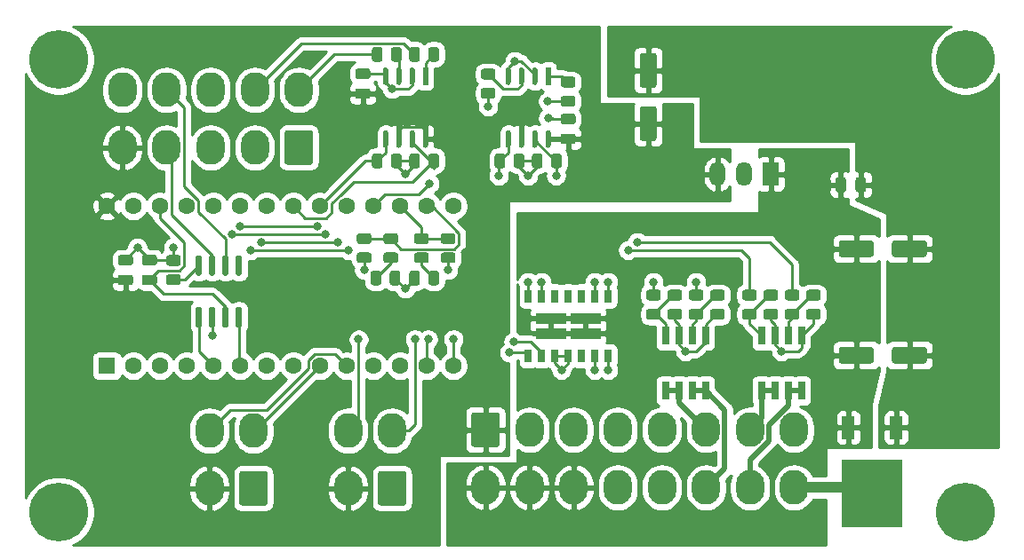
<source format=gbr>
%TF.GenerationSoftware,KiCad,Pcbnew,5.1.9+dfsg1-1*%
%TF.CreationDate,2021-05-17T21:51:48+02:00*%
%TF.ProjectId,JoeMBMS,4a6f654d-424d-4532-9e6b-696361645f70,rev?*%
%TF.SameCoordinates,Original*%
%TF.FileFunction,Copper,L1,Top*%
%TF.FilePolarity,Positive*%
%FSLAX46Y46*%
G04 Gerber Fmt 4.6, Leading zero omitted, Abs format (unit mm)*
G04 Created by KiCad (PCBNEW 5.1.9+dfsg1-1) date 2021-05-17 21:51:48*
%MOMM*%
%LPD*%
G01*
G04 APERTURE LIST*
%TA.AperFunction,ComponentPad*%
%ADD10C,5.600000*%
%TD*%
%TA.AperFunction,ComponentPad*%
%ADD11R,1.600000X1.600000*%
%TD*%
%TA.AperFunction,ComponentPad*%
%ADD12C,1.600000*%
%TD*%
%TA.AperFunction,ComponentPad*%
%ADD13O,2.700000X3.300000*%
%TD*%
%TA.AperFunction,SMDPad,CuDef*%
%ADD14R,0.532132X1.702833*%
%TD*%
%TA.AperFunction,SMDPad,CuDef*%
%ADD15R,0.720000X1.780000*%
%TD*%
%TA.AperFunction,SMDPad,CuDef*%
%ADD16R,1.200000X2.200000*%
%TD*%
%TA.AperFunction,SMDPad,CuDef*%
%ADD17R,5.800000X6.400000*%
%TD*%
%TA.AperFunction,SMDPad,CuDef*%
%ADD18R,2.900000X1.025000*%
%TD*%
%TA.AperFunction,SMDPad,CuDef*%
%ADD19R,0.650000X1.310000*%
%TD*%
%TA.AperFunction,ComponentPad*%
%ADD20R,1.500000X2.300000*%
%TD*%
%TA.AperFunction,ComponentPad*%
%ADD21O,1.500000X2.300000*%
%TD*%
%TA.AperFunction,ViaPad*%
%ADD22C,0.800000*%
%TD*%
%TA.AperFunction,Conductor*%
%ADD23C,0.250000*%
%TD*%
%TA.AperFunction,Conductor*%
%ADD24C,0.500000*%
%TD*%
%TA.AperFunction,Conductor*%
%ADD25C,1.000000*%
%TD*%
%TA.AperFunction,Conductor*%
%ADD26C,0.254000*%
%TD*%
%TA.AperFunction,Conductor*%
%ADD27C,0.100000*%
%TD*%
G04 APERTURE END LIST*
%TO.P,C8,2*%
%TO.N,+12V*%
%TA.AperFunction,SMDPad,CuDef*%
G36*
G01*
X208421000Y-133054000D02*
X208421000Y-134154000D01*
G75*
G02*
X208171000Y-134404000I-250000J0D01*
G01*
X205346000Y-134404000D01*
G75*
G02*
X205096000Y-134154000I0J250000D01*
G01*
X205096000Y-133054000D01*
G75*
G02*
X205346000Y-132804000I250000J0D01*
G01*
X208171000Y-132804000D01*
G75*
G02*
X208421000Y-133054000I0J-250000D01*
G01*
G37*
%TD.AperFunction*%
%TO.P,C8,1*%
%TO.N,GND*%
%TA.AperFunction,SMDPad,CuDef*%
G36*
G01*
X213496000Y-133054000D02*
X213496000Y-134154000D01*
G75*
G02*
X213246000Y-134404000I-250000J0D01*
G01*
X210421000Y-134404000D01*
G75*
G02*
X210171000Y-134154000I0J250000D01*
G01*
X210171000Y-133054000D01*
G75*
G02*
X210421000Y-132804000I250000J0D01*
G01*
X213246000Y-132804000D01*
G75*
G02*
X213496000Y-133054000I0J-250000D01*
G01*
G37*
%TD.AperFunction*%
%TD*%
%TO.P,C7,2*%
%TO.N,+5V*%
%TA.AperFunction,SMDPad,CuDef*%
G36*
G01*
X186394000Y-120001000D02*
X187494000Y-120001000D01*
G75*
G02*
X187744000Y-120251000I0J-250000D01*
G01*
X187744000Y-123076000D01*
G75*
G02*
X187494000Y-123326000I-250000J0D01*
G01*
X186394000Y-123326000D01*
G75*
G02*
X186144000Y-123076000I0J250000D01*
G01*
X186144000Y-120251000D01*
G75*
G02*
X186394000Y-120001000I250000J0D01*
G01*
G37*
%TD.AperFunction*%
%TO.P,C7,1*%
%TO.N,GND*%
%TA.AperFunction,SMDPad,CuDef*%
G36*
G01*
X186394000Y-114926000D02*
X187494000Y-114926000D01*
G75*
G02*
X187744000Y-115176000I0J-250000D01*
G01*
X187744000Y-118001000D01*
G75*
G02*
X187494000Y-118251000I-250000J0D01*
G01*
X186394000Y-118251000D01*
G75*
G02*
X186144000Y-118001000I0J250000D01*
G01*
X186144000Y-115176000D01*
G75*
G02*
X186394000Y-114926000I250000J0D01*
G01*
G37*
%TD.AperFunction*%
%TD*%
%TO.P,C5,2*%
%TO.N,+12V*%
%TA.AperFunction,SMDPad,CuDef*%
G36*
G01*
X208421000Y-143214000D02*
X208421000Y-144314000D01*
G75*
G02*
X208171000Y-144564000I-250000J0D01*
G01*
X205346000Y-144564000D01*
G75*
G02*
X205096000Y-144314000I0J250000D01*
G01*
X205096000Y-143214000D01*
G75*
G02*
X205346000Y-142964000I250000J0D01*
G01*
X208171000Y-142964000D01*
G75*
G02*
X208421000Y-143214000I0J-250000D01*
G01*
G37*
%TD.AperFunction*%
%TO.P,C5,1*%
%TO.N,GND*%
%TA.AperFunction,SMDPad,CuDef*%
G36*
G01*
X213496000Y-143214000D02*
X213496000Y-144314000D01*
G75*
G02*
X213246000Y-144564000I-250000J0D01*
G01*
X210421000Y-144564000D01*
G75*
G02*
X210171000Y-144314000I0J250000D01*
G01*
X210171000Y-143214000D01*
G75*
G02*
X210421000Y-142964000I250000J0D01*
G01*
X213246000Y-142964000D01*
G75*
G02*
X213496000Y-143214000I0J-250000D01*
G01*
G37*
%TD.AperFunction*%
%TD*%
D10*
%TO.P,REF\u002A\u002A,1*%
%TO.N,N/C*%
X130810000Y-158750000D03*
%TD*%
%TO.P,REF\u002A\u002A,1*%
%TO.N,N/C*%
X130810000Y-115570000D03*
%TD*%
%TO.P,REF\u002A\u002A,1*%
%TO.N,N/C*%
X217170000Y-115570000D03*
%TD*%
%TO.P,REF\u002A\u002A,1*%
%TO.N,N/C*%
X217170000Y-158750000D03*
%TD*%
D11*
%TO.P,U1,1*%
%TO.N,GND*%
X135382000Y-144780000D03*
D12*
%TO.P,U1,2*%
%TO.N,Net-(U1-Pad2)*%
X137922000Y-144780000D03*
%TO.P,U1,3*%
%TO.N,Net-(U1-Pad3)*%
X140462000Y-144780000D03*
%TO.P,U1,4*%
%TO.N,Net-(U1-Pad4)*%
X143002000Y-144780000D03*
%TO.P,U1,5*%
%TO.N,Teensy_TX*%
X145542000Y-144780000D03*
%TO.P,U1,6*%
%TO.N,Teensy_RX*%
X148082000Y-144780000D03*
%TO.P,U1,7*%
%TO.N,Teensy_OUT7*%
X150622000Y-144780000D03*
%TO.P,U1,8*%
%TO.N,Teensy_OUT8*%
X153162000Y-144780000D03*
%TO.P,U1,9*%
%TO.N,Teensy_RX3*%
X155702000Y-144780000D03*
%TO.P,U1,10*%
%TO.N,Teensy_TX3*%
X158242000Y-144780000D03*
%TO.P,U1,11*%
%TO.N,J5_RX2*%
X160782000Y-144780000D03*
%TO.P,U1,12*%
%TO.N,J5_TX2*%
X163322000Y-144780000D03*
%TO.P,U1,13*%
%TO.N,Teensy_OUT1*%
X165862000Y-144780000D03*
%TO.P,U1,33*%
%TO.N,+5V*%
X135382000Y-129540000D03*
%TO.P,U1,32*%
%TO.N,GND*%
X137922000Y-129540000D03*
%TO.P,U1,31*%
%TO.N,+3V3*%
X140462000Y-129540000D03*
%TO.P,U1,30*%
%TO.N,Teensy_OUT6*%
X143002000Y-129540000D03*
%TO.P,U1,29*%
%TO.N,Teensy_OUT5*%
X145542000Y-129540000D03*
%TO.P,U1,28*%
%TO.N,Teensy_OUT4*%
X148082000Y-129540000D03*
%TO.P,U1,27*%
%TO.N,Teensy_OUT3*%
X150622000Y-129540000D03*
%TO.P,U1,26*%
%TO.N,Teensy_IN4*%
X153162000Y-129540000D03*
%TO.P,U1,25*%
%TO.N,Teensy_IN3*%
X155702000Y-129540000D03*
%TO.P,U1,24*%
%TO.N,Teensy_IN1*%
X158242000Y-129540000D03*
%TO.P,U1,23*%
%TO.N,Teensy_IN2*%
X160782000Y-129540000D03*
%TO.P,U1,22*%
%TO.N,Teensy_ASEN1*%
X163322000Y-129540000D03*
%TO.P,U1,21*%
%TO.N,Teensy_ASEN2*%
X165862000Y-129540000D03*
%TO.P,U1,14*%
%TO.N,Teensy_OUT2*%
X168402000Y-144780000D03*
%TO.P,U1,20*%
%TO.N,Net-(U1-Pad20)*%
X168402000Y-129540000D03*
%TD*%
%TO.P,R12,1*%
%TO.N,Net-(Q3-Pad4)*%
%TA.AperFunction,SMDPad,CuDef*%
G36*
G01*
X198177999Y-137513000D02*
X199078001Y-137513000D01*
G75*
G02*
X199328000Y-137762999I0J-249999D01*
G01*
X199328000Y-138288001D01*
G75*
G02*
X199078001Y-138538000I-249999J0D01*
G01*
X198177999Y-138538000D01*
G75*
G02*
X197928000Y-138288001I0J249999D01*
G01*
X197928000Y-137762999D01*
G75*
G02*
X198177999Y-137513000I249999J0D01*
G01*
G37*
%TD.AperFunction*%
%TO.P,R12,2*%
%TO.N,GND*%
%TA.AperFunction,SMDPad,CuDef*%
G36*
G01*
X198177999Y-139338000D02*
X199078001Y-139338000D01*
G75*
G02*
X199328000Y-139587999I0J-249999D01*
G01*
X199328000Y-140113001D01*
G75*
G02*
X199078001Y-140363000I-249999J0D01*
G01*
X198177999Y-140363000D01*
G75*
G02*
X197928000Y-140113001I0J249999D01*
G01*
X197928000Y-139587999D01*
G75*
G02*
X198177999Y-139338000I249999J0D01*
G01*
G37*
%TD.AperFunction*%
%TD*%
%TO.P,C1,1*%
%TO.N,GND*%
%TA.AperFunction,SMDPad,CuDef*%
G36*
G01*
X138971000Y-134186000D02*
X139921000Y-134186000D01*
G75*
G02*
X140171000Y-134436000I0J-250000D01*
G01*
X140171000Y-134936000D01*
G75*
G02*
X139921000Y-135186000I-250000J0D01*
G01*
X138971000Y-135186000D01*
G75*
G02*
X138721000Y-134936000I0J250000D01*
G01*
X138721000Y-134436000D01*
G75*
G02*
X138971000Y-134186000I250000J0D01*
G01*
G37*
%TD.AperFunction*%
%TO.P,C1,2*%
%TO.N,+3V3*%
%TA.AperFunction,SMDPad,CuDef*%
G36*
G01*
X138971000Y-136086000D02*
X139921000Y-136086000D01*
G75*
G02*
X140171000Y-136336000I0J-250000D01*
G01*
X140171000Y-136836000D01*
G75*
G02*
X139921000Y-137086000I-250000J0D01*
G01*
X138971000Y-137086000D01*
G75*
G02*
X138721000Y-136836000I0J250000D01*
G01*
X138721000Y-136336000D01*
G75*
G02*
X138971000Y-136086000I250000J0D01*
G01*
G37*
%TD.AperFunction*%
%TD*%
%TO.P,C2,2*%
%TO.N,+5V*%
%TA.AperFunction,SMDPad,CuDef*%
G36*
G01*
X136685000Y-136086000D02*
X137635000Y-136086000D01*
G75*
G02*
X137885000Y-136336000I0J-250000D01*
G01*
X137885000Y-136836000D01*
G75*
G02*
X137635000Y-137086000I-250000J0D01*
G01*
X136685000Y-137086000D01*
G75*
G02*
X136435000Y-136836000I0J250000D01*
G01*
X136435000Y-136336000D01*
G75*
G02*
X136685000Y-136086000I250000J0D01*
G01*
G37*
%TD.AperFunction*%
%TO.P,C2,1*%
%TO.N,GND*%
%TA.AperFunction,SMDPad,CuDef*%
G36*
G01*
X136685000Y-134186000D02*
X137635000Y-134186000D01*
G75*
G02*
X137885000Y-134436000I0J-250000D01*
G01*
X137885000Y-134936000D01*
G75*
G02*
X137635000Y-135186000I-250000J0D01*
G01*
X136685000Y-135186000D01*
G75*
G02*
X136435000Y-134936000I0J250000D01*
G01*
X136435000Y-134436000D01*
G75*
G02*
X136685000Y-134186000I250000J0D01*
G01*
G37*
%TD.AperFunction*%
%TD*%
%TO.P,C3,2*%
%TO.N,+5V*%
%TA.AperFunction,SMDPad,CuDef*%
G36*
G01*
X159291000Y-118306000D02*
X160241000Y-118306000D01*
G75*
G02*
X160491000Y-118556000I0J-250000D01*
G01*
X160491000Y-119056000D01*
G75*
G02*
X160241000Y-119306000I-250000J0D01*
G01*
X159291000Y-119306000D01*
G75*
G02*
X159041000Y-119056000I0J250000D01*
G01*
X159041000Y-118556000D01*
G75*
G02*
X159291000Y-118306000I250000J0D01*
G01*
G37*
%TD.AperFunction*%
%TO.P,C3,1*%
%TO.N,GND*%
%TA.AperFunction,SMDPad,CuDef*%
G36*
G01*
X159291000Y-116406000D02*
X160241000Y-116406000D01*
G75*
G02*
X160491000Y-116656000I0J-250000D01*
G01*
X160491000Y-117156000D01*
G75*
G02*
X160241000Y-117406000I-250000J0D01*
G01*
X159291000Y-117406000D01*
G75*
G02*
X159041000Y-117156000I0J250000D01*
G01*
X159041000Y-116656000D01*
G75*
G02*
X159291000Y-116406000I250000J0D01*
G01*
G37*
%TD.AperFunction*%
%TD*%
%TO.P,C4,1*%
%TO.N,GND*%
%TA.AperFunction,SMDPad,CuDef*%
G36*
G01*
X178849000Y-120724000D02*
X179799000Y-120724000D01*
G75*
G02*
X180049000Y-120974000I0J-250000D01*
G01*
X180049000Y-121474000D01*
G75*
G02*
X179799000Y-121724000I-250000J0D01*
G01*
X178849000Y-121724000D01*
G75*
G02*
X178599000Y-121474000I0J250000D01*
G01*
X178599000Y-120974000D01*
G75*
G02*
X178849000Y-120724000I250000J0D01*
G01*
G37*
%TD.AperFunction*%
%TO.P,C4,2*%
%TO.N,+5V*%
%TA.AperFunction,SMDPad,CuDef*%
G36*
G01*
X178849000Y-122624000D02*
X179799000Y-122624000D01*
G75*
G02*
X180049000Y-122874000I0J-250000D01*
G01*
X180049000Y-123374000D01*
G75*
G02*
X179799000Y-123624000I-250000J0D01*
G01*
X178849000Y-123624000D01*
G75*
G02*
X178599000Y-123374000I0J250000D01*
G01*
X178599000Y-122874000D01*
G75*
G02*
X178849000Y-122624000I250000J0D01*
G01*
G37*
%TD.AperFunction*%
%TD*%
%TO.P,C6,1*%
%TO.N,GND*%
%TA.AperFunction,SMDPad,CuDef*%
G36*
G01*
X207698000Y-127033000D02*
X207698000Y-127983000D01*
G75*
G02*
X207448000Y-128233000I-250000J0D01*
G01*
X206948000Y-128233000D01*
G75*
G02*
X206698000Y-127983000I0J250000D01*
G01*
X206698000Y-127033000D01*
G75*
G02*
X206948000Y-126783000I250000J0D01*
G01*
X207448000Y-126783000D01*
G75*
G02*
X207698000Y-127033000I0J-250000D01*
G01*
G37*
%TD.AperFunction*%
%TO.P,C6,2*%
%TO.N,+12V*%
%TA.AperFunction,SMDPad,CuDef*%
G36*
G01*
X205798000Y-127033000D02*
X205798000Y-127983000D01*
G75*
G02*
X205548000Y-128233000I-250000J0D01*
G01*
X205048000Y-128233000D01*
G75*
G02*
X204798000Y-127983000I0J250000D01*
G01*
X204798000Y-127033000D01*
G75*
G02*
X205048000Y-126783000I250000J0D01*
G01*
X205548000Y-126783000D01*
G75*
G02*
X205798000Y-127033000I0J-250000D01*
G01*
G37*
%TD.AperFunction*%
%TD*%
D13*
%TO.P,J1,4*%
%TO.N,Teensy_TX3*%
X145152000Y-150964000D03*
%TO.P,J1,3*%
%TO.N,Teensy_RX3*%
X149352000Y-150964000D03*
%TO.P,J1,2*%
%TO.N,+5V*%
X145152000Y-156464000D03*
%TO.P,J1,1*%
%TO.N,GND*%
%TA.AperFunction,ComponentPad*%
G36*
G01*
X150702000Y-155064001D02*
X150702000Y-157863999D01*
G75*
G02*
X150451999Y-158114000I-250001J0D01*
G01*
X148252001Y-158114000D01*
G75*
G02*
X148002000Y-157863999I0J250001D01*
G01*
X148002000Y-155064001D01*
G75*
G02*
X148252001Y-154814000I250001J0D01*
G01*
X150451999Y-154814000D01*
G75*
G02*
X150702000Y-155064001I0J-250001D01*
G01*
G37*
%TD.AperFunction*%
%TD*%
%TO.P,J2,1*%
%TO.N,GND*%
%TA.AperFunction,ComponentPad*%
G36*
G01*
X163910000Y-155064001D02*
X163910000Y-157863999D01*
G75*
G02*
X163659999Y-158114000I-250001J0D01*
G01*
X161460001Y-158114000D01*
G75*
G02*
X161210000Y-157863999I0J250001D01*
G01*
X161210000Y-155064001D01*
G75*
G02*
X161460001Y-154814000I250001J0D01*
G01*
X163659999Y-154814000D01*
G75*
G02*
X163910000Y-155064001I0J-250001D01*
G01*
G37*
%TD.AperFunction*%
%TO.P,J2,2*%
%TO.N,+5V*%
X158360000Y-156464000D03*
%TO.P,J2,3*%
%TO.N,Net-(J2-Pad3)*%
X162560000Y-150964000D03*
%TO.P,J2,4*%
%TO.N,Net-(J2-Pad4)*%
X158360000Y-150964000D03*
%TD*%
%TO.P,J4,1*%
%TO.N,+5V*%
%TA.AperFunction,ComponentPad*%
G36*
G01*
X170100000Y-152275999D02*
X170100000Y-149476001D01*
G75*
G02*
X170350001Y-149226000I250001J0D01*
G01*
X172549999Y-149226000D01*
G75*
G02*
X172800000Y-149476001I0J-250001D01*
G01*
X172800000Y-152275999D01*
G75*
G02*
X172549999Y-152526000I-250001J0D01*
G01*
X170350001Y-152526000D01*
G75*
G02*
X170100000Y-152275999I0J250001D01*
G01*
G37*
%TD.AperFunction*%
%TO.P,J4,2*%
%TO.N,GND*%
X175650000Y-150876000D03*
%TO.P,J4,3*%
X179850000Y-150876000D03*
%TO.P,J4,4*%
%TO.N,J4_OUT2*%
X184050000Y-150876000D03*
%TO.P,J4,5*%
%TO.N,J4_OUT4*%
X188250000Y-150876000D03*
%TO.P,J4,6*%
%TO.N,J4_OUT6*%
X192450000Y-150876000D03*
%TO.P,J4,7*%
%TO.N,J4_OUT7*%
X196650000Y-150876000D03*
%TO.P,J4,8*%
%TO.N,GND*%
X200850000Y-150876000D03*
%TO.P,J4,9*%
%TO.N,+12V*%
X171450000Y-156376000D03*
%TO.P,J4,10*%
X175650000Y-156376000D03*
%TO.P,J4,11*%
X179850000Y-156376000D03*
%TO.P,J4,12*%
%TO.N,J4_OUT1*%
X184050000Y-156376000D03*
%TO.P,J4,13*%
%TO.N,J4_OUT3*%
X188250000Y-156376000D03*
%TO.P,J4,14*%
%TO.N,J4_OUT5*%
X192450000Y-156376000D03*
%TO.P,J4,15*%
%TO.N,J4_OUT8*%
X196650000Y-156376000D03*
%TO.P,J4,16*%
%TO.N,J4_12V*%
X200850000Y-156376000D03*
%TD*%
%TO.P,J5,1*%
%TO.N,J5_IN1*%
%TA.AperFunction,ComponentPad*%
G36*
G01*
X155020000Y-122552001D02*
X155020000Y-125351999D01*
G75*
G02*
X154769999Y-125602000I-250001J0D01*
G01*
X152570001Y-125602000D01*
G75*
G02*
X152320000Y-125351999I0J250001D01*
G01*
X152320000Y-122552001D01*
G75*
G02*
X152570001Y-122302000I250001J0D01*
G01*
X154769999Y-122302000D01*
G75*
G02*
X155020000Y-122552001I0J-250001D01*
G01*
G37*
%TD.AperFunction*%
%TO.P,J5,2*%
%TO.N,J5_IN2*%
X149470000Y-123952000D03*
%TO.P,J5,3*%
%TO.N,J5_TX2*%
X145270000Y-123952000D03*
%TO.P,J5,4*%
%TO.N,J5_CANH*%
X141070000Y-123952000D03*
%TO.P,J5,5*%
%TO.N,+5V*%
X136870000Y-123952000D03*
%TO.P,J5,6*%
%TO.N,J5_IN3*%
X153670000Y-118452000D03*
%TO.P,J5,7*%
%TO.N,J5_IN4*%
X149470000Y-118452000D03*
%TO.P,J5,8*%
%TO.N,J5_RX2*%
X145270000Y-118452000D03*
%TO.P,J5,9*%
%TO.N,J5_CANL*%
X141070000Y-118452000D03*
%TO.P,J5,10*%
%TO.N,GND*%
X136870000Y-118452000D03*
%TD*%
D14*
%TO.P,Q1,1*%
%TO.N,Net-(Q1-Pad1)*%
X177419000Y-117141858D03*
%TO.P,Q1,2*%
%TO.N,GND*%
%TA.AperFunction,SMDPad,CuDef*%
G36*
G01*
X176149000Y-116290442D02*
X176149000Y-116290442D01*
G75*
G02*
X176415066Y-116556508I0J-266066D01*
G01*
X176415066Y-117727208D01*
G75*
G02*
X176149000Y-117993274I-266066J0D01*
G01*
X176149000Y-117993274D01*
G75*
G02*
X175882934Y-117727208I0J266066D01*
G01*
X175882934Y-116556508D01*
G75*
G02*
X176149000Y-116290442I266066J0D01*
G01*
G37*
%TD.AperFunction*%
%TO.P,Q1,3*%
%TO.N,Net-(Q1-Pad3)*%
%TA.AperFunction,SMDPad,CuDef*%
G36*
G01*
X174879000Y-116290442D02*
X174879000Y-116290442D01*
G75*
G02*
X175145066Y-116556508I0J-266066D01*
G01*
X175145066Y-117727208D01*
G75*
G02*
X174879000Y-117993274I-266066J0D01*
G01*
X174879000Y-117993274D01*
G75*
G02*
X174612934Y-117727208I0J266066D01*
G01*
X174612934Y-116556508D01*
G75*
G02*
X174879000Y-116290442I266066J0D01*
G01*
G37*
%TD.AperFunction*%
%TO.P,Q1,4*%
%TO.N,GND*%
%TA.AperFunction,SMDPad,CuDef*%
G36*
G01*
X173609000Y-116290442D02*
X173609000Y-116290442D01*
G75*
G02*
X173875066Y-116556508I0J-266066D01*
G01*
X173875066Y-117727208D01*
G75*
G02*
X173609000Y-117993274I-266066J0D01*
G01*
X173609000Y-117993274D01*
G75*
G02*
X173342934Y-117727208I0J266066D01*
G01*
X173342934Y-116556508D01*
G75*
G02*
X173609000Y-116290442I266066J0D01*
G01*
G37*
%TD.AperFunction*%
%TO.P,Q1,5*%
%TO.N,Teensy_IN2*%
%TA.AperFunction,SMDPad,CuDef*%
G36*
G01*
X173609000Y-122290727D02*
X173609000Y-122290727D01*
G75*
G02*
X173875066Y-122556793I0J-266066D01*
G01*
X173875066Y-123727493D01*
G75*
G02*
X173609000Y-123993559I-266066J0D01*
G01*
X173609000Y-123993559D01*
G75*
G02*
X173342934Y-123727493I0J266066D01*
G01*
X173342934Y-122556793D01*
G75*
G02*
X173609000Y-122290727I266066J0D01*
G01*
G37*
%TD.AperFunction*%
%TO.P,Q1,6*%
%TO.N,+5V*%
%TA.AperFunction,SMDPad,CuDef*%
G36*
G01*
X174879000Y-122290727D02*
X174879000Y-122290727D01*
G75*
G02*
X175145066Y-122556793I0J-266066D01*
G01*
X175145066Y-123727493D01*
G75*
G02*
X174879000Y-123993559I-266066J0D01*
G01*
X174879000Y-123993559D01*
G75*
G02*
X174612934Y-123727493I0J266066D01*
G01*
X174612934Y-122556793D01*
G75*
G02*
X174879000Y-122290727I266066J0D01*
G01*
G37*
%TD.AperFunction*%
%TO.P,Q1,7*%
%TO.N,Teensy_IN1*%
%TA.AperFunction,SMDPad,CuDef*%
G36*
G01*
X176149000Y-122290727D02*
X176149000Y-122290727D01*
G75*
G02*
X176415066Y-122556793I0J-266066D01*
G01*
X176415066Y-123727493D01*
G75*
G02*
X176149000Y-123993559I-266066J0D01*
G01*
X176149000Y-123993559D01*
G75*
G02*
X175882934Y-123727493I0J266066D01*
G01*
X175882934Y-122556793D01*
G75*
G02*
X176149000Y-122290727I266066J0D01*
G01*
G37*
%TD.AperFunction*%
%TO.P,Q1,8*%
%TO.N,+5V*%
%TA.AperFunction,SMDPad,CuDef*%
G36*
G01*
X177419000Y-122290727D02*
X177419000Y-122290727D01*
G75*
G02*
X177685066Y-122556793I0J-266066D01*
G01*
X177685066Y-123727493D01*
G75*
G02*
X177419000Y-123993559I-266066J0D01*
G01*
X177419000Y-123993559D01*
G75*
G02*
X177152934Y-123727493I0J266066D01*
G01*
X177152934Y-122556793D01*
G75*
G02*
X177419000Y-122290727I266066J0D01*
G01*
G37*
%TD.AperFunction*%
%TD*%
%TO.P,Q2,8*%
%TO.N,+5V*%
%TA.AperFunction,SMDPad,CuDef*%
G36*
G01*
X165735000Y-122290727D02*
X165735000Y-122290727D01*
G75*
G02*
X166001066Y-122556793I0J-266066D01*
G01*
X166001066Y-123727493D01*
G75*
G02*
X165735000Y-123993559I-266066J0D01*
G01*
X165735000Y-123993559D01*
G75*
G02*
X165468934Y-123727493I0J266066D01*
G01*
X165468934Y-122556793D01*
G75*
G02*
X165735000Y-122290727I266066J0D01*
G01*
G37*
%TD.AperFunction*%
%TO.P,Q2,7*%
%TO.N,Teensy_IN4*%
%TA.AperFunction,SMDPad,CuDef*%
G36*
G01*
X164465000Y-122290727D02*
X164465000Y-122290727D01*
G75*
G02*
X164731066Y-122556793I0J-266066D01*
G01*
X164731066Y-123727493D01*
G75*
G02*
X164465000Y-123993559I-266066J0D01*
G01*
X164465000Y-123993559D01*
G75*
G02*
X164198934Y-123727493I0J266066D01*
G01*
X164198934Y-122556793D01*
G75*
G02*
X164465000Y-122290727I266066J0D01*
G01*
G37*
%TD.AperFunction*%
%TO.P,Q2,6*%
%TO.N,+5V*%
%TA.AperFunction,SMDPad,CuDef*%
G36*
G01*
X163195000Y-122290727D02*
X163195000Y-122290727D01*
G75*
G02*
X163461066Y-122556793I0J-266066D01*
G01*
X163461066Y-123727493D01*
G75*
G02*
X163195000Y-123993559I-266066J0D01*
G01*
X163195000Y-123993559D01*
G75*
G02*
X162928934Y-123727493I0J266066D01*
G01*
X162928934Y-122556793D01*
G75*
G02*
X163195000Y-122290727I266066J0D01*
G01*
G37*
%TD.AperFunction*%
%TO.P,Q2,5*%
%TO.N,Teensy_IN3*%
%TA.AperFunction,SMDPad,CuDef*%
G36*
G01*
X161925000Y-122290727D02*
X161925000Y-122290727D01*
G75*
G02*
X162191066Y-122556793I0J-266066D01*
G01*
X162191066Y-123727493D01*
G75*
G02*
X161925000Y-123993559I-266066J0D01*
G01*
X161925000Y-123993559D01*
G75*
G02*
X161658934Y-123727493I0J266066D01*
G01*
X161658934Y-122556793D01*
G75*
G02*
X161925000Y-122290727I266066J0D01*
G01*
G37*
%TD.AperFunction*%
%TO.P,Q2,4*%
%TO.N,GND*%
%TA.AperFunction,SMDPad,CuDef*%
G36*
G01*
X161925000Y-116290442D02*
X161925000Y-116290442D01*
G75*
G02*
X162191066Y-116556508I0J-266066D01*
G01*
X162191066Y-117727208D01*
G75*
G02*
X161925000Y-117993274I-266066J0D01*
G01*
X161925000Y-117993274D01*
G75*
G02*
X161658934Y-117727208I0J266066D01*
G01*
X161658934Y-116556508D01*
G75*
G02*
X161925000Y-116290442I266066J0D01*
G01*
G37*
%TD.AperFunction*%
%TO.P,Q2,3*%
%TO.N,Net-(Q2-Pad3)*%
%TA.AperFunction,SMDPad,CuDef*%
G36*
G01*
X163195000Y-116290442D02*
X163195000Y-116290442D01*
G75*
G02*
X163461066Y-116556508I0J-266066D01*
G01*
X163461066Y-117727208D01*
G75*
G02*
X163195000Y-117993274I-266066J0D01*
G01*
X163195000Y-117993274D01*
G75*
G02*
X162928934Y-117727208I0J266066D01*
G01*
X162928934Y-116556508D01*
G75*
G02*
X163195000Y-116290442I266066J0D01*
G01*
G37*
%TD.AperFunction*%
%TO.P,Q2,2*%
%TO.N,GND*%
%TA.AperFunction,SMDPad,CuDef*%
G36*
G01*
X164465000Y-116290442D02*
X164465000Y-116290442D01*
G75*
G02*
X164731066Y-116556508I0J-266066D01*
G01*
X164731066Y-117727208D01*
G75*
G02*
X164465000Y-117993274I-266066J0D01*
G01*
X164465000Y-117993274D01*
G75*
G02*
X164198934Y-117727208I0J266066D01*
G01*
X164198934Y-116556508D01*
G75*
G02*
X164465000Y-116290442I266066J0D01*
G01*
G37*
%TD.AperFunction*%
%TO.P,Q2,1*%
%TO.N,Net-(Q2-Pad1)*%
X165735000Y-117141858D03*
%TD*%
D15*
%TO.P,Q3,1*%
%TO.N,GND*%
X201549000Y-141916000D03*
%TO.P,Q3,3*%
X199009000Y-141916000D03*
%TO.P,Q3,2*%
%TO.N,Net-(Q3-Pad2)*%
X200279000Y-141916000D03*
%TO.P,Q3,4*%
%TO.N,Net-(Q3-Pad4)*%
X197739000Y-141916000D03*
%TO.P,Q3,5*%
%TO.N,J4_OUT7*%
X197739000Y-147136000D03*
%TO.P,Q3,6*%
X199009000Y-147136000D03*
%TO.P,Q3,7*%
%TO.N,J4_OUT8*%
X200279000Y-147136000D03*
%TO.P,Q3,8*%
X201549000Y-147136000D03*
%TD*%
%TO.P,Q4,8*%
%TO.N,J4_OUT5*%
X192405000Y-147136000D03*
%TO.P,Q4,7*%
X191135000Y-147136000D03*
%TO.P,Q4,6*%
%TO.N,J4_OUT6*%
X189865000Y-147136000D03*
%TO.P,Q4,5*%
X188595000Y-147136000D03*
%TO.P,Q4,4*%
%TO.N,Net-(Q4-Pad4)*%
X188595000Y-141916000D03*
%TO.P,Q4,2*%
%TO.N,Net-(Q4-Pad2)*%
X191135000Y-141916000D03*
%TO.P,Q4,3*%
%TO.N,GND*%
X189865000Y-141916000D03*
%TO.P,Q4,1*%
X192405000Y-141916000D03*
%TD*%
D16*
%TO.P,Q5,1*%
%TO.N,GND*%
X210560000Y-150672000D03*
%TO.P,Q5,3*%
%TO.N,+12V*%
X206000000Y-150672000D03*
D17*
%TO.P,Q5,2*%
%TO.N,J4_12V*%
X208280000Y-156972000D03*
%TD*%
%TO.P,R1,2*%
%TO.N,Net-(R1-Pad2)*%
%TA.AperFunction,SMDPad,CuDef*%
G36*
G01*
X141281999Y-136036000D02*
X142182001Y-136036000D01*
G75*
G02*
X142432000Y-136285999I0J-249999D01*
G01*
X142432000Y-136811001D01*
G75*
G02*
X142182001Y-137061000I-249999J0D01*
G01*
X141281999Y-137061000D01*
G75*
G02*
X141032000Y-136811001I0J249999D01*
G01*
X141032000Y-136285999D01*
G75*
G02*
X141281999Y-136036000I249999J0D01*
G01*
G37*
%TD.AperFunction*%
%TO.P,R1,1*%
%TO.N,GND*%
%TA.AperFunction,SMDPad,CuDef*%
G36*
G01*
X141281999Y-134211000D02*
X142182001Y-134211000D01*
G75*
G02*
X142432000Y-134460999I0J-249999D01*
G01*
X142432000Y-134986001D01*
G75*
G02*
X142182001Y-135236000I-249999J0D01*
G01*
X141281999Y-135236000D01*
G75*
G02*
X141032000Y-134986001I0J249999D01*
G01*
X141032000Y-134460999D01*
G75*
G02*
X141281999Y-134211000I249999J0D01*
G01*
G37*
%TD.AperFunction*%
%TD*%
%TO.P,R2,2*%
%TO.N,Net-(Q1-Pad1)*%
%TA.AperFunction,SMDPad,CuDef*%
G36*
G01*
X179774001Y-118218000D02*
X178873999Y-118218000D01*
G75*
G02*
X178624000Y-117968001I0J249999D01*
G01*
X178624000Y-117442999D01*
G75*
G02*
X178873999Y-117193000I249999J0D01*
G01*
X179774001Y-117193000D01*
G75*
G02*
X180024000Y-117442999I0J-249999D01*
G01*
X180024000Y-117968001D01*
G75*
G02*
X179774001Y-118218000I-249999J0D01*
G01*
G37*
%TD.AperFunction*%
%TO.P,R2,1*%
%TO.N,J5_IN1*%
%TA.AperFunction,SMDPad,CuDef*%
G36*
G01*
X179774001Y-120043000D02*
X178873999Y-120043000D01*
G75*
G02*
X178624000Y-119793001I0J249999D01*
G01*
X178624000Y-119267999D01*
G75*
G02*
X178873999Y-119018000I249999J0D01*
G01*
X179774001Y-119018000D01*
G75*
G02*
X180024000Y-119267999I0J-249999D01*
G01*
X180024000Y-119793001D01*
G75*
G02*
X179774001Y-120043000I-249999J0D01*
G01*
G37*
%TD.AperFunction*%
%TD*%
%TO.P,R3,1*%
%TO.N,J5_IN2*%
%TA.AperFunction,SMDPad,CuDef*%
G36*
G01*
X172154001Y-119281000D02*
X171253999Y-119281000D01*
G75*
G02*
X171004000Y-119031001I0J249999D01*
G01*
X171004000Y-118505999D01*
G75*
G02*
X171253999Y-118256000I249999J0D01*
G01*
X172154001Y-118256000D01*
G75*
G02*
X172404000Y-118505999I0J-249999D01*
G01*
X172404000Y-119031001D01*
G75*
G02*
X172154001Y-119281000I-249999J0D01*
G01*
G37*
%TD.AperFunction*%
%TO.P,R3,2*%
%TO.N,Net-(Q1-Pad3)*%
%TA.AperFunction,SMDPad,CuDef*%
G36*
G01*
X172154001Y-117456000D02*
X171253999Y-117456000D01*
G75*
G02*
X171004000Y-117206001I0J249999D01*
G01*
X171004000Y-116680999D01*
G75*
G02*
X171253999Y-116431000I249999J0D01*
G01*
X172154001Y-116431000D01*
G75*
G02*
X172404000Y-116680999I0J-249999D01*
G01*
X172404000Y-117206001D01*
G75*
G02*
X172154001Y-117456000I-249999J0D01*
G01*
G37*
%TD.AperFunction*%
%TD*%
%TO.P,R4,1*%
%TO.N,J5_IN4*%
%TA.AperFunction,SMDPad,CuDef*%
G36*
G01*
X164183000Y-115512001D02*
X164183000Y-114611999D01*
G75*
G02*
X164432999Y-114362000I249999J0D01*
G01*
X164958001Y-114362000D01*
G75*
G02*
X165208000Y-114611999I0J-249999D01*
G01*
X165208000Y-115512001D01*
G75*
G02*
X164958001Y-115762000I-249999J0D01*
G01*
X164432999Y-115762000D01*
G75*
G02*
X164183000Y-115512001I0J249999D01*
G01*
G37*
%TD.AperFunction*%
%TO.P,R4,2*%
%TO.N,Net-(Q2-Pad1)*%
%TA.AperFunction,SMDPad,CuDef*%
G36*
G01*
X166008000Y-115512001D02*
X166008000Y-114611999D01*
G75*
G02*
X166257999Y-114362000I249999J0D01*
G01*
X166783001Y-114362000D01*
G75*
G02*
X167033000Y-114611999I0J-249999D01*
G01*
X167033000Y-115512001D01*
G75*
G02*
X166783001Y-115762000I-249999J0D01*
G01*
X166257999Y-115762000D01*
G75*
G02*
X166008000Y-115512001I0J249999D01*
G01*
G37*
%TD.AperFunction*%
%TD*%
%TO.P,R5,2*%
%TO.N,Net-(Q2-Pad3)*%
%TA.AperFunction,SMDPad,CuDef*%
G36*
G01*
X162452000Y-115512001D02*
X162452000Y-114611999D01*
G75*
G02*
X162701999Y-114362000I249999J0D01*
G01*
X163227001Y-114362000D01*
G75*
G02*
X163477000Y-114611999I0J-249999D01*
G01*
X163477000Y-115512001D01*
G75*
G02*
X163227001Y-115762000I-249999J0D01*
G01*
X162701999Y-115762000D01*
G75*
G02*
X162452000Y-115512001I0J249999D01*
G01*
G37*
%TD.AperFunction*%
%TO.P,R5,1*%
%TO.N,J5_IN3*%
%TA.AperFunction,SMDPad,CuDef*%
G36*
G01*
X160627000Y-115512001D02*
X160627000Y-114611999D01*
G75*
G02*
X160876999Y-114362000I249999J0D01*
G01*
X161402001Y-114362000D01*
G75*
G02*
X161652000Y-114611999I0J-249999D01*
G01*
X161652000Y-115512001D01*
G75*
G02*
X161402001Y-115762000I-249999J0D01*
G01*
X160876999Y-115762000D01*
G75*
G02*
X160627000Y-115512001I0J249999D01*
G01*
G37*
%TD.AperFunction*%
%TD*%
%TO.P,R6,2*%
%TO.N,GND*%
%TA.AperFunction,SMDPad,CuDef*%
G36*
G01*
X176892000Y-124771999D02*
X176892000Y-125672001D01*
G75*
G02*
X176642001Y-125922000I-249999J0D01*
G01*
X176116999Y-125922000D01*
G75*
G02*
X175867000Y-125672001I0J249999D01*
G01*
X175867000Y-124771999D01*
G75*
G02*
X176116999Y-124522000I249999J0D01*
G01*
X176642001Y-124522000D01*
G75*
G02*
X176892000Y-124771999I0J-249999D01*
G01*
G37*
%TD.AperFunction*%
%TO.P,R6,1*%
%TO.N,Teensy_IN1*%
%TA.AperFunction,SMDPad,CuDef*%
G36*
G01*
X178717000Y-124771999D02*
X178717000Y-125672001D01*
G75*
G02*
X178467001Y-125922000I-249999J0D01*
G01*
X177941999Y-125922000D01*
G75*
G02*
X177692000Y-125672001I0J249999D01*
G01*
X177692000Y-124771999D01*
G75*
G02*
X177941999Y-124522000I249999J0D01*
G01*
X178467001Y-124522000D01*
G75*
G02*
X178717000Y-124771999I0J-249999D01*
G01*
G37*
%TD.AperFunction*%
%TD*%
%TO.P,R7,1*%
%TO.N,Teensy_IN2*%
%TA.AperFunction,SMDPad,CuDef*%
G36*
G01*
X172311000Y-125672001D02*
X172311000Y-124771999D01*
G75*
G02*
X172560999Y-124522000I249999J0D01*
G01*
X173086001Y-124522000D01*
G75*
G02*
X173336000Y-124771999I0J-249999D01*
G01*
X173336000Y-125672001D01*
G75*
G02*
X173086001Y-125922000I-249999J0D01*
G01*
X172560999Y-125922000D01*
G75*
G02*
X172311000Y-125672001I0J249999D01*
G01*
G37*
%TD.AperFunction*%
%TO.P,R7,2*%
%TO.N,GND*%
%TA.AperFunction,SMDPad,CuDef*%
G36*
G01*
X174136000Y-125672001D02*
X174136000Y-124771999D01*
G75*
G02*
X174385999Y-124522000I249999J0D01*
G01*
X174911001Y-124522000D01*
G75*
G02*
X175161000Y-124771999I0J-249999D01*
G01*
X175161000Y-125672001D01*
G75*
G02*
X174911001Y-125922000I-249999J0D01*
G01*
X174385999Y-125922000D01*
G75*
G02*
X174136000Y-125672001I0J249999D01*
G01*
G37*
%TD.AperFunction*%
%TD*%
%TO.P,R8,1*%
%TO.N,Teensy_IN4*%
%TA.AperFunction,SMDPad,CuDef*%
G36*
G01*
X167033000Y-124771999D02*
X167033000Y-125672001D01*
G75*
G02*
X166783001Y-125922000I-249999J0D01*
G01*
X166257999Y-125922000D01*
G75*
G02*
X166008000Y-125672001I0J249999D01*
G01*
X166008000Y-124771999D01*
G75*
G02*
X166257999Y-124522000I249999J0D01*
G01*
X166783001Y-124522000D01*
G75*
G02*
X167033000Y-124771999I0J-249999D01*
G01*
G37*
%TD.AperFunction*%
%TO.P,R8,2*%
%TO.N,GND*%
%TA.AperFunction,SMDPad,CuDef*%
G36*
G01*
X165208000Y-124771999D02*
X165208000Y-125672001D01*
G75*
G02*
X164958001Y-125922000I-249999J0D01*
G01*
X164432999Y-125922000D01*
G75*
G02*
X164183000Y-125672001I0J249999D01*
G01*
X164183000Y-124771999D01*
G75*
G02*
X164432999Y-124522000I249999J0D01*
G01*
X164958001Y-124522000D01*
G75*
G02*
X165208000Y-124771999I0J-249999D01*
G01*
G37*
%TD.AperFunction*%
%TD*%
%TO.P,R9,2*%
%TO.N,GND*%
%TA.AperFunction,SMDPad,CuDef*%
G36*
G01*
X162452000Y-125672001D02*
X162452000Y-124771999D01*
G75*
G02*
X162701999Y-124522000I249999J0D01*
G01*
X163227001Y-124522000D01*
G75*
G02*
X163477000Y-124771999I0J-249999D01*
G01*
X163477000Y-125672001D01*
G75*
G02*
X163227001Y-125922000I-249999J0D01*
G01*
X162701999Y-125922000D01*
G75*
G02*
X162452000Y-125672001I0J249999D01*
G01*
G37*
%TD.AperFunction*%
%TO.P,R9,1*%
%TO.N,Teensy_IN3*%
%TA.AperFunction,SMDPad,CuDef*%
G36*
G01*
X160627000Y-125672001D02*
X160627000Y-124771999D01*
G75*
G02*
X160876999Y-124522000I249999J0D01*
G01*
X161402001Y-124522000D01*
G75*
G02*
X161652000Y-124771999I0J-249999D01*
G01*
X161652000Y-125672001D01*
G75*
G02*
X161402001Y-125922000I-249999J0D01*
G01*
X160876999Y-125922000D01*
G75*
G02*
X160627000Y-125672001I0J249999D01*
G01*
G37*
%TD.AperFunction*%
%TD*%
%TO.P,R10,1*%
%TO.N,Net-(Q3-Pad2)*%
%TA.AperFunction,SMDPad,CuDef*%
G36*
G01*
X202241999Y-137513000D02*
X203142001Y-137513000D01*
G75*
G02*
X203392000Y-137762999I0J-249999D01*
G01*
X203392000Y-138288001D01*
G75*
G02*
X203142001Y-138538000I-249999J0D01*
G01*
X202241999Y-138538000D01*
G75*
G02*
X201992000Y-138288001I0J249999D01*
G01*
X201992000Y-137762999D01*
G75*
G02*
X202241999Y-137513000I249999J0D01*
G01*
G37*
%TD.AperFunction*%
%TO.P,R10,2*%
%TO.N,GND*%
%TA.AperFunction,SMDPad,CuDef*%
G36*
G01*
X202241999Y-139338000D02*
X203142001Y-139338000D01*
G75*
G02*
X203392000Y-139587999I0J-249999D01*
G01*
X203392000Y-140113001D01*
G75*
G02*
X203142001Y-140363000I-249999J0D01*
G01*
X202241999Y-140363000D01*
G75*
G02*
X201992000Y-140113001I0J249999D01*
G01*
X201992000Y-139587999D01*
G75*
G02*
X202241999Y-139338000I249999J0D01*
G01*
G37*
%TD.AperFunction*%
%TD*%
%TO.P,R11,2*%
%TO.N,Net-(Q3-Pad2)*%
%TA.AperFunction,SMDPad,CuDef*%
G36*
G01*
X200209999Y-139338000D02*
X201110001Y-139338000D01*
G75*
G02*
X201360000Y-139587999I0J-249999D01*
G01*
X201360000Y-140113001D01*
G75*
G02*
X201110001Y-140363000I-249999J0D01*
G01*
X200209999Y-140363000D01*
G75*
G02*
X199960000Y-140113001I0J249999D01*
G01*
X199960000Y-139587999D01*
G75*
G02*
X200209999Y-139338000I249999J0D01*
G01*
G37*
%TD.AperFunction*%
%TO.P,R11,1*%
%TO.N,Teensy_OUT8*%
%TA.AperFunction,SMDPad,CuDef*%
G36*
G01*
X200209999Y-137513000D02*
X201110001Y-137513000D01*
G75*
G02*
X201360000Y-137762999I0J-249999D01*
G01*
X201360000Y-138288001D01*
G75*
G02*
X201110001Y-138538000I-249999J0D01*
G01*
X200209999Y-138538000D01*
G75*
G02*
X199960000Y-138288001I0J249999D01*
G01*
X199960000Y-137762999D01*
G75*
G02*
X200209999Y-137513000I249999J0D01*
G01*
G37*
%TD.AperFunction*%
%TD*%
%TO.P,R13,1*%
%TO.N,Teensy_OUT7*%
%TA.AperFunction,SMDPad,CuDef*%
G36*
G01*
X196145999Y-137513000D02*
X197046001Y-137513000D01*
G75*
G02*
X197296000Y-137762999I0J-249999D01*
G01*
X197296000Y-138288001D01*
G75*
G02*
X197046001Y-138538000I-249999J0D01*
G01*
X196145999Y-138538000D01*
G75*
G02*
X195896000Y-138288001I0J249999D01*
G01*
X195896000Y-137762999D01*
G75*
G02*
X196145999Y-137513000I249999J0D01*
G01*
G37*
%TD.AperFunction*%
%TO.P,R13,2*%
%TO.N,Net-(Q3-Pad4)*%
%TA.AperFunction,SMDPad,CuDef*%
G36*
G01*
X196145999Y-139338000D02*
X197046001Y-139338000D01*
G75*
G02*
X197296000Y-139587999I0J-249999D01*
G01*
X197296000Y-140113001D01*
G75*
G02*
X197046001Y-140363000I-249999J0D01*
G01*
X196145999Y-140363000D01*
G75*
G02*
X195896000Y-140113001I0J249999D01*
G01*
X195896000Y-139587999D01*
G75*
G02*
X196145999Y-139338000I249999J0D01*
G01*
G37*
%TD.AperFunction*%
%TD*%
%TO.P,R14,1*%
%TO.N,Net-(Q4-Pad2)*%
%TA.AperFunction,SMDPad,CuDef*%
G36*
G01*
X193097999Y-137513000D02*
X193998001Y-137513000D01*
G75*
G02*
X194248000Y-137762999I0J-249999D01*
G01*
X194248000Y-138288001D01*
G75*
G02*
X193998001Y-138538000I-249999J0D01*
G01*
X193097999Y-138538000D01*
G75*
G02*
X192848000Y-138288001I0J249999D01*
G01*
X192848000Y-137762999D01*
G75*
G02*
X193097999Y-137513000I249999J0D01*
G01*
G37*
%TD.AperFunction*%
%TO.P,R14,2*%
%TO.N,GND*%
%TA.AperFunction,SMDPad,CuDef*%
G36*
G01*
X193097999Y-139338000D02*
X193998001Y-139338000D01*
G75*
G02*
X194248000Y-139587999I0J-249999D01*
G01*
X194248000Y-140113001D01*
G75*
G02*
X193998001Y-140363000I-249999J0D01*
G01*
X193097999Y-140363000D01*
G75*
G02*
X192848000Y-140113001I0J249999D01*
G01*
X192848000Y-139587999D01*
G75*
G02*
X193097999Y-139338000I249999J0D01*
G01*
G37*
%TD.AperFunction*%
%TD*%
%TO.P,R15,2*%
%TO.N,Net-(Q4-Pad2)*%
%TA.AperFunction,SMDPad,CuDef*%
G36*
G01*
X191065999Y-139338000D02*
X191966001Y-139338000D01*
G75*
G02*
X192216000Y-139587999I0J-249999D01*
G01*
X192216000Y-140113001D01*
G75*
G02*
X191966001Y-140363000I-249999J0D01*
G01*
X191065999Y-140363000D01*
G75*
G02*
X190816000Y-140113001I0J249999D01*
G01*
X190816000Y-139587999D01*
G75*
G02*
X191065999Y-139338000I249999J0D01*
G01*
G37*
%TD.AperFunction*%
%TO.P,R15,1*%
%TO.N,Teensy_OUT5*%
%TA.AperFunction,SMDPad,CuDef*%
G36*
G01*
X191065999Y-137513000D02*
X191966001Y-137513000D01*
G75*
G02*
X192216000Y-137762999I0J-249999D01*
G01*
X192216000Y-138288001D01*
G75*
G02*
X191966001Y-138538000I-249999J0D01*
G01*
X191065999Y-138538000D01*
G75*
G02*
X190816000Y-138288001I0J249999D01*
G01*
X190816000Y-137762999D01*
G75*
G02*
X191065999Y-137513000I249999J0D01*
G01*
G37*
%TD.AperFunction*%
%TD*%
%TO.P,R16,1*%
%TO.N,Net-(Q4-Pad4)*%
%TA.AperFunction,SMDPad,CuDef*%
G36*
G01*
X189033999Y-137513000D02*
X189934001Y-137513000D01*
G75*
G02*
X190184000Y-137762999I0J-249999D01*
G01*
X190184000Y-138288001D01*
G75*
G02*
X189934001Y-138538000I-249999J0D01*
G01*
X189033999Y-138538000D01*
G75*
G02*
X188784000Y-138288001I0J249999D01*
G01*
X188784000Y-137762999D01*
G75*
G02*
X189033999Y-137513000I249999J0D01*
G01*
G37*
%TD.AperFunction*%
%TO.P,R16,2*%
%TO.N,GND*%
%TA.AperFunction,SMDPad,CuDef*%
G36*
G01*
X189033999Y-139338000D02*
X189934001Y-139338000D01*
G75*
G02*
X190184000Y-139587999I0J-249999D01*
G01*
X190184000Y-140113001D01*
G75*
G02*
X189934001Y-140363000I-249999J0D01*
G01*
X189033999Y-140363000D01*
G75*
G02*
X188784000Y-140113001I0J249999D01*
G01*
X188784000Y-139587999D01*
G75*
G02*
X189033999Y-139338000I249999J0D01*
G01*
G37*
%TD.AperFunction*%
%TD*%
%TO.P,R17,2*%
%TO.N,Net-(Q4-Pad4)*%
%TA.AperFunction,SMDPad,CuDef*%
G36*
G01*
X187001999Y-139338000D02*
X187902001Y-139338000D01*
G75*
G02*
X188152000Y-139587999I0J-249999D01*
G01*
X188152000Y-140113001D01*
G75*
G02*
X187902001Y-140363000I-249999J0D01*
G01*
X187001999Y-140363000D01*
G75*
G02*
X186752000Y-140113001I0J249999D01*
G01*
X186752000Y-139587999D01*
G75*
G02*
X187001999Y-139338000I249999J0D01*
G01*
G37*
%TD.AperFunction*%
%TO.P,R17,1*%
%TO.N,Teensy_OUT6*%
%TA.AperFunction,SMDPad,CuDef*%
G36*
G01*
X187001999Y-137513000D02*
X187902001Y-137513000D01*
G75*
G02*
X188152000Y-137762999I0J-249999D01*
G01*
X188152000Y-138288001D01*
G75*
G02*
X187902001Y-138538000I-249999J0D01*
G01*
X187001999Y-138538000D01*
G75*
G02*
X186752000Y-138288001I0J249999D01*
G01*
X186752000Y-137762999D01*
G75*
G02*
X187001999Y-137513000I249999J0D01*
G01*
G37*
%TD.AperFunction*%
%TD*%
%TO.P,R18,2*%
%TO.N,Net-(J2-Pad4)*%
%TA.AperFunction,SMDPad,CuDef*%
G36*
G01*
X159442999Y-133953200D02*
X160343001Y-133953200D01*
G75*
G02*
X160593000Y-134203199I0J-249999D01*
G01*
X160593000Y-134728201D01*
G75*
G02*
X160343001Y-134978200I-249999J0D01*
G01*
X159442999Y-134978200D01*
G75*
G02*
X159193000Y-134728201I0J249999D01*
G01*
X159193000Y-134203199D01*
G75*
G02*
X159442999Y-133953200I249999J0D01*
G01*
G37*
%TD.AperFunction*%
%TO.P,R18,1*%
%TO.N,Teensy_ASEN2*%
%TA.AperFunction,SMDPad,CuDef*%
G36*
G01*
X159442999Y-132128200D02*
X160343001Y-132128200D01*
G75*
G02*
X160593000Y-132378199I0J-249999D01*
G01*
X160593000Y-132903201D01*
G75*
G02*
X160343001Y-133153200I-249999J0D01*
G01*
X159442999Y-133153200D01*
G75*
G02*
X159193000Y-132903201I0J249999D01*
G01*
X159193000Y-132378199D01*
G75*
G02*
X159442999Y-132128200I249999J0D01*
G01*
G37*
%TD.AperFunction*%
%TD*%
%TO.P,R19,1*%
%TO.N,Net-(R19-Pad1)*%
%TA.AperFunction,SMDPad,CuDef*%
G36*
G01*
X162883001Y-134978200D02*
X161982999Y-134978200D01*
G75*
G02*
X161733000Y-134728201I0J249999D01*
G01*
X161733000Y-134203199D01*
G75*
G02*
X161982999Y-133953200I249999J0D01*
G01*
X162883001Y-133953200D01*
G75*
G02*
X163133000Y-134203199I0J-249999D01*
G01*
X163133000Y-134728201D01*
G75*
G02*
X162883001Y-134978200I-249999J0D01*
G01*
G37*
%TD.AperFunction*%
%TO.P,R19,2*%
%TO.N,Teensy_ASEN2*%
%TA.AperFunction,SMDPad,CuDef*%
G36*
G01*
X162883001Y-133153200D02*
X161982999Y-133153200D01*
G75*
G02*
X161733000Y-132903201I0J249999D01*
G01*
X161733000Y-132378199D01*
G75*
G02*
X161982999Y-132128200I249999J0D01*
G01*
X162883001Y-132128200D01*
G75*
G02*
X163133000Y-132378199I0J-249999D01*
G01*
X163133000Y-132903201D01*
G75*
G02*
X162883001Y-133153200I-249999J0D01*
G01*
G37*
%TD.AperFunction*%
%TD*%
%TO.P,R20,2*%
%TO.N,Net-(R19-Pad1)*%
%TA.AperFunction,SMDPad,CuDef*%
G36*
G01*
X161525000Y-135947999D02*
X161525000Y-136848001D01*
G75*
G02*
X161275001Y-137098000I-249999J0D01*
G01*
X160749999Y-137098000D01*
G75*
G02*
X160500000Y-136848001I0J249999D01*
G01*
X160500000Y-135947999D01*
G75*
G02*
X160749999Y-135698000I249999J0D01*
G01*
X161275001Y-135698000D01*
G75*
G02*
X161525000Y-135947999I0J-249999D01*
G01*
G37*
%TD.AperFunction*%
%TO.P,R20,1*%
%TO.N,GND*%
%TA.AperFunction,SMDPad,CuDef*%
G36*
G01*
X163350000Y-135947999D02*
X163350000Y-136848001D01*
G75*
G02*
X163100001Y-137098000I-249999J0D01*
G01*
X162574999Y-137098000D01*
G75*
G02*
X162325000Y-136848001I0J249999D01*
G01*
X162325000Y-135947999D01*
G75*
G02*
X162574999Y-135698000I249999J0D01*
G01*
X163100001Y-135698000D01*
G75*
G02*
X163350000Y-135947999I0J-249999D01*
G01*
G37*
%TD.AperFunction*%
%TD*%
%TO.P,R21,1*%
%TO.N,Teensy_ASEN1*%
%TA.AperFunction,SMDPad,CuDef*%
G36*
G01*
X167443999Y-132128200D02*
X168344001Y-132128200D01*
G75*
G02*
X168594000Y-132378199I0J-249999D01*
G01*
X168594000Y-132903201D01*
G75*
G02*
X168344001Y-133153200I-249999J0D01*
G01*
X167443999Y-133153200D01*
G75*
G02*
X167194000Y-132903201I0J249999D01*
G01*
X167194000Y-132378199D01*
G75*
G02*
X167443999Y-132128200I249999J0D01*
G01*
G37*
%TD.AperFunction*%
%TO.P,R21,2*%
%TO.N,Net-(J2-Pad3)*%
%TA.AperFunction,SMDPad,CuDef*%
G36*
G01*
X167443999Y-133953200D02*
X168344001Y-133953200D01*
G75*
G02*
X168594000Y-134203199I0J-249999D01*
G01*
X168594000Y-134728201D01*
G75*
G02*
X168344001Y-134978200I-249999J0D01*
G01*
X167443999Y-134978200D01*
G75*
G02*
X167194000Y-134728201I0J249999D01*
G01*
X167194000Y-134203199D01*
G75*
G02*
X167443999Y-133953200I249999J0D01*
G01*
G37*
%TD.AperFunction*%
%TD*%
%TO.P,R22,2*%
%TO.N,Teensy_ASEN1*%
%TA.AperFunction,SMDPad,CuDef*%
G36*
G01*
X165804001Y-133153200D02*
X164903999Y-133153200D01*
G75*
G02*
X164654000Y-132903201I0J249999D01*
G01*
X164654000Y-132378199D01*
G75*
G02*
X164903999Y-132128200I249999J0D01*
G01*
X165804001Y-132128200D01*
G75*
G02*
X166054000Y-132378199I0J-249999D01*
G01*
X166054000Y-132903201D01*
G75*
G02*
X165804001Y-133153200I-249999J0D01*
G01*
G37*
%TD.AperFunction*%
%TO.P,R22,1*%
%TO.N,Net-(R22-Pad1)*%
%TA.AperFunction,SMDPad,CuDef*%
G36*
G01*
X165804001Y-134978200D02*
X164903999Y-134978200D01*
G75*
G02*
X164654000Y-134728201I0J249999D01*
G01*
X164654000Y-134203199D01*
G75*
G02*
X164903999Y-133953200I249999J0D01*
G01*
X165804001Y-133953200D01*
G75*
G02*
X166054000Y-134203199I0J-249999D01*
G01*
X166054000Y-134728201D01*
G75*
G02*
X165804001Y-134978200I-249999J0D01*
G01*
G37*
%TD.AperFunction*%
%TD*%
%TO.P,R23,1*%
%TO.N,GND*%
%TA.AperFunction,SMDPad,CuDef*%
G36*
G01*
X164183000Y-136848001D02*
X164183000Y-135947999D01*
G75*
G02*
X164432999Y-135698000I249999J0D01*
G01*
X164958001Y-135698000D01*
G75*
G02*
X165208000Y-135947999I0J-249999D01*
G01*
X165208000Y-136848001D01*
G75*
G02*
X164958001Y-137098000I-249999J0D01*
G01*
X164432999Y-137098000D01*
G75*
G02*
X164183000Y-136848001I0J249999D01*
G01*
G37*
%TD.AperFunction*%
%TO.P,R23,2*%
%TO.N,Net-(R22-Pad1)*%
%TA.AperFunction,SMDPad,CuDef*%
G36*
G01*
X166008000Y-136848001D02*
X166008000Y-135947999D01*
G75*
G02*
X166257999Y-135698000I249999J0D01*
G01*
X166783001Y-135698000D01*
G75*
G02*
X167033000Y-135947999I0J-249999D01*
G01*
X167033000Y-136848001D01*
G75*
G02*
X166783001Y-137098000I-249999J0D01*
G01*
X166257999Y-137098000D01*
G75*
G02*
X166008000Y-136848001I0J249999D01*
G01*
G37*
%TD.AperFunction*%
%TD*%
D18*
%TO.P,S1,15*%
%TO.N,+12V*%
X180974000Y-141682500D03*
X177674000Y-141682500D03*
X177674000Y-140257500D03*
D19*
%TO.P,S1,14*%
%TO.N,J4_OUT4*%
X183134000Y-143815000D03*
%TO.P,S1,1*%
%TO.N,J4_OUT1*%
X183134000Y-138125000D03*
%TO.P,S1,13*%
%TO.N,J4_OUT3*%
X181864000Y-143815000D03*
%TO.P,S1,2*%
%TO.N,J4_OUT2*%
X181864000Y-138125000D03*
%TO.P,S1,12*%
%TO.N,Net-(S1-Pad12)*%
X180594000Y-143815000D03*
%TO.P,S1,3*%
%TO.N,Net-(S1-Pad3)*%
X180594000Y-138125000D03*
%TO.P,S1,11*%
%TO.N,GND*%
X179324000Y-143815000D03*
%TO.P,S1,4*%
%TO.N,Net-(S1-Pad4)*%
X179324000Y-138125000D03*
%TO.P,S1,10*%
%TO.N,GND*%
X178054000Y-143815000D03*
%TO.P,S1,5*%
%TO.N,Net-(S1-Pad5)*%
X178054000Y-138125000D03*
%TO.P,S1,9*%
%TO.N,Teensy_OUT3*%
X176784000Y-143815000D03*
%TO.P,S1,6*%
%TO.N,Teensy_OUT2*%
X176784000Y-138125000D03*
%TO.P,S1,8*%
%TO.N,Teensy_OUT4*%
X175514000Y-143815000D03*
%TO.P,S1,7*%
%TO.N,Teensy_OUT1*%
X175514000Y-138125000D03*
D18*
%TO.P,S1,15*%
%TO.N,+12V*%
X180974000Y-140257500D03*
%TD*%
%TO.P,U2,1*%
%TO.N,Teensy_TX*%
%TA.AperFunction,SMDPad,CuDef*%
G36*
G01*
X144295000Y-141118000D02*
X143995000Y-141118000D01*
G75*
G02*
X143845000Y-140968000I0J150000D01*
G01*
X143845000Y-139318000D01*
G75*
G02*
X143995000Y-139168000I150000J0D01*
G01*
X144295000Y-139168000D01*
G75*
G02*
X144445000Y-139318000I0J-150000D01*
G01*
X144445000Y-140968000D01*
G75*
G02*
X144295000Y-141118000I-150000J0D01*
G01*
G37*
%TD.AperFunction*%
%TO.P,U2,2*%
%TO.N,GND*%
%TA.AperFunction,SMDPad,CuDef*%
G36*
G01*
X145565000Y-141118000D02*
X145265000Y-141118000D01*
G75*
G02*
X145115000Y-140968000I0J150000D01*
G01*
X145115000Y-139318000D01*
G75*
G02*
X145265000Y-139168000I150000J0D01*
G01*
X145565000Y-139168000D01*
G75*
G02*
X145715000Y-139318000I0J-150000D01*
G01*
X145715000Y-140968000D01*
G75*
G02*
X145565000Y-141118000I-150000J0D01*
G01*
G37*
%TD.AperFunction*%
%TO.P,U2,3*%
%TO.N,+3V3*%
%TA.AperFunction,SMDPad,CuDef*%
G36*
G01*
X146835000Y-141118000D02*
X146535000Y-141118000D01*
G75*
G02*
X146385000Y-140968000I0J150000D01*
G01*
X146385000Y-139318000D01*
G75*
G02*
X146535000Y-139168000I150000J0D01*
G01*
X146835000Y-139168000D01*
G75*
G02*
X146985000Y-139318000I0J-150000D01*
G01*
X146985000Y-140968000D01*
G75*
G02*
X146835000Y-141118000I-150000J0D01*
G01*
G37*
%TD.AperFunction*%
%TO.P,U2,4*%
%TO.N,Teensy_RX*%
%TA.AperFunction,SMDPad,CuDef*%
G36*
G01*
X148105000Y-141118000D02*
X147805000Y-141118000D01*
G75*
G02*
X147655000Y-140968000I0J150000D01*
G01*
X147655000Y-139318000D01*
G75*
G02*
X147805000Y-139168000I150000J0D01*
G01*
X148105000Y-139168000D01*
G75*
G02*
X148255000Y-139318000I0J-150000D01*
G01*
X148255000Y-140968000D01*
G75*
G02*
X148105000Y-141118000I-150000J0D01*
G01*
G37*
%TD.AperFunction*%
%TO.P,U2,5*%
%TO.N,Net-(U2-Pad5)*%
%TA.AperFunction,SMDPad,CuDef*%
G36*
G01*
X148105000Y-136168000D02*
X147805000Y-136168000D01*
G75*
G02*
X147655000Y-136018000I0J150000D01*
G01*
X147655000Y-134368000D01*
G75*
G02*
X147805000Y-134218000I150000J0D01*
G01*
X148105000Y-134218000D01*
G75*
G02*
X148255000Y-134368000I0J-150000D01*
G01*
X148255000Y-136018000D01*
G75*
G02*
X148105000Y-136168000I-150000J0D01*
G01*
G37*
%TD.AperFunction*%
%TO.P,U2,6*%
%TO.N,J5_CANL*%
%TA.AperFunction,SMDPad,CuDef*%
G36*
G01*
X146835000Y-136168000D02*
X146535000Y-136168000D01*
G75*
G02*
X146385000Y-136018000I0J150000D01*
G01*
X146385000Y-134368000D01*
G75*
G02*
X146535000Y-134218000I150000J0D01*
G01*
X146835000Y-134218000D01*
G75*
G02*
X146985000Y-134368000I0J-150000D01*
G01*
X146985000Y-136018000D01*
G75*
G02*
X146835000Y-136168000I-150000J0D01*
G01*
G37*
%TD.AperFunction*%
%TO.P,U2,7*%
%TO.N,J5_CANH*%
%TA.AperFunction,SMDPad,CuDef*%
G36*
G01*
X145565000Y-136168000D02*
X145265000Y-136168000D01*
G75*
G02*
X145115000Y-136018000I0J150000D01*
G01*
X145115000Y-134368000D01*
G75*
G02*
X145265000Y-134218000I150000J0D01*
G01*
X145565000Y-134218000D01*
G75*
G02*
X145715000Y-134368000I0J-150000D01*
G01*
X145715000Y-136018000D01*
G75*
G02*
X145565000Y-136168000I-150000J0D01*
G01*
G37*
%TD.AperFunction*%
%TO.P,U2,8*%
%TO.N,Net-(R1-Pad2)*%
%TA.AperFunction,SMDPad,CuDef*%
G36*
G01*
X144295000Y-136168000D02*
X143995000Y-136168000D01*
G75*
G02*
X143845000Y-136018000I0J150000D01*
G01*
X143845000Y-134368000D01*
G75*
G02*
X143995000Y-134218000I150000J0D01*
G01*
X144295000Y-134218000D01*
G75*
G02*
X144445000Y-134368000I0J-150000D01*
G01*
X144445000Y-136018000D01*
G75*
G02*
X144295000Y-136168000I-150000J0D01*
G01*
G37*
%TD.AperFunction*%
%TD*%
D20*
%TO.P,U3,1*%
%TO.N,+12V*%
X198628000Y-126492000D03*
D21*
%TO.P,U3,2*%
%TO.N,GND*%
X196088000Y-126492000D03*
%TO.P,U3,3*%
%TO.N,+5V*%
X193548000Y-126492000D03*
%TD*%
D22*
%TO.N,J4_OUT4*%
X183134000Y-145161000D03*
%TO.N,GND*%
X138303000Y-133477000D03*
X190500000Y-143383000D03*
X199644000Y-143383000D03*
X162560000Y-118364000D03*
X175514000Y-126619000D03*
X184404000Y-116078000D03*
X212344000Y-131064000D03*
X212344000Y-141224000D03*
X210566000Y-147828000D03*
X145415000Y-141859000D03*
X174244000Y-115697000D03*
X163830000Y-126492000D03*
X178689000Y-145161000D03*
X163830000Y-137414000D03*
%TO.N,Teensy_OUT1*%
X165989000Y-142240000D03*
%TO.N,Teensy_OUT2*%
X168402000Y-142240000D03*
%TO.N,Net-(J2-Pad3)*%
X167894000Y-135636000D03*
%TO.N,Teensy_OUT5*%
X191516000Y-136779000D03*
%TO.N,Teensy_OUT6*%
X187452000Y-136779000D03*
%TO.N,GND*%
X141732000Y-133477000D03*
X177419000Y-121158000D03*
%TO.N,J4_OUT2*%
X181864000Y-136779000D03*
%TO.N,J4_OUT3*%
X181864000Y-145161000D03*
%TO.N,J5_IN2*%
X171704000Y-120015000D03*
%TO.N,Teensy_OUT1*%
X175514000Y-136779000D03*
%TO.N,Teensy_OUT2*%
X176784000Y-136779000D03*
%TO.N,Net-(J2-Pad4)*%
X159893000Y-135636000D03*
%TO.N,Net-(J2-Pad3)*%
X164736999Y-142240000D03*
%TO.N,Net-(J2-Pad4)*%
X159367001Y-142257999D03*
%TO.N,Teensy_OUT4*%
X173736000Y-143510000D03*
%TO.N,Teensy_OUT5*%
X148082000Y-131445000D03*
%TO.N,Teensy_OUT6*%
X147320000Y-132207000D03*
%TO.N,J4_OUT1*%
X183134000Y-136779000D03*
%TO.N,J5_IN1*%
X177395500Y-119530500D03*
%TO.N,Teensy_IN2*%
X166116000Y-127381000D03*
X172720000Y-126619000D03*
%TO.N,Teensy_IN1*%
X178181000Y-126619000D03*
%TO.N,Teensy_OUT8*%
X157353000Y-132969000D03*
X185928000Y-132969000D03*
X150114000Y-132969000D03*
%TO.N,Teensy_OUT7*%
X149098000Y-133731000D03*
X158369000Y-133731000D03*
X185039000Y-133731000D03*
%TO.N,Teensy_OUT5*%
X155448000Y-131445000D03*
%TO.N,Teensy_OUT6*%
X156210000Y-132207000D03*
%TO.N,Teensy_OUT3*%
X174117000Y-142494000D03*
%TD*%
D23*
%TO.N,GND*%
X202692000Y-140773000D02*
X201549000Y-141916000D01*
X202692000Y-139850500D02*
X202692000Y-140773000D01*
X201549000Y-141916000D02*
X201549000Y-142621000D01*
X192405000Y-141916000D02*
X192405000Y-142621000D01*
%TO.N,Net-(Q4-Pad4)*%
X189484000Y-138025500D02*
X189691000Y-138025500D01*
%TO.N,GND*%
X198628000Y-139850500D02*
X198628000Y-140462000D01*
X199009000Y-140843000D02*
X199009000Y-141916000D01*
X198628000Y-140462000D02*
X199009000Y-140843000D01*
X189484000Y-139850500D02*
X189484000Y-140462000D01*
X189865000Y-140843000D02*
X189865000Y-141916000D01*
X189484000Y-140462000D02*
X189865000Y-140843000D01*
X193548000Y-139850500D02*
X193397500Y-139850500D01*
X192405000Y-140843000D02*
X192405000Y-141916000D01*
X193397500Y-139850500D02*
X192405000Y-140843000D01*
X179850000Y-150876000D02*
X179359999Y-150385999D01*
X161816142Y-117141858D02*
X161925000Y-117141858D01*
X145415000Y-140143000D02*
X145415000Y-141859000D01*
X176149000Y-117141858D02*
X176149000Y-116459000D01*
%TO.N,Teensy_TX3*%
X157116999Y-143654999D02*
X158242000Y-144780000D01*
X155161999Y-143654999D02*
X157116999Y-143654999D01*
X154576999Y-144239999D02*
X155161999Y-143654999D01*
X154576999Y-145030003D02*
X154576999Y-144239999D01*
X150618012Y-148988990D02*
X154576999Y-145030003D01*
X147127010Y-148988990D02*
X150618012Y-148988990D01*
X145152000Y-150964000D02*
X147127010Y-148988990D01*
%TO.N,Teensy_RX3*%
X149518000Y-150964000D02*
X155702000Y-144780000D01*
X149352000Y-150964000D02*
X149518000Y-150964000D01*
D24*
%TO.N,J4_OUT6*%
X188595000Y-147136000D02*
X189865000Y-147136000D01*
X189865000Y-148291000D02*
X192450000Y-150876000D01*
X189865000Y-147136000D02*
X189865000Y-148291000D01*
%TO.N,J4_OUT7*%
X197739000Y-149787000D02*
X196650000Y-150876000D01*
X199009000Y-147136000D02*
X197739000Y-147136000D01*
X197739000Y-147136000D02*
X197739000Y-149787000D01*
%TO.N,J4_OUT5*%
X191135000Y-147136000D02*
X192405000Y-147136000D01*
X194250010Y-154575990D02*
X192450000Y-156376000D01*
X194250010Y-148981010D02*
X192405000Y-147136000D01*
X194250010Y-154575990D02*
X194250010Y-148981010D01*
%TO.N,J4_OUT8*%
X201549000Y-147136000D02*
X200279000Y-147136000D01*
X200279000Y-148601402D02*
X198450010Y-150430392D01*
X200279000Y-147136000D02*
X200279000Y-148601402D01*
D23*
%TO.N,J4_12V*%
X201446000Y-156972000D02*
X200850000Y-156376000D01*
%TO.N,J5_IN3*%
X157060000Y-115062000D02*
X153670000Y-118452000D01*
X161139500Y-115062000D02*
X157060000Y-115062000D01*
%TO.N,J5_IN4*%
X153885010Y-114036990D02*
X149470000Y-118452000D01*
%TO.N,Net-(Q1-Pad1)*%
X178760358Y-117141858D02*
X179324000Y-117705500D01*
X177419000Y-117141858D02*
X178760358Y-117141858D01*
%TO.N,Net-(Q1-Pad3)*%
X173124500Y-118364000D02*
X171704000Y-116943500D01*
X174508274Y-118364000D02*
X173124500Y-118364000D01*
X174879000Y-117993274D02*
X174508274Y-118364000D01*
X174879000Y-117141858D02*
X174879000Y-117993274D01*
%TO.N,GND*%
X176149000Y-124991500D02*
X176379500Y-125222000D01*
X176379500Y-125222000D02*
X174648500Y-125222000D01*
%TO.N,Teensy_IN2*%
X173609000Y-124436500D02*
X172823500Y-125222000D01*
X173609000Y-123142143D02*
X173609000Y-124436500D01*
%TO.N,GND*%
X164465000Y-124991500D02*
X164695500Y-125222000D01*
X164695500Y-125222000D02*
X162964500Y-125222000D01*
X164465000Y-117729000D02*
X164465000Y-117141858D01*
X161689142Y-116906000D02*
X161925000Y-117141858D01*
X159766000Y-116906000D02*
X161689142Y-116906000D01*
X178054000Y-143815000D02*
X179324000Y-143815000D01*
X179324000Y-144526000D02*
X178689000Y-145161000D01*
X179324000Y-143815000D02*
X179324000Y-144526000D01*
X178054000Y-144526000D02*
X178689000Y-145161000D01*
X178054000Y-143815000D02*
X178054000Y-144526000D01*
X139446000Y-134620000D02*
X138303000Y-133477000D01*
X139446000Y-134686000D02*
X139446000Y-134620000D01*
X137160000Y-134620000D02*
X138303000Y-133477000D01*
X137160000Y-134686000D02*
X137160000Y-134620000D01*
X164695500Y-125626500D02*
X163830000Y-126492000D01*
X164695500Y-125222000D02*
X164695500Y-125626500D01*
X162964500Y-125626500D02*
X163830000Y-126492000D01*
X162964500Y-125222000D02*
X162964500Y-125626500D01*
X164695500Y-136548500D02*
X163830000Y-137414000D01*
X164695500Y-136398000D02*
X164695500Y-136548500D01*
X162837500Y-136421500D02*
X163830000Y-137414000D01*
X162837500Y-136398000D02*
X162837500Y-136421500D01*
X139483500Y-134723500D02*
X139446000Y-134686000D01*
X141732000Y-134723500D02*
X139483500Y-134723500D01*
%TO.N,+3V3*%
X140782000Y-137922000D02*
X139446000Y-136586000D01*
X145416410Y-137922000D02*
X140782000Y-137922000D01*
X146685000Y-139190590D02*
X145416410Y-137922000D01*
X146685000Y-140143000D02*
X146685000Y-139190590D01*
X140462000Y-130671370D02*
X140462000Y-129540000D01*
X142757010Y-135224180D02*
X142757010Y-132966380D01*
X140321010Y-135710990D02*
X142270200Y-135710990D01*
X142757010Y-132966380D02*
X140462000Y-130671370D01*
X142270200Y-135710990D02*
X142757010Y-135224180D01*
X139446000Y-136586000D02*
X140321010Y-135710990D01*
%TO.N,+5V*%
X165735000Y-122290727D02*
X165735000Y-123142143D01*
X165409990Y-121965717D02*
X165735000Y-122290727D01*
X163520010Y-121965717D02*
X165409990Y-121965717D01*
X163195000Y-122290727D02*
X163520010Y-121965717D01*
X163195000Y-123142143D02*
X163195000Y-122290727D01*
%TO.N,GND*%
X141732000Y-134723500D02*
X141732000Y-133477000D01*
X201222000Y-143383000D02*
X199644000Y-143383000D01*
X201549000Y-143056000D02*
X201222000Y-143383000D01*
X201549000Y-141916000D02*
X201549000Y-143056000D01*
X199009000Y-142748000D02*
X199644000Y-143383000D01*
X199009000Y-141916000D02*
X199009000Y-142748000D01*
X189865000Y-141916000D02*
X189865000Y-142621000D01*
X176379500Y-125753500D02*
X175514000Y-126619000D01*
X176379500Y-125222000D02*
X176379500Y-125753500D01*
X174648500Y-125753500D02*
X175514000Y-126619000D01*
X174648500Y-125222000D02*
X174648500Y-125753500D01*
X191503002Y-143383000D02*
X190500000Y-143383000D01*
X192405000Y-142481002D02*
X191503002Y-143383000D01*
X192405000Y-141916000D02*
X192405000Y-142481002D01*
X189865000Y-142748000D02*
X190500000Y-143383000D01*
X189865000Y-141916000D02*
X189865000Y-142748000D01*
X164094274Y-118364000D02*
X162560000Y-118364000D01*
X164465000Y-117993274D02*
X164094274Y-118364000D01*
X164465000Y-117141858D02*
X164465000Y-117993274D01*
X161925000Y-117729000D02*
X162560000Y-118364000D01*
X161925000Y-117141858D02*
X161925000Y-117729000D01*
X173609000Y-116332000D02*
X174244000Y-115697000D01*
X173609000Y-117141858D02*
X173609000Y-116332000D01*
X176149000Y-116990597D02*
X176149000Y-117141858D01*
X174855403Y-115697000D02*
X176149000Y-116990597D01*
X174244000Y-115697000D02*
X174855403Y-115697000D01*
X179324000Y-121224000D02*
X177866000Y-121224000D01*
X177800000Y-121158000D02*
X177866000Y-121224000D01*
X177419000Y-121158000D02*
X177800000Y-121158000D01*
%TO.N,Net-(J2-Pad3)*%
X164160000Y-150964000D02*
X164736999Y-150387001D01*
X162560000Y-150964000D02*
X164160000Y-150964000D01*
X167894000Y-134465700D02*
X167894000Y-135636000D01*
X164736999Y-142240000D02*
X164736999Y-150387001D01*
%TO.N,Net-(J2-Pad4)*%
X159367001Y-149956999D02*
X159367001Y-142257999D01*
X158360000Y-150964000D02*
X159367001Y-149956999D01*
X159367001Y-142257999D02*
X159367001Y-142003999D01*
X159893000Y-134465700D02*
X159893000Y-135636000D01*
%TO.N,J4_OUT2*%
X181864000Y-136779000D02*
X181864000Y-138125000D01*
%TO.N,J4_OUT4*%
X183134000Y-143815000D02*
X183134000Y-144399000D01*
X188250000Y-150876000D02*
X187325000Y-149951000D01*
X183134000Y-145161000D02*
X183134000Y-143815000D01*
%TO.N,J4_OUT1*%
X183134000Y-136779000D02*
X183134000Y-138125000D01*
%TO.N,J4_OUT3*%
X181864000Y-145161000D02*
X181864000Y-143815000D01*
D24*
%TO.N,J4_OUT8*%
X196650000Y-156376000D02*
X196650000Y-153721598D01*
X196650000Y-153721598D02*
X198450010Y-151921588D01*
X198450010Y-151921588D02*
X198450010Y-150430392D01*
D25*
%TO.N,J4_12V*%
X207684000Y-156376000D02*
X208280000Y-156972000D01*
X200850000Y-156376000D02*
X207684000Y-156376000D01*
D23*
%TO.N,J5_IN1*%
X177395500Y-119530500D02*
X179324000Y-119530500D01*
%TO.N,J5_IN2*%
X171704000Y-118768500D02*
X171704000Y-120015000D01*
%TO.N,J5_CANH*%
X141587001Y-124469001D02*
X141070000Y-123952000D01*
X141587001Y-130390001D02*
X141587001Y-124469001D01*
X145415000Y-134218000D02*
X141587001Y-130390001D01*
X145415000Y-135193000D02*
X145415000Y-134218000D01*
%TO.N,J5_IN4*%
X163670490Y-114036990D02*
X164695500Y-115062000D01*
X153885010Y-114036990D02*
X163670490Y-114036990D01*
%TO.N,J5_CANL*%
X142745010Y-120127010D02*
X141070000Y-118452000D01*
X144127001Y-130080001D02*
X144127001Y-129014001D01*
X146685000Y-132638000D02*
X144127001Y-130080001D01*
X146685000Y-135193000D02*
X146685000Y-132638000D01*
X142745010Y-127632010D02*
X142745010Y-123949010D01*
X142745010Y-123949010D02*
X142745010Y-120127010D01*
X144127001Y-129014001D02*
X142745010Y-127632010D01*
X142745010Y-124095831D02*
X142745010Y-123949010D01*
%TO.N,Teensy_IN2*%
X161907001Y-128414999D02*
X165082001Y-128414999D01*
X160782000Y-129540000D02*
X161907001Y-128414999D01*
X165082001Y-128414999D02*
X166116000Y-127381000D01*
X166116000Y-127381000D02*
X166116000Y-127381000D01*
X172720000Y-125325500D02*
X172823500Y-125222000D01*
X172720000Y-126619000D02*
X172720000Y-125325500D01*
%TO.N,Teensy_IN1*%
X178077596Y-125222000D02*
X178204500Y-125222000D01*
X176149000Y-123293404D02*
X178077596Y-125222000D01*
X176149000Y-123142143D02*
X176149000Y-123293404D01*
X178181000Y-125245500D02*
X178204500Y-125222000D01*
X178181000Y-126619000D02*
X178181000Y-125245500D01*
%TO.N,Teensy_IN4*%
X166221190Y-125222000D02*
X166520500Y-125222000D01*
X164465000Y-123465810D02*
X166221190Y-125222000D01*
X164465000Y-123142143D02*
X164465000Y-123465810D01*
X154287001Y-130665001D02*
X153162000Y-129540000D01*
X156242001Y-130665001D02*
X154287001Y-130665001D01*
X156827001Y-130080001D02*
X156242001Y-130665001D01*
X156827001Y-129289997D02*
X156827001Y-130080001D01*
X157701999Y-128414999D02*
X156827001Y-129289997D01*
X166520500Y-125222000D02*
X166520500Y-125922000D01*
X157701999Y-128414999D02*
X157716001Y-128414999D01*
X164525499Y-127217001D02*
X166520500Y-125222000D01*
X158913999Y-127217001D02*
X164525499Y-127217001D01*
X157716001Y-128414999D02*
X158913999Y-127217001D01*
%TO.N,Teensy_IN3*%
X161925000Y-124436500D02*
X161139500Y-125222000D01*
X161925000Y-123142143D02*
X161925000Y-124436500D01*
X160020000Y-125222000D02*
X161139500Y-125222000D01*
X155702000Y-129540000D02*
X160020000Y-125222000D01*
%TO.N,Net-(Q2-Pad3)*%
X163195000Y-115292500D02*
X162964500Y-115062000D01*
X163195000Y-117141858D02*
X163195000Y-115292500D01*
%TO.N,Net-(Q2-Pad1)*%
X165735000Y-115847500D02*
X166520500Y-115062000D01*
X165735000Y-117141858D02*
X165735000Y-115847500D01*
%TO.N,Net-(Q3-Pad2)*%
X202485000Y-138025500D02*
X200660000Y-139850500D01*
X202692000Y-138025500D02*
X202485000Y-138025500D01*
X200660000Y-139850500D02*
X200660000Y-140208000D01*
X200279000Y-140589000D02*
X200279000Y-141916000D01*
X200660000Y-140208000D02*
X200279000Y-140589000D01*
%TO.N,Net-(Q3-Pad4)*%
X196596000Y-140773000D02*
X197739000Y-141916000D01*
X196596000Y-139850500D02*
X196596000Y-140773000D01*
X198421000Y-138025500D02*
X196596000Y-139850500D01*
X198628000Y-138025500D02*
X198421000Y-138025500D01*
%TO.N,Net-(Q4-Pad4)*%
X188595000Y-140739500D02*
X188595000Y-141916000D01*
X187706000Y-139850500D02*
X188595000Y-140739500D01*
X187452000Y-139850500D02*
X187706000Y-139850500D01*
X189277000Y-138025500D02*
X187452000Y-139850500D01*
X189484000Y-138025500D02*
X189277000Y-138025500D01*
%TO.N,Net-(Q4-Pad2)*%
X191516000Y-139850500D02*
X191516000Y-140462000D01*
X191135000Y-140843000D02*
X191135000Y-141916000D01*
X191516000Y-140462000D02*
X191135000Y-140843000D01*
X193341000Y-138025500D02*
X191516000Y-139850500D01*
X193548000Y-138025500D02*
X193341000Y-138025500D01*
%TO.N,Net-(R1-Pad2)*%
X142789500Y-136548500D02*
X144145000Y-135193000D01*
X141732000Y-136548500D02*
X142789500Y-136548500D01*
%TO.N,Teensy_OUT8*%
X200660000Y-138025500D02*
X200660000Y-135128000D01*
X150114000Y-132969000D02*
X157353000Y-132969000D01*
X198501000Y-132969000D02*
X200660000Y-135128000D01*
X185928000Y-132969000D02*
X198501000Y-132969000D01*
%TO.N,Teensy_OUT7*%
X185129001Y-133567001D02*
X185039000Y-133477000D01*
X149098000Y-133731000D02*
X158369000Y-133731000D01*
X196596000Y-134493000D02*
X196596000Y-138025500D01*
X195834000Y-133731000D02*
X196596000Y-134493000D01*
X185039000Y-133731000D02*
X195834000Y-133731000D01*
%TO.N,Teensy_OUT5*%
X191516000Y-138025500D02*
X191723000Y-138025500D01*
X191516000Y-138025500D02*
X191516000Y-136779000D01*
X155448000Y-131445000D02*
X148082000Y-131445000D01*
%TO.N,Teensy_OUT6*%
X187452000Y-138025500D02*
X187452000Y-136779000D01*
X147320000Y-132207000D02*
X156210000Y-132207000D01*
%TO.N,Teensy_ASEN2*%
X162433000Y-132640700D02*
X159893000Y-132640700D01*
X168919010Y-132140020D02*
X166318990Y-129540000D01*
X168432200Y-133628190D02*
X168919010Y-133141380D01*
X166318990Y-129540000D02*
X165862000Y-129540000D01*
X163420490Y-133628190D02*
X168432200Y-133628190D01*
X168919010Y-133141380D02*
X168919010Y-132140020D01*
X162433000Y-132640700D02*
X163420490Y-133628190D01*
%TO.N,Net-(R19-Pad1)*%
X162433000Y-134977500D02*
X161012500Y-136398000D01*
X162433000Y-134465700D02*
X162433000Y-134977500D01*
%TO.N,Teensy_ASEN1*%
X165354000Y-132640700D02*
X167894000Y-132640700D01*
X165354000Y-131572000D02*
X163322000Y-129540000D01*
X165354000Y-132640700D02*
X165354000Y-131572000D01*
%TO.N,Net-(R22-Pad1)*%
X165354000Y-135231500D02*
X166520500Y-136398000D01*
X165354000Y-134465700D02*
X165354000Y-135231500D01*
%TO.N,Teensy_OUT3*%
X176784000Y-143815000D02*
X176784000Y-143637000D01*
X176784000Y-143519998D02*
X176784000Y-143815000D01*
X175758002Y-142494000D02*
X176784000Y-143519998D01*
X174117000Y-142494000D02*
X175758002Y-142494000D01*
%TO.N,Teensy_OUT2*%
X176784000Y-138125000D02*
X176784000Y-136779000D01*
X168402000Y-144780000D02*
X168402000Y-142240000D01*
%TO.N,Teensy_OUT4*%
X175514000Y-143815000D02*
X175311000Y-143815000D01*
X175209000Y-143510000D02*
X175514000Y-143815000D01*
X173736000Y-143510000D02*
X175209000Y-143510000D01*
%TO.N,Teensy_OUT1*%
X175514000Y-138125000D02*
X175514000Y-136779000D01*
X165862000Y-142367000D02*
X165989000Y-142240000D01*
X165862000Y-144780000D02*
X165862000Y-142367000D01*
%TO.N,Teensy_TX*%
X144145000Y-143383000D02*
X145542000Y-144780000D01*
X144145000Y-140143000D02*
X144145000Y-143383000D01*
%TO.N,Teensy_RX*%
X147955000Y-144653000D02*
X148082000Y-144780000D01*
X147955000Y-140143000D02*
X147955000Y-144653000D01*
%TD*%
D26*
%TO.N,GND*%
X215542918Y-112525943D02*
X214980315Y-112901862D01*
X214501862Y-113380315D01*
X214125943Y-113942918D01*
X213867006Y-114568048D01*
X213735000Y-115231682D01*
X213735000Y-115908318D01*
X213867006Y-116571952D01*
X214125943Y-117197082D01*
X214501862Y-117759685D01*
X214980315Y-118238138D01*
X215542918Y-118614057D01*
X216168048Y-118872994D01*
X216831682Y-119005000D01*
X217508318Y-119005000D01*
X218171952Y-118872994D01*
X218797082Y-118614057D01*
X219359685Y-118238138D01*
X219838138Y-117759685D01*
X220214057Y-117197082D01*
X220320001Y-116941310D01*
X220320000Y-152527000D01*
X208915000Y-152527000D01*
X208915000Y-151772000D01*
X209321928Y-151772000D01*
X209334188Y-151896482D01*
X209370498Y-152016180D01*
X209429463Y-152126494D01*
X209508815Y-152223185D01*
X209605506Y-152302537D01*
X209715820Y-152361502D01*
X209835518Y-152397812D01*
X209960000Y-152410072D01*
X210274250Y-152407000D01*
X210433000Y-152248250D01*
X210433000Y-150799000D01*
X210687000Y-150799000D01*
X210687000Y-152248250D01*
X210845750Y-152407000D01*
X211160000Y-152410072D01*
X211284482Y-152397812D01*
X211404180Y-152361502D01*
X211514494Y-152302537D01*
X211611185Y-152223185D01*
X211690537Y-152126494D01*
X211749502Y-152016180D01*
X211785812Y-151896482D01*
X211798072Y-151772000D01*
X211795000Y-150957750D01*
X211636250Y-150799000D01*
X210687000Y-150799000D01*
X210433000Y-150799000D01*
X209483750Y-150799000D01*
X209325000Y-150957750D01*
X209321928Y-151772000D01*
X208915000Y-151772000D01*
X208915000Y-149572000D01*
X209321928Y-149572000D01*
X209325000Y-150386250D01*
X209483750Y-150545000D01*
X210433000Y-150545000D01*
X210433000Y-149095750D01*
X210687000Y-149095750D01*
X210687000Y-150545000D01*
X211636250Y-150545000D01*
X211795000Y-150386250D01*
X211798072Y-149572000D01*
X211785812Y-149447518D01*
X211749502Y-149327820D01*
X211690537Y-149217506D01*
X211611185Y-149120815D01*
X211514494Y-149041463D01*
X211404180Y-148982498D01*
X211284482Y-148946188D01*
X211160000Y-148933928D01*
X210845750Y-148937000D01*
X210687000Y-149095750D01*
X210433000Y-149095750D01*
X210274250Y-148937000D01*
X209960000Y-148933928D01*
X209835518Y-148946188D01*
X209715820Y-148982498D01*
X209605506Y-149041463D01*
X209508815Y-149120815D01*
X209429463Y-149217506D01*
X209370498Y-149327820D01*
X209334188Y-149447518D01*
X209321928Y-149572000D01*
X208915000Y-149572000D01*
X208915000Y-148604465D01*
X209673748Y-145316557D01*
X209677000Y-145288000D01*
X209677000Y-144963015D01*
X209719815Y-145015185D01*
X209816506Y-145094537D01*
X209926820Y-145153502D01*
X210046518Y-145189812D01*
X210171000Y-145202072D01*
X211547750Y-145199000D01*
X211706500Y-145040250D01*
X211706500Y-143891000D01*
X211960500Y-143891000D01*
X211960500Y-145040250D01*
X212119250Y-145199000D01*
X213496000Y-145202072D01*
X213620482Y-145189812D01*
X213740180Y-145153502D01*
X213850494Y-145094537D01*
X213947185Y-145015185D01*
X214026537Y-144918494D01*
X214085502Y-144808180D01*
X214121812Y-144688482D01*
X214134072Y-144564000D01*
X214131000Y-144049750D01*
X213972250Y-143891000D01*
X211960500Y-143891000D01*
X211706500Y-143891000D01*
X211686500Y-143891000D01*
X211686500Y-143637000D01*
X211706500Y-143637000D01*
X211706500Y-142487750D01*
X211960500Y-142487750D01*
X211960500Y-143637000D01*
X213972250Y-143637000D01*
X214131000Y-143478250D01*
X214134072Y-142964000D01*
X214121812Y-142839518D01*
X214085502Y-142719820D01*
X214026537Y-142609506D01*
X213947185Y-142512815D01*
X213850494Y-142433463D01*
X213740180Y-142374498D01*
X213620482Y-142338188D01*
X213496000Y-142325928D01*
X212119250Y-142329000D01*
X211960500Y-142487750D01*
X211706500Y-142487750D01*
X211547750Y-142329000D01*
X210171000Y-142325928D01*
X210046518Y-142338188D01*
X209926820Y-142374498D01*
X209816506Y-142433463D01*
X209719815Y-142512815D01*
X209677000Y-142564985D01*
X209677000Y-134803015D01*
X209719815Y-134855185D01*
X209816506Y-134934537D01*
X209926820Y-134993502D01*
X210046518Y-135029812D01*
X210171000Y-135042072D01*
X211547750Y-135039000D01*
X211706500Y-134880250D01*
X211706500Y-133731000D01*
X211960500Y-133731000D01*
X211960500Y-134880250D01*
X212119250Y-135039000D01*
X213496000Y-135042072D01*
X213620482Y-135029812D01*
X213740180Y-134993502D01*
X213850494Y-134934537D01*
X213947185Y-134855185D01*
X214026537Y-134758494D01*
X214085502Y-134648180D01*
X214121812Y-134528482D01*
X214134072Y-134404000D01*
X214131000Y-133889750D01*
X213972250Y-133731000D01*
X211960500Y-133731000D01*
X211706500Y-133731000D01*
X211686500Y-133731000D01*
X211686500Y-133477000D01*
X211706500Y-133477000D01*
X211706500Y-132327750D01*
X211960500Y-132327750D01*
X211960500Y-133477000D01*
X213972250Y-133477000D01*
X214131000Y-133318250D01*
X214134072Y-132804000D01*
X214121812Y-132679518D01*
X214085502Y-132559820D01*
X214026537Y-132449506D01*
X213947185Y-132352815D01*
X213850494Y-132273463D01*
X213740180Y-132214498D01*
X213620482Y-132178188D01*
X213496000Y-132165928D01*
X212119250Y-132169000D01*
X211960500Y-132327750D01*
X211706500Y-132327750D01*
X211547750Y-132169000D01*
X210171000Y-132165928D01*
X210046518Y-132178188D01*
X209926820Y-132214498D01*
X209816506Y-132273463D01*
X209719815Y-132352815D01*
X209677000Y-132404985D01*
X209677000Y-130302000D01*
X209674560Y-130277224D01*
X209667333Y-130253399D01*
X209655597Y-130231443D01*
X209639803Y-130212197D01*
X209620557Y-130196403D01*
X209600638Y-130185532D01*
X206756000Y-128948733D01*
X206756000Y-128870240D01*
X206912250Y-128868000D01*
X207071000Y-128709250D01*
X207071000Y-127635000D01*
X207325000Y-127635000D01*
X207325000Y-128709250D01*
X207483750Y-128868000D01*
X207698000Y-128871072D01*
X207822482Y-128858812D01*
X207942180Y-128822502D01*
X208052494Y-128763537D01*
X208149185Y-128684185D01*
X208228537Y-128587494D01*
X208287502Y-128477180D01*
X208323812Y-128357482D01*
X208336072Y-128233000D01*
X208333000Y-127793750D01*
X208174250Y-127635000D01*
X207325000Y-127635000D01*
X207071000Y-127635000D01*
X207051000Y-127635000D01*
X207051000Y-127381000D01*
X207071000Y-127381000D01*
X207071000Y-126306750D01*
X207325000Y-126306750D01*
X207325000Y-127381000D01*
X208174250Y-127381000D01*
X208333000Y-127222250D01*
X208336072Y-126783000D01*
X208323812Y-126658518D01*
X208287502Y-126538820D01*
X208228537Y-126428506D01*
X208149185Y-126331815D01*
X208052494Y-126252463D01*
X207942180Y-126193498D01*
X207822482Y-126157188D01*
X207698000Y-126144928D01*
X207483750Y-126148000D01*
X207325000Y-126306750D01*
X207071000Y-126306750D01*
X206912250Y-126148000D01*
X206756000Y-126145760D01*
X206756000Y-123444000D01*
X206753560Y-123419224D01*
X206746333Y-123395399D01*
X206734597Y-123373443D01*
X206718803Y-123354197D01*
X206699557Y-123338403D01*
X206677601Y-123326667D01*
X206653776Y-123319440D01*
X206629000Y-123317000D01*
X191897000Y-123317000D01*
X191897000Y-119126000D01*
X191894560Y-119101224D01*
X191887333Y-119077399D01*
X191875597Y-119055443D01*
X191859803Y-119036197D01*
X191840557Y-119020403D01*
X191818601Y-119008667D01*
X191794776Y-119001440D01*
X191770000Y-118999000D01*
X183134000Y-118999000D01*
X183134000Y-118251000D01*
X185505928Y-118251000D01*
X185518188Y-118375482D01*
X185554498Y-118495180D01*
X185613463Y-118605494D01*
X185692815Y-118702185D01*
X185789506Y-118781537D01*
X185899820Y-118840502D01*
X186019518Y-118876812D01*
X186144000Y-118889072D01*
X186658250Y-118886000D01*
X186817000Y-118727250D01*
X186817000Y-116715500D01*
X187071000Y-116715500D01*
X187071000Y-118727250D01*
X187229750Y-118886000D01*
X187744000Y-118889072D01*
X187868482Y-118876812D01*
X187988180Y-118840502D01*
X188098494Y-118781537D01*
X188195185Y-118702185D01*
X188274537Y-118605494D01*
X188333502Y-118495180D01*
X188369812Y-118375482D01*
X188382072Y-118251000D01*
X188379000Y-116874250D01*
X188220250Y-116715500D01*
X187071000Y-116715500D01*
X186817000Y-116715500D01*
X185667750Y-116715500D01*
X185509000Y-116874250D01*
X185505928Y-118251000D01*
X183134000Y-118251000D01*
X183134000Y-114926000D01*
X185505928Y-114926000D01*
X185509000Y-116302750D01*
X185667750Y-116461500D01*
X186817000Y-116461500D01*
X186817000Y-114449750D01*
X187071000Y-114449750D01*
X187071000Y-116461500D01*
X188220250Y-116461500D01*
X188379000Y-116302750D01*
X188382072Y-114926000D01*
X188369812Y-114801518D01*
X188333502Y-114681820D01*
X188274537Y-114571506D01*
X188195185Y-114474815D01*
X188098494Y-114395463D01*
X187988180Y-114336498D01*
X187868482Y-114300188D01*
X187744000Y-114287928D01*
X187229750Y-114291000D01*
X187071000Y-114449750D01*
X186817000Y-114449750D01*
X186658250Y-114291000D01*
X186144000Y-114287928D01*
X186019518Y-114300188D01*
X185899820Y-114336498D01*
X185789506Y-114395463D01*
X185692815Y-114474815D01*
X185613463Y-114571506D01*
X185554498Y-114681820D01*
X185518188Y-114801518D01*
X185505928Y-114926000D01*
X183134000Y-114926000D01*
X183134000Y-112420000D01*
X215798687Y-112420000D01*
X215542918Y-112525943D01*
%TA.AperFunction,Conductor*%
D27*
G36*
X215542918Y-112525943D02*
G01*
X214980315Y-112901862D01*
X214501862Y-113380315D01*
X214125943Y-113942918D01*
X213867006Y-114568048D01*
X213735000Y-115231682D01*
X213735000Y-115908318D01*
X213867006Y-116571952D01*
X214125943Y-117197082D01*
X214501862Y-117759685D01*
X214980315Y-118238138D01*
X215542918Y-118614057D01*
X216168048Y-118872994D01*
X216831682Y-119005000D01*
X217508318Y-119005000D01*
X218171952Y-118872994D01*
X218797082Y-118614057D01*
X219359685Y-118238138D01*
X219838138Y-117759685D01*
X220214057Y-117197082D01*
X220320001Y-116941310D01*
X220320000Y-152527000D01*
X208915000Y-152527000D01*
X208915000Y-151772000D01*
X209321928Y-151772000D01*
X209334188Y-151896482D01*
X209370498Y-152016180D01*
X209429463Y-152126494D01*
X209508815Y-152223185D01*
X209605506Y-152302537D01*
X209715820Y-152361502D01*
X209835518Y-152397812D01*
X209960000Y-152410072D01*
X210274250Y-152407000D01*
X210433000Y-152248250D01*
X210433000Y-150799000D01*
X210687000Y-150799000D01*
X210687000Y-152248250D01*
X210845750Y-152407000D01*
X211160000Y-152410072D01*
X211284482Y-152397812D01*
X211404180Y-152361502D01*
X211514494Y-152302537D01*
X211611185Y-152223185D01*
X211690537Y-152126494D01*
X211749502Y-152016180D01*
X211785812Y-151896482D01*
X211798072Y-151772000D01*
X211795000Y-150957750D01*
X211636250Y-150799000D01*
X210687000Y-150799000D01*
X210433000Y-150799000D01*
X209483750Y-150799000D01*
X209325000Y-150957750D01*
X209321928Y-151772000D01*
X208915000Y-151772000D01*
X208915000Y-149572000D01*
X209321928Y-149572000D01*
X209325000Y-150386250D01*
X209483750Y-150545000D01*
X210433000Y-150545000D01*
X210433000Y-149095750D01*
X210687000Y-149095750D01*
X210687000Y-150545000D01*
X211636250Y-150545000D01*
X211795000Y-150386250D01*
X211798072Y-149572000D01*
X211785812Y-149447518D01*
X211749502Y-149327820D01*
X211690537Y-149217506D01*
X211611185Y-149120815D01*
X211514494Y-149041463D01*
X211404180Y-148982498D01*
X211284482Y-148946188D01*
X211160000Y-148933928D01*
X210845750Y-148937000D01*
X210687000Y-149095750D01*
X210433000Y-149095750D01*
X210274250Y-148937000D01*
X209960000Y-148933928D01*
X209835518Y-148946188D01*
X209715820Y-148982498D01*
X209605506Y-149041463D01*
X209508815Y-149120815D01*
X209429463Y-149217506D01*
X209370498Y-149327820D01*
X209334188Y-149447518D01*
X209321928Y-149572000D01*
X208915000Y-149572000D01*
X208915000Y-148604465D01*
X209673748Y-145316557D01*
X209677000Y-145288000D01*
X209677000Y-144963015D01*
X209719815Y-145015185D01*
X209816506Y-145094537D01*
X209926820Y-145153502D01*
X210046518Y-145189812D01*
X210171000Y-145202072D01*
X211547750Y-145199000D01*
X211706500Y-145040250D01*
X211706500Y-143891000D01*
X211960500Y-143891000D01*
X211960500Y-145040250D01*
X212119250Y-145199000D01*
X213496000Y-145202072D01*
X213620482Y-145189812D01*
X213740180Y-145153502D01*
X213850494Y-145094537D01*
X213947185Y-145015185D01*
X214026537Y-144918494D01*
X214085502Y-144808180D01*
X214121812Y-144688482D01*
X214134072Y-144564000D01*
X214131000Y-144049750D01*
X213972250Y-143891000D01*
X211960500Y-143891000D01*
X211706500Y-143891000D01*
X211686500Y-143891000D01*
X211686500Y-143637000D01*
X211706500Y-143637000D01*
X211706500Y-142487750D01*
X211960500Y-142487750D01*
X211960500Y-143637000D01*
X213972250Y-143637000D01*
X214131000Y-143478250D01*
X214134072Y-142964000D01*
X214121812Y-142839518D01*
X214085502Y-142719820D01*
X214026537Y-142609506D01*
X213947185Y-142512815D01*
X213850494Y-142433463D01*
X213740180Y-142374498D01*
X213620482Y-142338188D01*
X213496000Y-142325928D01*
X212119250Y-142329000D01*
X211960500Y-142487750D01*
X211706500Y-142487750D01*
X211547750Y-142329000D01*
X210171000Y-142325928D01*
X210046518Y-142338188D01*
X209926820Y-142374498D01*
X209816506Y-142433463D01*
X209719815Y-142512815D01*
X209677000Y-142564985D01*
X209677000Y-134803015D01*
X209719815Y-134855185D01*
X209816506Y-134934537D01*
X209926820Y-134993502D01*
X210046518Y-135029812D01*
X210171000Y-135042072D01*
X211547750Y-135039000D01*
X211706500Y-134880250D01*
X211706500Y-133731000D01*
X211960500Y-133731000D01*
X211960500Y-134880250D01*
X212119250Y-135039000D01*
X213496000Y-135042072D01*
X213620482Y-135029812D01*
X213740180Y-134993502D01*
X213850494Y-134934537D01*
X213947185Y-134855185D01*
X214026537Y-134758494D01*
X214085502Y-134648180D01*
X214121812Y-134528482D01*
X214134072Y-134404000D01*
X214131000Y-133889750D01*
X213972250Y-133731000D01*
X211960500Y-133731000D01*
X211706500Y-133731000D01*
X211686500Y-133731000D01*
X211686500Y-133477000D01*
X211706500Y-133477000D01*
X211706500Y-132327750D01*
X211960500Y-132327750D01*
X211960500Y-133477000D01*
X213972250Y-133477000D01*
X214131000Y-133318250D01*
X214134072Y-132804000D01*
X214121812Y-132679518D01*
X214085502Y-132559820D01*
X214026537Y-132449506D01*
X213947185Y-132352815D01*
X213850494Y-132273463D01*
X213740180Y-132214498D01*
X213620482Y-132178188D01*
X213496000Y-132165928D01*
X212119250Y-132169000D01*
X211960500Y-132327750D01*
X211706500Y-132327750D01*
X211547750Y-132169000D01*
X210171000Y-132165928D01*
X210046518Y-132178188D01*
X209926820Y-132214498D01*
X209816506Y-132273463D01*
X209719815Y-132352815D01*
X209677000Y-132404985D01*
X209677000Y-130302000D01*
X209674560Y-130277224D01*
X209667333Y-130253399D01*
X209655597Y-130231443D01*
X209639803Y-130212197D01*
X209620557Y-130196403D01*
X209600638Y-130185532D01*
X206756000Y-128948733D01*
X206756000Y-128870240D01*
X206912250Y-128868000D01*
X207071000Y-128709250D01*
X207071000Y-127635000D01*
X207325000Y-127635000D01*
X207325000Y-128709250D01*
X207483750Y-128868000D01*
X207698000Y-128871072D01*
X207822482Y-128858812D01*
X207942180Y-128822502D01*
X208052494Y-128763537D01*
X208149185Y-128684185D01*
X208228537Y-128587494D01*
X208287502Y-128477180D01*
X208323812Y-128357482D01*
X208336072Y-128233000D01*
X208333000Y-127793750D01*
X208174250Y-127635000D01*
X207325000Y-127635000D01*
X207071000Y-127635000D01*
X207051000Y-127635000D01*
X207051000Y-127381000D01*
X207071000Y-127381000D01*
X207071000Y-126306750D01*
X207325000Y-126306750D01*
X207325000Y-127381000D01*
X208174250Y-127381000D01*
X208333000Y-127222250D01*
X208336072Y-126783000D01*
X208323812Y-126658518D01*
X208287502Y-126538820D01*
X208228537Y-126428506D01*
X208149185Y-126331815D01*
X208052494Y-126252463D01*
X207942180Y-126193498D01*
X207822482Y-126157188D01*
X207698000Y-126144928D01*
X207483750Y-126148000D01*
X207325000Y-126306750D01*
X207071000Y-126306750D01*
X206912250Y-126148000D01*
X206756000Y-126145760D01*
X206756000Y-123444000D01*
X206753560Y-123419224D01*
X206746333Y-123395399D01*
X206734597Y-123373443D01*
X206718803Y-123354197D01*
X206699557Y-123338403D01*
X206677601Y-123326667D01*
X206653776Y-123319440D01*
X206629000Y-123317000D01*
X191897000Y-123317000D01*
X191897000Y-119126000D01*
X191894560Y-119101224D01*
X191887333Y-119077399D01*
X191875597Y-119055443D01*
X191859803Y-119036197D01*
X191840557Y-119020403D01*
X191818601Y-119008667D01*
X191794776Y-119001440D01*
X191770000Y-118999000D01*
X183134000Y-118999000D01*
X183134000Y-118251000D01*
X185505928Y-118251000D01*
X185518188Y-118375482D01*
X185554498Y-118495180D01*
X185613463Y-118605494D01*
X185692815Y-118702185D01*
X185789506Y-118781537D01*
X185899820Y-118840502D01*
X186019518Y-118876812D01*
X186144000Y-118889072D01*
X186658250Y-118886000D01*
X186817000Y-118727250D01*
X186817000Y-116715500D01*
X187071000Y-116715500D01*
X187071000Y-118727250D01*
X187229750Y-118886000D01*
X187744000Y-118889072D01*
X187868482Y-118876812D01*
X187988180Y-118840502D01*
X188098494Y-118781537D01*
X188195185Y-118702185D01*
X188274537Y-118605494D01*
X188333502Y-118495180D01*
X188369812Y-118375482D01*
X188382072Y-118251000D01*
X188379000Y-116874250D01*
X188220250Y-116715500D01*
X187071000Y-116715500D01*
X186817000Y-116715500D01*
X185667750Y-116715500D01*
X185509000Y-116874250D01*
X185505928Y-118251000D01*
X183134000Y-118251000D01*
X183134000Y-114926000D01*
X185505928Y-114926000D01*
X185509000Y-116302750D01*
X185667750Y-116461500D01*
X186817000Y-116461500D01*
X186817000Y-114449750D01*
X187071000Y-114449750D01*
X187071000Y-116461500D01*
X188220250Y-116461500D01*
X188379000Y-116302750D01*
X188382072Y-114926000D01*
X188369812Y-114801518D01*
X188333502Y-114681820D01*
X188274537Y-114571506D01*
X188195185Y-114474815D01*
X188098494Y-114395463D01*
X187988180Y-114336498D01*
X187868482Y-114300188D01*
X187744000Y-114287928D01*
X187229750Y-114291000D01*
X187071000Y-114449750D01*
X186817000Y-114449750D01*
X186658250Y-114291000D01*
X186144000Y-114287928D01*
X186019518Y-114300188D01*
X185899820Y-114336498D01*
X185789506Y-114395463D01*
X185692815Y-114474815D01*
X185613463Y-114571506D01*
X185554498Y-114681820D01*
X185518188Y-114801518D01*
X185505928Y-114926000D01*
X183134000Y-114926000D01*
X183134000Y-112420000D01*
X215798687Y-112420000D01*
X215542918Y-112525943D01*
G37*
%TD.AperFunction*%
%TD*%
D26*
%TO.N,+12V*%
X205994000Y-126178883D02*
X205922482Y-126157188D01*
X205798000Y-126144928D01*
X205583750Y-126148000D01*
X205425000Y-126306750D01*
X205425000Y-127381000D01*
X205445000Y-127381000D01*
X205445000Y-127635000D01*
X205425000Y-127635000D01*
X205425000Y-128709250D01*
X205583750Y-128868000D01*
X205798000Y-128871072D01*
X205922482Y-128858812D01*
X205994000Y-128837117D01*
X205994000Y-129413000D01*
X205996440Y-129437776D01*
X206003667Y-129461601D01*
X206015403Y-129483557D01*
X206031197Y-129502803D01*
X206050443Y-129518597D01*
X206070362Y-129529468D01*
X208915000Y-130766267D01*
X208915000Y-132404985D01*
X208872185Y-132352815D01*
X208775494Y-132273463D01*
X208665180Y-132214498D01*
X208545482Y-132178188D01*
X208421000Y-132165928D01*
X207044250Y-132169000D01*
X206885500Y-132327750D01*
X206885500Y-133477000D01*
X206905500Y-133477000D01*
X206905500Y-133731000D01*
X206885500Y-133731000D01*
X206885500Y-134880250D01*
X207044250Y-135039000D01*
X208421000Y-135042072D01*
X208545482Y-135029812D01*
X208665180Y-134993502D01*
X208775494Y-134934537D01*
X208872185Y-134855185D01*
X208915000Y-134803015D01*
X208915000Y-142564985D01*
X208872185Y-142512815D01*
X208775494Y-142433463D01*
X208665180Y-142374498D01*
X208545482Y-142338188D01*
X208421000Y-142325928D01*
X207044250Y-142329000D01*
X206885500Y-142487750D01*
X206885500Y-143637000D01*
X206905500Y-143637000D01*
X206905500Y-143891000D01*
X206885500Y-143891000D01*
X206885500Y-145040250D01*
X207044250Y-145199000D01*
X208421000Y-145202072D01*
X208545482Y-145189812D01*
X208665180Y-145153502D01*
X208775494Y-145094537D01*
X208872185Y-145015185D01*
X208915000Y-144963015D01*
X208915000Y-145146535D01*
X208156252Y-148434443D01*
X208153000Y-148463000D01*
X208153000Y-152527000D01*
X203962000Y-152527000D01*
X203937224Y-152529440D01*
X203913399Y-152536667D01*
X203891443Y-152548403D01*
X203872197Y-152564197D01*
X203856403Y-152583443D01*
X203844667Y-152605399D01*
X203837440Y-152629224D01*
X203835000Y-152654000D01*
X203835000Y-155241000D01*
X202654451Y-155241000D01*
X202508453Y-154967857D01*
X202260398Y-154665602D01*
X201958143Y-154417547D01*
X201613301Y-154233226D01*
X201239127Y-154119722D01*
X200850000Y-154081396D01*
X200460872Y-154119722D01*
X200086698Y-154233226D01*
X199741857Y-154417547D01*
X199439602Y-154665602D01*
X199191547Y-154967857D01*
X199007226Y-155312699D01*
X198893722Y-155686873D01*
X198865000Y-155978491D01*
X198865000Y-156773510D01*
X198893722Y-157065128D01*
X199007226Y-157439302D01*
X199191547Y-157784143D01*
X199439603Y-158086398D01*
X199741858Y-158334453D01*
X200086699Y-158518774D01*
X200460873Y-158632278D01*
X200850000Y-158670604D01*
X201239128Y-158632278D01*
X201613302Y-158518774D01*
X201958143Y-158334453D01*
X202260398Y-158086398D01*
X202508453Y-157784143D01*
X202654451Y-157511000D01*
X203835000Y-157511000D01*
X203835000Y-161900000D01*
X167767000Y-161900000D01*
X167767000Y-156503000D01*
X169465000Y-156503000D01*
X169465000Y-156803000D01*
X169527918Y-157187814D01*
X169664700Y-157552959D01*
X169870090Y-157884403D01*
X170136195Y-158169409D01*
X170452789Y-158397024D01*
X170807705Y-158558501D01*
X171014677Y-158612677D01*
X171323000Y-158497829D01*
X171323000Y-156503000D01*
X171577000Y-156503000D01*
X171577000Y-158497829D01*
X171885323Y-158612677D01*
X172092295Y-158558501D01*
X172447211Y-158397024D01*
X172763805Y-158169409D01*
X173029910Y-157884403D01*
X173235300Y-157552959D01*
X173372082Y-157187814D01*
X173435000Y-156803000D01*
X173435000Y-156503000D01*
X173665000Y-156503000D01*
X173665000Y-156803000D01*
X173727918Y-157187814D01*
X173864700Y-157552959D01*
X174070090Y-157884403D01*
X174336195Y-158169409D01*
X174652789Y-158397024D01*
X175007705Y-158558501D01*
X175214677Y-158612677D01*
X175523000Y-158497829D01*
X175523000Y-156503000D01*
X175777000Y-156503000D01*
X175777000Y-158497829D01*
X176085323Y-158612677D01*
X176292295Y-158558501D01*
X176647211Y-158397024D01*
X176963805Y-158169409D01*
X177229910Y-157884403D01*
X177435300Y-157552959D01*
X177572082Y-157187814D01*
X177635000Y-156803000D01*
X177635000Y-156503000D01*
X177865000Y-156503000D01*
X177865000Y-156803000D01*
X177927918Y-157187814D01*
X178064700Y-157552959D01*
X178270090Y-157884403D01*
X178536195Y-158169409D01*
X178852789Y-158397024D01*
X179207705Y-158558501D01*
X179414677Y-158612677D01*
X179723000Y-158497829D01*
X179723000Y-156503000D01*
X179977000Y-156503000D01*
X179977000Y-158497829D01*
X180285323Y-158612677D01*
X180492295Y-158558501D01*
X180847211Y-158397024D01*
X181163805Y-158169409D01*
X181429910Y-157884403D01*
X181635300Y-157552959D01*
X181772082Y-157187814D01*
X181835000Y-156803000D01*
X181835000Y-156503000D01*
X179977000Y-156503000D01*
X179723000Y-156503000D01*
X177865000Y-156503000D01*
X177635000Y-156503000D01*
X175777000Y-156503000D01*
X175523000Y-156503000D01*
X173665000Y-156503000D01*
X173435000Y-156503000D01*
X171577000Y-156503000D01*
X171323000Y-156503000D01*
X169465000Y-156503000D01*
X167767000Y-156503000D01*
X167767000Y-155949000D01*
X169465000Y-155949000D01*
X169465000Y-156249000D01*
X171323000Y-156249000D01*
X171323000Y-154254171D01*
X171577000Y-154254171D01*
X171577000Y-156249000D01*
X173435000Y-156249000D01*
X173435000Y-155949000D01*
X173665000Y-155949000D01*
X173665000Y-156249000D01*
X175523000Y-156249000D01*
X175523000Y-154254171D01*
X175777000Y-154254171D01*
X175777000Y-156249000D01*
X177635000Y-156249000D01*
X177635000Y-155949000D01*
X177865000Y-155949000D01*
X177865000Y-156249000D01*
X179723000Y-156249000D01*
X179723000Y-154254171D01*
X179977000Y-154254171D01*
X179977000Y-156249000D01*
X181835000Y-156249000D01*
X181835000Y-155978491D01*
X182065000Y-155978491D01*
X182065000Y-156773510D01*
X182093722Y-157065128D01*
X182207226Y-157439302D01*
X182391547Y-157784143D01*
X182639603Y-158086398D01*
X182941858Y-158334453D01*
X183286699Y-158518774D01*
X183660873Y-158632278D01*
X184050000Y-158670604D01*
X184439128Y-158632278D01*
X184813302Y-158518774D01*
X185158143Y-158334453D01*
X185460398Y-158086398D01*
X185708453Y-157784143D01*
X185892774Y-157439302D01*
X186006278Y-157065127D01*
X186035000Y-156773509D01*
X186035000Y-155978491D01*
X186265000Y-155978491D01*
X186265000Y-156773510D01*
X186293722Y-157065128D01*
X186407226Y-157439302D01*
X186591547Y-157784143D01*
X186839603Y-158086398D01*
X187141858Y-158334453D01*
X187486699Y-158518774D01*
X187860873Y-158632278D01*
X188250000Y-158670604D01*
X188639128Y-158632278D01*
X189013302Y-158518774D01*
X189358143Y-158334453D01*
X189660398Y-158086398D01*
X189908453Y-157784143D01*
X190092774Y-157439302D01*
X190206278Y-157065127D01*
X190235000Y-156773509D01*
X190235000Y-155978490D01*
X190206278Y-155686872D01*
X190092774Y-155312698D01*
X189908453Y-154967857D01*
X189660398Y-154665602D01*
X189358143Y-154417547D01*
X189013301Y-154233226D01*
X188639127Y-154119722D01*
X188250000Y-154081396D01*
X187860872Y-154119722D01*
X187486698Y-154233226D01*
X187141857Y-154417547D01*
X186839602Y-154665602D01*
X186591547Y-154967857D01*
X186407226Y-155312699D01*
X186293722Y-155686873D01*
X186265000Y-155978491D01*
X186035000Y-155978491D01*
X186035000Y-155978490D01*
X186006278Y-155686872D01*
X185892774Y-155312698D01*
X185708453Y-154967857D01*
X185460398Y-154665602D01*
X185158143Y-154417547D01*
X184813301Y-154233226D01*
X184439127Y-154119722D01*
X184050000Y-154081396D01*
X183660872Y-154119722D01*
X183286698Y-154233226D01*
X182941857Y-154417547D01*
X182639602Y-154665602D01*
X182391547Y-154967857D01*
X182207226Y-155312699D01*
X182093722Y-155686873D01*
X182065000Y-155978491D01*
X181835000Y-155978491D01*
X181835000Y-155949000D01*
X181772082Y-155564186D01*
X181635300Y-155199041D01*
X181429910Y-154867597D01*
X181163805Y-154582591D01*
X180847211Y-154354976D01*
X180492295Y-154193499D01*
X180285323Y-154139323D01*
X179977000Y-154254171D01*
X179723000Y-154254171D01*
X179414677Y-154139323D01*
X179207705Y-154193499D01*
X178852789Y-154354976D01*
X178536195Y-154582591D01*
X178270090Y-154867597D01*
X178064700Y-155199041D01*
X177927918Y-155564186D01*
X177865000Y-155949000D01*
X177635000Y-155949000D01*
X177572082Y-155564186D01*
X177435300Y-155199041D01*
X177229910Y-154867597D01*
X176963805Y-154582591D01*
X176647211Y-154354976D01*
X176292295Y-154193499D01*
X176085323Y-154139323D01*
X175777000Y-154254171D01*
X175523000Y-154254171D01*
X175214677Y-154139323D01*
X175007705Y-154193499D01*
X174652789Y-154354976D01*
X174336195Y-154582591D01*
X174070090Y-154867597D01*
X173864700Y-155199041D01*
X173727918Y-155564186D01*
X173665000Y-155949000D01*
X173435000Y-155949000D01*
X173372082Y-155564186D01*
X173235300Y-155199041D01*
X173029910Y-154867597D01*
X172763805Y-154582591D01*
X172447211Y-154354976D01*
X172092295Y-154193499D01*
X171885323Y-154139323D01*
X171577000Y-154254171D01*
X171323000Y-154254171D01*
X171014677Y-154139323D01*
X170807705Y-154193499D01*
X170452789Y-154354976D01*
X170136195Y-154582591D01*
X169870090Y-154867597D01*
X169664700Y-155199041D01*
X169527918Y-155564186D01*
X169465000Y-155949000D01*
X167767000Y-155949000D01*
X167767000Y-154051000D01*
X174371000Y-154051000D01*
X174395776Y-154048560D01*
X174419601Y-154041333D01*
X174441557Y-154029597D01*
X174460803Y-154013803D01*
X174476597Y-153994557D01*
X174488333Y-153972601D01*
X174495560Y-153948776D01*
X174498000Y-153924000D01*
X174498000Y-152798460D01*
X174541858Y-152834453D01*
X174886699Y-153018774D01*
X175260873Y-153132278D01*
X175650000Y-153170604D01*
X176039128Y-153132278D01*
X176413302Y-153018774D01*
X176758143Y-152834453D01*
X177060398Y-152586398D01*
X177308453Y-152284143D01*
X177492774Y-151939302D01*
X177606278Y-151565127D01*
X177635000Y-151273509D01*
X177635000Y-150478491D01*
X177865000Y-150478491D01*
X177865000Y-151273510D01*
X177893722Y-151565128D01*
X178007226Y-151939302D01*
X178191547Y-152284143D01*
X178439603Y-152586398D01*
X178741858Y-152834453D01*
X179086699Y-153018774D01*
X179460873Y-153132278D01*
X179850000Y-153170604D01*
X180239128Y-153132278D01*
X180613302Y-153018774D01*
X180958143Y-152834453D01*
X181260398Y-152586398D01*
X181508453Y-152284143D01*
X181692774Y-151939302D01*
X181806278Y-151565127D01*
X181835000Y-151273509D01*
X181835000Y-150478491D01*
X182065000Y-150478491D01*
X182065000Y-151273510D01*
X182093722Y-151565128D01*
X182207226Y-151939302D01*
X182391547Y-152284143D01*
X182639603Y-152586398D01*
X182941858Y-152834453D01*
X183286699Y-153018774D01*
X183660873Y-153132278D01*
X184050000Y-153170604D01*
X184439128Y-153132278D01*
X184813302Y-153018774D01*
X185158143Y-152834453D01*
X185460398Y-152586398D01*
X185708453Y-152284143D01*
X185892774Y-151939302D01*
X186006278Y-151565127D01*
X186035000Y-151273509D01*
X186035000Y-150478491D01*
X186265000Y-150478491D01*
X186265000Y-151273510D01*
X186293722Y-151565128D01*
X186407226Y-151939302D01*
X186591547Y-152284143D01*
X186839603Y-152586398D01*
X187141858Y-152834453D01*
X187486699Y-153018774D01*
X187860873Y-153132278D01*
X188250000Y-153170604D01*
X188639128Y-153132278D01*
X189013302Y-153018774D01*
X189358143Y-152834453D01*
X189660398Y-152586398D01*
X189908453Y-152284143D01*
X190092774Y-151939302D01*
X190206278Y-151565127D01*
X190235000Y-151273509D01*
X190235000Y-150478490D01*
X190206278Y-150186872D01*
X190092774Y-149812698D01*
X190044150Y-149721728D01*
X190497346Y-150174925D01*
X190493722Y-150186873D01*
X190465000Y-150478491D01*
X190465000Y-151273510D01*
X190493722Y-151565128D01*
X190607226Y-151939302D01*
X190791547Y-152284143D01*
X191039603Y-152586398D01*
X191341858Y-152834453D01*
X191686699Y-153018774D01*
X192060873Y-153132278D01*
X192450000Y-153170604D01*
X192839128Y-153132278D01*
X193213302Y-153018774D01*
X193365010Y-152937684D01*
X193365010Y-154209411D01*
X193296646Y-154277775D01*
X193213301Y-154233226D01*
X192839127Y-154119722D01*
X192450000Y-154081396D01*
X192060872Y-154119722D01*
X191686698Y-154233226D01*
X191341857Y-154417547D01*
X191039602Y-154665602D01*
X190791547Y-154967857D01*
X190607226Y-155312699D01*
X190493722Y-155686873D01*
X190465000Y-155978491D01*
X190465000Y-156773510D01*
X190493722Y-157065128D01*
X190607226Y-157439302D01*
X190791547Y-157784143D01*
X191039603Y-158086398D01*
X191341858Y-158334453D01*
X191686699Y-158518774D01*
X192060873Y-158632278D01*
X192450000Y-158670604D01*
X192839128Y-158632278D01*
X193213302Y-158518774D01*
X193558143Y-158334453D01*
X193860398Y-158086398D01*
X194108453Y-157784143D01*
X194292774Y-157439302D01*
X194406278Y-157065127D01*
X194435000Y-156773509D01*
X194435000Y-155978490D01*
X194406278Y-155686872D01*
X194402654Y-155674925D01*
X194845060Y-155232519D01*
X194854008Y-155225175D01*
X194807226Y-155312699D01*
X194693722Y-155686873D01*
X194665000Y-155978491D01*
X194665000Y-156773510D01*
X194693722Y-157065128D01*
X194807226Y-157439302D01*
X194991547Y-157784143D01*
X195239603Y-158086398D01*
X195541858Y-158334453D01*
X195886699Y-158518774D01*
X196260873Y-158632278D01*
X196650000Y-158670604D01*
X197039128Y-158632278D01*
X197413302Y-158518774D01*
X197758143Y-158334453D01*
X198060398Y-158086398D01*
X198308453Y-157784143D01*
X198492774Y-157439302D01*
X198606278Y-157065127D01*
X198635000Y-156773509D01*
X198635000Y-155978490D01*
X198606278Y-155686872D01*
X198492774Y-155312698D01*
X198308453Y-154967857D01*
X198060398Y-154665602D01*
X197758143Y-154417547D01*
X197535000Y-154298275D01*
X197535000Y-154088176D01*
X199045060Y-152578117D01*
X199078827Y-152550405D01*
X199189421Y-152415647D01*
X199232826Y-152334441D01*
X199439603Y-152586398D01*
X199741858Y-152834453D01*
X200086699Y-153018774D01*
X200460873Y-153132278D01*
X200850000Y-153170604D01*
X201239128Y-153132278D01*
X201613302Y-153018774D01*
X201958143Y-152834453D01*
X202260398Y-152586398D01*
X202508453Y-152284143D01*
X202692774Y-151939302D01*
X202743524Y-151772000D01*
X204761928Y-151772000D01*
X204774188Y-151896482D01*
X204810498Y-152016180D01*
X204869463Y-152126494D01*
X204948815Y-152223185D01*
X205045506Y-152302537D01*
X205155820Y-152361502D01*
X205275518Y-152397812D01*
X205400000Y-152410072D01*
X205714250Y-152407000D01*
X205873000Y-152248250D01*
X205873000Y-150799000D01*
X206127000Y-150799000D01*
X206127000Y-152248250D01*
X206285750Y-152407000D01*
X206600000Y-152410072D01*
X206724482Y-152397812D01*
X206844180Y-152361502D01*
X206954494Y-152302537D01*
X207051185Y-152223185D01*
X207130537Y-152126494D01*
X207189502Y-152016180D01*
X207225812Y-151896482D01*
X207238072Y-151772000D01*
X207235000Y-150957750D01*
X207076250Y-150799000D01*
X206127000Y-150799000D01*
X205873000Y-150799000D01*
X204923750Y-150799000D01*
X204765000Y-150957750D01*
X204761928Y-151772000D01*
X202743524Y-151772000D01*
X202806278Y-151565127D01*
X202835000Y-151273509D01*
X202835000Y-150478490D01*
X202806278Y-150186872D01*
X202692774Y-149812698D01*
X202564119Y-149572000D01*
X204761928Y-149572000D01*
X204765000Y-150386250D01*
X204923750Y-150545000D01*
X205873000Y-150545000D01*
X205873000Y-149095750D01*
X206127000Y-149095750D01*
X206127000Y-150545000D01*
X207076250Y-150545000D01*
X207235000Y-150386250D01*
X207238072Y-149572000D01*
X207225812Y-149447518D01*
X207189502Y-149327820D01*
X207130537Y-149217506D01*
X207051185Y-149120815D01*
X206954494Y-149041463D01*
X206844180Y-148982498D01*
X206724482Y-148946188D01*
X206600000Y-148933928D01*
X206285750Y-148937000D01*
X206127000Y-149095750D01*
X205873000Y-149095750D01*
X205714250Y-148937000D01*
X205400000Y-148933928D01*
X205275518Y-148946188D01*
X205155820Y-148982498D01*
X205045506Y-149041463D01*
X204948815Y-149120815D01*
X204869463Y-149217506D01*
X204810498Y-149327820D01*
X204774188Y-149447518D01*
X204761928Y-149572000D01*
X202564119Y-149572000D01*
X202508453Y-149467857D01*
X202260398Y-149165602D01*
X201958143Y-148917547D01*
X201613301Y-148733226D01*
X201385330Y-148664072D01*
X201909000Y-148664072D01*
X202033482Y-148651812D01*
X202153180Y-148615502D01*
X202263494Y-148556537D01*
X202360185Y-148477185D01*
X202439537Y-148380494D01*
X202498502Y-148270180D01*
X202534812Y-148150482D01*
X202547072Y-148026000D01*
X202547072Y-146246000D01*
X202534812Y-146121518D01*
X202498502Y-146001820D01*
X202439537Y-145891506D01*
X202360185Y-145794815D01*
X202263494Y-145715463D01*
X202153180Y-145656498D01*
X202033482Y-145620188D01*
X201909000Y-145607928D01*
X201189000Y-145607928D01*
X201064518Y-145620188D01*
X200944820Y-145656498D01*
X200914000Y-145672972D01*
X200883180Y-145656498D01*
X200763482Y-145620188D01*
X200639000Y-145607928D01*
X199919000Y-145607928D01*
X199794518Y-145620188D01*
X199674820Y-145656498D01*
X199644000Y-145672972D01*
X199613180Y-145656498D01*
X199493482Y-145620188D01*
X199369000Y-145607928D01*
X198649000Y-145607928D01*
X198524518Y-145620188D01*
X198404820Y-145656498D01*
X198374000Y-145672972D01*
X198343180Y-145656498D01*
X198223482Y-145620188D01*
X198099000Y-145607928D01*
X197379000Y-145607928D01*
X197254518Y-145620188D01*
X197134820Y-145656498D01*
X197024506Y-145715463D01*
X196927815Y-145794815D01*
X196848463Y-145891506D01*
X196789498Y-146001820D01*
X196753188Y-146121518D01*
X196740928Y-146246000D01*
X196740928Y-148026000D01*
X196753188Y-148150482D01*
X196789498Y-148270180D01*
X196848463Y-148380494D01*
X196854000Y-148387241D01*
X196854001Y-148601488D01*
X196650000Y-148581396D01*
X196260872Y-148619722D01*
X195886698Y-148733226D01*
X195541857Y-148917547D01*
X195239602Y-149165602D01*
X195135010Y-149293047D01*
X195135010Y-149024475D01*
X195139291Y-148981009D01*
X195135010Y-148937543D01*
X195135010Y-148937533D01*
X195122205Y-148807520D01*
X195071599Y-148640697D01*
X194989421Y-148486951D01*
X194965220Y-148457462D01*
X194906542Y-148385963D01*
X194906540Y-148385961D01*
X194878827Y-148352193D01*
X194845059Y-148324480D01*
X193403072Y-146882494D01*
X193403072Y-146246000D01*
X193390812Y-146121518D01*
X193354502Y-146001820D01*
X193295537Y-145891506D01*
X193216185Y-145794815D01*
X193119494Y-145715463D01*
X193009180Y-145656498D01*
X192889482Y-145620188D01*
X192765000Y-145607928D01*
X192045000Y-145607928D01*
X191920518Y-145620188D01*
X191800820Y-145656498D01*
X191770000Y-145672972D01*
X191739180Y-145656498D01*
X191619482Y-145620188D01*
X191495000Y-145607928D01*
X190775000Y-145607928D01*
X190650518Y-145620188D01*
X190530820Y-145656498D01*
X190500000Y-145672972D01*
X190469180Y-145656498D01*
X190349482Y-145620188D01*
X190225000Y-145607928D01*
X189505000Y-145607928D01*
X189380518Y-145620188D01*
X189260820Y-145656498D01*
X189230000Y-145672972D01*
X189199180Y-145656498D01*
X189079482Y-145620188D01*
X188955000Y-145607928D01*
X188235000Y-145607928D01*
X188110518Y-145620188D01*
X187990820Y-145656498D01*
X187880506Y-145715463D01*
X187783815Y-145794815D01*
X187704463Y-145891506D01*
X187645498Y-146001820D01*
X187609188Y-146121518D01*
X187596928Y-146246000D01*
X187596928Y-148026000D01*
X187609188Y-148150482D01*
X187645498Y-148270180D01*
X187704463Y-148380494D01*
X187783815Y-148477185D01*
X187880506Y-148556537D01*
X187977268Y-148608258D01*
X187860872Y-148619722D01*
X187486698Y-148733226D01*
X187141857Y-148917547D01*
X186839602Y-149165602D01*
X186591547Y-149467857D01*
X186407226Y-149812699D01*
X186293722Y-150186873D01*
X186265000Y-150478491D01*
X186035000Y-150478491D01*
X186035000Y-150478490D01*
X186006278Y-150186872D01*
X185892774Y-149812698D01*
X185708453Y-149467857D01*
X185460398Y-149165602D01*
X185158143Y-148917547D01*
X184813301Y-148733226D01*
X184439127Y-148619722D01*
X184050000Y-148581396D01*
X183660872Y-148619722D01*
X183286698Y-148733226D01*
X182941857Y-148917547D01*
X182639602Y-149165602D01*
X182391547Y-149467857D01*
X182207226Y-149812699D01*
X182093722Y-150186873D01*
X182065000Y-150478491D01*
X181835000Y-150478491D01*
X181835000Y-150478490D01*
X181806278Y-150186872D01*
X181692774Y-149812698D01*
X181508453Y-149467857D01*
X181260398Y-149165602D01*
X180958143Y-148917547D01*
X180613301Y-148733226D01*
X180239127Y-148619722D01*
X179850000Y-148581396D01*
X179460872Y-148619722D01*
X179086698Y-148733226D01*
X178741857Y-148917547D01*
X178439602Y-149165602D01*
X178191547Y-149467857D01*
X178007226Y-149812699D01*
X177893722Y-150186873D01*
X177865000Y-150478491D01*
X177635000Y-150478491D01*
X177635000Y-150478490D01*
X177606278Y-150186872D01*
X177492774Y-149812698D01*
X177308453Y-149467857D01*
X177060398Y-149165602D01*
X176758143Y-148917547D01*
X176413301Y-148733226D01*
X176039127Y-148619722D01*
X175650000Y-148581396D01*
X175260872Y-148619722D01*
X174886698Y-148733226D01*
X174541857Y-148917547D01*
X174498000Y-148953540D01*
X174498000Y-144270000D01*
X174550928Y-144270000D01*
X174550928Y-144470000D01*
X174563188Y-144594482D01*
X174599498Y-144714180D01*
X174658463Y-144824494D01*
X174737815Y-144921185D01*
X174834506Y-145000537D01*
X174944820Y-145059502D01*
X175064518Y-145095812D01*
X175189000Y-145108072D01*
X175839000Y-145108072D01*
X175963482Y-145095812D01*
X176083180Y-145059502D01*
X176149000Y-145024320D01*
X176214820Y-145059502D01*
X176334518Y-145095812D01*
X176459000Y-145108072D01*
X177109000Y-145108072D01*
X177233482Y-145095812D01*
X177353180Y-145059502D01*
X177419000Y-145024320D01*
X177484820Y-145059502D01*
X177518548Y-145069733D01*
X177542998Y-145089799D01*
X177654000Y-145200801D01*
X177654000Y-145262939D01*
X177693774Y-145462898D01*
X177771795Y-145651256D01*
X177885063Y-145820774D01*
X178029226Y-145964937D01*
X178198744Y-146078205D01*
X178387102Y-146156226D01*
X178587061Y-146196000D01*
X178790939Y-146196000D01*
X178990898Y-146156226D01*
X179179256Y-146078205D01*
X179348774Y-145964937D01*
X179492937Y-145820774D01*
X179606205Y-145651256D01*
X179684226Y-145462898D01*
X179724000Y-145262939D01*
X179724000Y-145200802D01*
X179835002Y-145089800D01*
X179859454Y-145069733D01*
X179893180Y-145059502D01*
X179959000Y-145024320D01*
X180024820Y-145059502D01*
X180144518Y-145095812D01*
X180269000Y-145108072D01*
X180829000Y-145108072D01*
X180829000Y-145262939D01*
X180868774Y-145462898D01*
X180946795Y-145651256D01*
X181060063Y-145820774D01*
X181204226Y-145964937D01*
X181373744Y-146078205D01*
X181562102Y-146156226D01*
X181762061Y-146196000D01*
X181965939Y-146196000D01*
X182165898Y-146156226D01*
X182354256Y-146078205D01*
X182499000Y-145981490D01*
X182643744Y-146078205D01*
X182832102Y-146156226D01*
X183032061Y-146196000D01*
X183235939Y-146196000D01*
X183435898Y-146156226D01*
X183624256Y-146078205D01*
X183793774Y-145964937D01*
X183937937Y-145820774D01*
X184051205Y-145651256D01*
X184129226Y-145462898D01*
X184169000Y-145262939D01*
X184169000Y-145059061D01*
X184129226Y-144859102D01*
X184057251Y-144685339D01*
X184084812Y-144594482D01*
X184087814Y-144564000D01*
X204457928Y-144564000D01*
X204470188Y-144688482D01*
X204506498Y-144808180D01*
X204565463Y-144918494D01*
X204644815Y-145015185D01*
X204741506Y-145094537D01*
X204851820Y-145153502D01*
X204971518Y-145189812D01*
X205096000Y-145202072D01*
X206472750Y-145199000D01*
X206631500Y-145040250D01*
X206631500Y-143891000D01*
X204619750Y-143891000D01*
X204461000Y-144049750D01*
X204457928Y-144564000D01*
X184087814Y-144564000D01*
X184097072Y-144470000D01*
X184097072Y-143160000D01*
X184084812Y-143035518D01*
X184048502Y-142915820D01*
X183989537Y-142805506D01*
X183910185Y-142708815D01*
X183813494Y-142629463D01*
X183703180Y-142570498D01*
X183583482Y-142534188D01*
X183459000Y-142521928D01*
X182969272Y-142521928D01*
X183013502Y-142439180D01*
X183049812Y-142319482D01*
X183062072Y-142195000D01*
X183059000Y-141968250D01*
X182900250Y-141809500D01*
X181101000Y-141809500D01*
X181101000Y-141829500D01*
X180847000Y-141829500D01*
X180847000Y-141809500D01*
X177801000Y-141809500D01*
X177801000Y-141829500D01*
X177547000Y-141829500D01*
X177547000Y-141809500D01*
X176089623Y-141809500D01*
X176050249Y-141788454D01*
X175906988Y-141744997D01*
X175795335Y-141734000D01*
X175795324Y-141734000D01*
X175758002Y-141730324D01*
X175720680Y-141734000D01*
X174820711Y-141734000D01*
X174776774Y-141690063D01*
X174607256Y-141576795D01*
X174498000Y-141531539D01*
X174498000Y-140770000D01*
X175585928Y-140770000D01*
X175598188Y-140894482D01*
X175621096Y-140970000D01*
X175598188Y-141045518D01*
X175585928Y-141170000D01*
X175589000Y-141396750D01*
X175747750Y-141555500D01*
X177547000Y-141555500D01*
X177547000Y-140384500D01*
X177801000Y-140384500D01*
X177801000Y-141555500D01*
X180847000Y-141555500D01*
X180847000Y-140384500D01*
X181101000Y-140384500D01*
X181101000Y-141555500D01*
X182900250Y-141555500D01*
X183059000Y-141396750D01*
X183062072Y-141170000D01*
X183049812Y-141045518D01*
X183026904Y-140970000D01*
X183049812Y-140894482D01*
X183062072Y-140770000D01*
X183059000Y-140543250D01*
X182900250Y-140384500D01*
X181101000Y-140384500D01*
X180847000Y-140384500D01*
X177801000Y-140384500D01*
X177547000Y-140384500D01*
X175747750Y-140384500D01*
X175589000Y-140543250D01*
X175585928Y-140770000D01*
X174498000Y-140770000D01*
X174498000Y-136976459D01*
X174518774Y-137080898D01*
X174590749Y-137254661D01*
X174563188Y-137345518D01*
X174550928Y-137470000D01*
X174550928Y-138780000D01*
X174563188Y-138904482D01*
X174599498Y-139024180D01*
X174658463Y-139134494D01*
X174737815Y-139231185D01*
X174834506Y-139310537D01*
X174944820Y-139369502D01*
X175064518Y-139405812D01*
X175189000Y-139418072D01*
X175678728Y-139418072D01*
X175634498Y-139500820D01*
X175598188Y-139620518D01*
X175585928Y-139745000D01*
X175589000Y-139971750D01*
X175747750Y-140130500D01*
X177547000Y-140130500D01*
X177547000Y-140110500D01*
X177801000Y-140110500D01*
X177801000Y-140130500D01*
X180847000Y-140130500D01*
X180847000Y-140110500D01*
X181101000Y-140110500D01*
X181101000Y-140130500D01*
X182900250Y-140130500D01*
X183059000Y-139971750D01*
X183062072Y-139745000D01*
X183049812Y-139620518D01*
X183013502Y-139500820D01*
X182969272Y-139418072D01*
X183459000Y-139418072D01*
X183583482Y-139405812D01*
X183703180Y-139369502D01*
X183813494Y-139310537D01*
X183910185Y-139231185D01*
X183989537Y-139134494D01*
X184048502Y-139024180D01*
X184084812Y-138904482D01*
X184097072Y-138780000D01*
X184097072Y-137762999D01*
X186113928Y-137762999D01*
X186113928Y-138288001D01*
X186130992Y-138461255D01*
X186181528Y-138627851D01*
X186263595Y-138781387D01*
X186374038Y-138915962D01*
X186400891Y-138938000D01*
X186374038Y-138960038D01*
X186263595Y-139094613D01*
X186181528Y-139248149D01*
X186130992Y-139414745D01*
X186113928Y-139587999D01*
X186113928Y-140113001D01*
X186130992Y-140286255D01*
X186181528Y-140452851D01*
X186263595Y-140606387D01*
X186374038Y-140740962D01*
X186508613Y-140851405D01*
X186662149Y-140933472D01*
X186828745Y-140984008D01*
X187001999Y-141001072D01*
X187599383Y-141001072D01*
X187596928Y-141026000D01*
X187596928Y-142806000D01*
X187609188Y-142930482D01*
X187645498Y-143050180D01*
X187704463Y-143160494D01*
X187783815Y-143257185D01*
X187880506Y-143336537D01*
X187990820Y-143395502D01*
X188110518Y-143431812D01*
X188235000Y-143444072D01*
X188955000Y-143444072D01*
X189079482Y-143431812D01*
X189199180Y-143395502D01*
X189230000Y-143379028D01*
X189260820Y-143395502D01*
X189380518Y-143431812D01*
X189465000Y-143440132D01*
X189465000Y-143484939D01*
X189504774Y-143684898D01*
X189582795Y-143873256D01*
X189696063Y-144042774D01*
X189840226Y-144186937D01*
X190009744Y-144300205D01*
X190198102Y-144378226D01*
X190398061Y-144418000D01*
X190601939Y-144418000D01*
X190801898Y-144378226D01*
X190990256Y-144300205D01*
X191159774Y-144186937D01*
X191203711Y-144143000D01*
X191465680Y-144143000D01*
X191503002Y-144146676D01*
X191540324Y-144143000D01*
X191540335Y-144143000D01*
X191651988Y-144132003D01*
X191795249Y-144088546D01*
X191927278Y-144017974D01*
X192043003Y-143923001D01*
X192066805Y-143893998D01*
X192516732Y-143444072D01*
X192765000Y-143444072D01*
X192889482Y-143431812D01*
X193009180Y-143395502D01*
X193119494Y-143336537D01*
X193216185Y-143257185D01*
X193295537Y-143160494D01*
X193354502Y-143050180D01*
X193390812Y-142930482D01*
X193403072Y-142806000D01*
X193403072Y-141026000D01*
X193400617Y-141001072D01*
X193998001Y-141001072D01*
X194171255Y-140984008D01*
X194337851Y-140933472D01*
X194491387Y-140851405D01*
X194625962Y-140740962D01*
X194736405Y-140606387D01*
X194818472Y-140452851D01*
X194869008Y-140286255D01*
X194886072Y-140113001D01*
X194886072Y-139587999D01*
X194869008Y-139414745D01*
X194818472Y-139248149D01*
X194736405Y-139094613D01*
X194625962Y-138960038D01*
X194599109Y-138938000D01*
X194625962Y-138915962D01*
X194736405Y-138781387D01*
X194818472Y-138627851D01*
X194869008Y-138461255D01*
X194886072Y-138288001D01*
X194886072Y-137762999D01*
X194869008Y-137589745D01*
X194818472Y-137423149D01*
X194736405Y-137269613D01*
X194625962Y-137135038D01*
X194491387Y-137024595D01*
X194337851Y-136942528D01*
X194171255Y-136891992D01*
X193998001Y-136874928D01*
X193097999Y-136874928D01*
X192924745Y-136891992D01*
X192758149Y-136942528D01*
X192604613Y-137024595D01*
X192532000Y-137084187D01*
X192513579Y-137069069D01*
X192551000Y-136880939D01*
X192551000Y-136677061D01*
X192511226Y-136477102D01*
X192433205Y-136288744D01*
X192319937Y-136119226D01*
X192175774Y-135975063D01*
X192006256Y-135861795D01*
X191817898Y-135783774D01*
X191617939Y-135744000D01*
X191414061Y-135744000D01*
X191214102Y-135783774D01*
X191025744Y-135861795D01*
X190856226Y-135975063D01*
X190712063Y-136119226D01*
X190598795Y-136288744D01*
X190520774Y-136477102D01*
X190481000Y-136677061D01*
X190481000Y-136880939D01*
X190518421Y-137069069D01*
X190500000Y-137084187D01*
X190427387Y-137024595D01*
X190273851Y-136942528D01*
X190107255Y-136891992D01*
X189934001Y-136874928D01*
X189033999Y-136874928D01*
X188860745Y-136891992D01*
X188694149Y-136942528D01*
X188540613Y-137024595D01*
X188468000Y-137084187D01*
X188449579Y-137069069D01*
X188487000Y-136880939D01*
X188487000Y-136677061D01*
X188447226Y-136477102D01*
X188369205Y-136288744D01*
X188255937Y-136119226D01*
X188111774Y-135975063D01*
X187942256Y-135861795D01*
X187753898Y-135783774D01*
X187553939Y-135744000D01*
X187350061Y-135744000D01*
X187150102Y-135783774D01*
X186961744Y-135861795D01*
X186792226Y-135975063D01*
X186648063Y-136119226D01*
X186534795Y-136288744D01*
X186456774Y-136477102D01*
X186417000Y-136677061D01*
X186417000Y-136880939D01*
X186454421Y-137069069D01*
X186374038Y-137135038D01*
X186263595Y-137269613D01*
X186181528Y-137423149D01*
X186130992Y-137589745D01*
X186113928Y-137762999D01*
X184097072Y-137762999D01*
X184097072Y-137470000D01*
X184084812Y-137345518D01*
X184057251Y-137254661D01*
X184129226Y-137080898D01*
X184169000Y-136880939D01*
X184169000Y-136677061D01*
X184129226Y-136477102D01*
X184051205Y-136288744D01*
X183937937Y-136119226D01*
X183793774Y-135975063D01*
X183624256Y-135861795D01*
X183435898Y-135783774D01*
X183235939Y-135744000D01*
X183032061Y-135744000D01*
X182832102Y-135783774D01*
X182643744Y-135861795D01*
X182499000Y-135958510D01*
X182354256Y-135861795D01*
X182165898Y-135783774D01*
X181965939Y-135744000D01*
X181762061Y-135744000D01*
X181562102Y-135783774D01*
X181373744Y-135861795D01*
X181204226Y-135975063D01*
X181060063Y-136119226D01*
X180946795Y-136288744D01*
X180868774Y-136477102D01*
X180829000Y-136677061D01*
X180829000Y-136831928D01*
X180269000Y-136831928D01*
X180144518Y-136844188D01*
X180024820Y-136880498D01*
X179959000Y-136915680D01*
X179893180Y-136880498D01*
X179773482Y-136844188D01*
X179649000Y-136831928D01*
X178999000Y-136831928D01*
X178874518Y-136844188D01*
X178754820Y-136880498D01*
X178689000Y-136915680D01*
X178623180Y-136880498D01*
X178503482Y-136844188D01*
X178379000Y-136831928D01*
X177819000Y-136831928D01*
X177819000Y-136677061D01*
X177779226Y-136477102D01*
X177701205Y-136288744D01*
X177587937Y-136119226D01*
X177443774Y-135975063D01*
X177274256Y-135861795D01*
X177085898Y-135783774D01*
X176885939Y-135744000D01*
X176682061Y-135744000D01*
X176482102Y-135783774D01*
X176293744Y-135861795D01*
X176149000Y-135958510D01*
X176004256Y-135861795D01*
X175815898Y-135783774D01*
X175615939Y-135744000D01*
X175412061Y-135744000D01*
X175212102Y-135783774D01*
X175023744Y-135861795D01*
X174854226Y-135975063D01*
X174710063Y-136119226D01*
X174596795Y-136288744D01*
X174518774Y-136477102D01*
X174498000Y-136581541D01*
X174498000Y-133629061D01*
X184004000Y-133629061D01*
X184004000Y-133832939D01*
X184043774Y-134032898D01*
X184121795Y-134221256D01*
X184235063Y-134390774D01*
X184379226Y-134534937D01*
X184548744Y-134648205D01*
X184737102Y-134726226D01*
X184937061Y-134766000D01*
X185140939Y-134766000D01*
X185340898Y-134726226D01*
X185529256Y-134648205D01*
X185698774Y-134534937D01*
X185742711Y-134491000D01*
X195519199Y-134491000D01*
X195836000Y-134807802D01*
X195836001Y-136933473D01*
X195806149Y-136942528D01*
X195652613Y-137024595D01*
X195518038Y-137135038D01*
X195407595Y-137269613D01*
X195325528Y-137423149D01*
X195274992Y-137589745D01*
X195257928Y-137762999D01*
X195257928Y-138288001D01*
X195274992Y-138461255D01*
X195325528Y-138627851D01*
X195407595Y-138781387D01*
X195518038Y-138915962D01*
X195544891Y-138938000D01*
X195518038Y-138960038D01*
X195407595Y-139094613D01*
X195325528Y-139248149D01*
X195274992Y-139414745D01*
X195257928Y-139587999D01*
X195257928Y-140113001D01*
X195274992Y-140286255D01*
X195325528Y-140452851D01*
X195407595Y-140606387D01*
X195518038Y-140740962D01*
X195652613Y-140851405D01*
X195806149Y-140933472D01*
X195854975Y-140948283D01*
X195890454Y-141065246D01*
X195961026Y-141197276D01*
X196018474Y-141267276D01*
X196056000Y-141313001D01*
X196084998Y-141336799D01*
X196740928Y-141992730D01*
X196740928Y-142806000D01*
X196753188Y-142930482D01*
X196789498Y-143050180D01*
X196848463Y-143160494D01*
X196927815Y-143257185D01*
X197024506Y-143336537D01*
X197134820Y-143395502D01*
X197254518Y-143431812D01*
X197379000Y-143444072D01*
X198099000Y-143444072D01*
X198223482Y-143431812D01*
X198343180Y-143395502D01*
X198374000Y-143379028D01*
X198404820Y-143395502D01*
X198524518Y-143431812D01*
X198609000Y-143440132D01*
X198609000Y-143484939D01*
X198648774Y-143684898D01*
X198726795Y-143873256D01*
X198840063Y-144042774D01*
X198984226Y-144186937D01*
X199153744Y-144300205D01*
X199342102Y-144378226D01*
X199542061Y-144418000D01*
X199745939Y-144418000D01*
X199945898Y-144378226D01*
X200134256Y-144300205D01*
X200303774Y-144186937D01*
X200347711Y-144143000D01*
X201184678Y-144143000D01*
X201222000Y-144146676D01*
X201259322Y-144143000D01*
X201259333Y-144143000D01*
X201370986Y-144132003D01*
X201514247Y-144088546D01*
X201646276Y-144017974D01*
X201762001Y-143923001D01*
X201785804Y-143893997D01*
X202059997Y-143619804D01*
X202089001Y-143596001D01*
X202183974Y-143480276D01*
X202254546Y-143348247D01*
X202257054Y-143339979D01*
X202263494Y-143336537D01*
X202360185Y-143257185D01*
X202439537Y-143160494D01*
X202498502Y-143050180D01*
X202524644Y-142964000D01*
X204457928Y-142964000D01*
X204461000Y-143478250D01*
X204619750Y-143637000D01*
X206631500Y-143637000D01*
X206631500Y-142487750D01*
X206472750Y-142329000D01*
X205096000Y-142325928D01*
X204971518Y-142338188D01*
X204851820Y-142374498D01*
X204741506Y-142433463D01*
X204644815Y-142512815D01*
X204565463Y-142609506D01*
X204506498Y-142719820D01*
X204470188Y-142839518D01*
X204457928Y-142964000D01*
X202524644Y-142964000D01*
X202534812Y-142930482D01*
X202547072Y-142806000D01*
X202547072Y-141992729D01*
X203203003Y-141336799D01*
X203232001Y-141313001D01*
X203286782Y-141246250D01*
X203326974Y-141197277D01*
X203397546Y-141065247D01*
X203409451Y-141026000D01*
X203433026Y-140948283D01*
X203481851Y-140933472D01*
X203635387Y-140851405D01*
X203769962Y-140740962D01*
X203880405Y-140606387D01*
X203962472Y-140452851D01*
X204013008Y-140286255D01*
X204030072Y-140113001D01*
X204030072Y-139587999D01*
X204013008Y-139414745D01*
X203962472Y-139248149D01*
X203880405Y-139094613D01*
X203769962Y-138960038D01*
X203743109Y-138938000D01*
X203769962Y-138915962D01*
X203880405Y-138781387D01*
X203962472Y-138627851D01*
X204013008Y-138461255D01*
X204030072Y-138288001D01*
X204030072Y-137762999D01*
X204013008Y-137589745D01*
X203962472Y-137423149D01*
X203880405Y-137269613D01*
X203769962Y-137135038D01*
X203635387Y-137024595D01*
X203481851Y-136942528D01*
X203315255Y-136891992D01*
X203142001Y-136874928D01*
X202241999Y-136874928D01*
X202068745Y-136891992D01*
X201902149Y-136942528D01*
X201748613Y-137024595D01*
X201676000Y-137084187D01*
X201603387Y-137024595D01*
X201449851Y-136942528D01*
X201420000Y-136933473D01*
X201420000Y-135165322D01*
X201423676Y-135127999D01*
X201420000Y-135090676D01*
X201420000Y-135090667D01*
X201409003Y-134979014D01*
X201365546Y-134835753D01*
X201324250Y-134758494D01*
X201294974Y-134703723D01*
X201223799Y-134616997D01*
X201200001Y-134587999D01*
X201171003Y-134564201D01*
X201010802Y-134404000D01*
X204457928Y-134404000D01*
X204470188Y-134528482D01*
X204506498Y-134648180D01*
X204565463Y-134758494D01*
X204644815Y-134855185D01*
X204741506Y-134934537D01*
X204851820Y-134993502D01*
X204971518Y-135029812D01*
X205096000Y-135042072D01*
X206472750Y-135039000D01*
X206631500Y-134880250D01*
X206631500Y-133731000D01*
X204619750Y-133731000D01*
X204461000Y-133889750D01*
X204457928Y-134404000D01*
X201010802Y-134404000D01*
X199410802Y-132804000D01*
X204457928Y-132804000D01*
X204461000Y-133318250D01*
X204619750Y-133477000D01*
X206631500Y-133477000D01*
X206631500Y-132327750D01*
X206472750Y-132169000D01*
X205096000Y-132165928D01*
X204971518Y-132178188D01*
X204851820Y-132214498D01*
X204741506Y-132273463D01*
X204644815Y-132352815D01*
X204565463Y-132449506D01*
X204506498Y-132559820D01*
X204470188Y-132679518D01*
X204457928Y-132804000D01*
X199410802Y-132804000D01*
X199064804Y-132458003D01*
X199041001Y-132428999D01*
X198925276Y-132334026D01*
X198793247Y-132263454D01*
X198649986Y-132219997D01*
X198538333Y-132209000D01*
X198538322Y-132209000D01*
X198501000Y-132205324D01*
X198463678Y-132209000D01*
X186631711Y-132209000D01*
X186587774Y-132165063D01*
X186418256Y-132051795D01*
X186229898Y-131973774D01*
X186029939Y-131934000D01*
X185826061Y-131934000D01*
X185626102Y-131973774D01*
X185437744Y-132051795D01*
X185268226Y-132165063D01*
X185124063Y-132309226D01*
X185010795Y-132478744D01*
X184932774Y-132667102D01*
X184926612Y-132698078D01*
X184737102Y-132735774D01*
X184548744Y-132813795D01*
X184379226Y-132927063D01*
X184235063Y-133071226D01*
X184121795Y-133240744D01*
X184043774Y-133429102D01*
X184004000Y-133629061D01*
X174498000Y-133629061D01*
X174498000Y-130175000D01*
X197358000Y-130175000D01*
X197382776Y-130172560D01*
X197406601Y-130165333D01*
X197428557Y-130153597D01*
X197447803Y-130137803D01*
X197463597Y-130118557D01*
X197475333Y-130096601D01*
X197482560Y-130072776D01*
X197485000Y-130048000D01*
X197485000Y-128140936D01*
X197523506Y-128172537D01*
X197633820Y-128231502D01*
X197753518Y-128267812D01*
X197878000Y-128280072D01*
X198342250Y-128277000D01*
X198501000Y-128118250D01*
X198501000Y-126619000D01*
X198755000Y-126619000D01*
X198755000Y-128118250D01*
X198913750Y-128277000D01*
X199378000Y-128280072D01*
X199502482Y-128267812D01*
X199617241Y-128233000D01*
X204159928Y-128233000D01*
X204172188Y-128357482D01*
X204208498Y-128477180D01*
X204267463Y-128587494D01*
X204346815Y-128684185D01*
X204443506Y-128763537D01*
X204553820Y-128822502D01*
X204673518Y-128858812D01*
X204798000Y-128871072D01*
X205012250Y-128868000D01*
X205171000Y-128709250D01*
X205171000Y-127635000D01*
X204321750Y-127635000D01*
X204163000Y-127793750D01*
X204159928Y-128233000D01*
X199617241Y-128233000D01*
X199622180Y-128231502D01*
X199732494Y-128172537D01*
X199829185Y-128093185D01*
X199908537Y-127996494D01*
X199967502Y-127886180D01*
X200003812Y-127766482D01*
X200016072Y-127642000D01*
X200013019Y-126783000D01*
X204159928Y-126783000D01*
X204163000Y-127222250D01*
X204321750Y-127381000D01*
X205171000Y-127381000D01*
X205171000Y-126306750D01*
X205012250Y-126148000D01*
X204798000Y-126144928D01*
X204673518Y-126157188D01*
X204553820Y-126193498D01*
X204443506Y-126252463D01*
X204346815Y-126331815D01*
X204267463Y-126428506D01*
X204208498Y-126538820D01*
X204172188Y-126658518D01*
X204159928Y-126783000D01*
X200013019Y-126783000D01*
X200013000Y-126777750D01*
X199854250Y-126619000D01*
X198755000Y-126619000D01*
X198501000Y-126619000D01*
X198481000Y-126619000D01*
X198481000Y-126365000D01*
X198501000Y-126365000D01*
X198501000Y-124865750D01*
X198755000Y-124865750D01*
X198755000Y-126365000D01*
X199854250Y-126365000D01*
X200013000Y-126206250D01*
X200016072Y-125342000D01*
X200003812Y-125217518D01*
X199967502Y-125097820D01*
X199908537Y-124987506D01*
X199829185Y-124890815D01*
X199732494Y-124811463D01*
X199622180Y-124752498D01*
X199502482Y-124716188D01*
X199378000Y-124703928D01*
X198913750Y-124707000D01*
X198755000Y-124865750D01*
X198501000Y-124865750D01*
X198342250Y-124707000D01*
X197878000Y-124703928D01*
X197753518Y-124716188D01*
X197633820Y-124752498D01*
X197523506Y-124811463D01*
X197485000Y-124843064D01*
X197485000Y-124079000D01*
X205994000Y-124079000D01*
X205994000Y-126178883D01*
%TA.AperFunction,Conductor*%
D27*
G36*
X205994000Y-126178883D02*
G01*
X205922482Y-126157188D01*
X205798000Y-126144928D01*
X205583750Y-126148000D01*
X205425000Y-126306750D01*
X205425000Y-127381000D01*
X205445000Y-127381000D01*
X205445000Y-127635000D01*
X205425000Y-127635000D01*
X205425000Y-128709250D01*
X205583750Y-128868000D01*
X205798000Y-128871072D01*
X205922482Y-128858812D01*
X205994000Y-128837117D01*
X205994000Y-129413000D01*
X205996440Y-129437776D01*
X206003667Y-129461601D01*
X206015403Y-129483557D01*
X206031197Y-129502803D01*
X206050443Y-129518597D01*
X206070362Y-129529468D01*
X208915000Y-130766267D01*
X208915000Y-132404985D01*
X208872185Y-132352815D01*
X208775494Y-132273463D01*
X208665180Y-132214498D01*
X208545482Y-132178188D01*
X208421000Y-132165928D01*
X207044250Y-132169000D01*
X206885500Y-132327750D01*
X206885500Y-133477000D01*
X206905500Y-133477000D01*
X206905500Y-133731000D01*
X206885500Y-133731000D01*
X206885500Y-134880250D01*
X207044250Y-135039000D01*
X208421000Y-135042072D01*
X208545482Y-135029812D01*
X208665180Y-134993502D01*
X208775494Y-134934537D01*
X208872185Y-134855185D01*
X208915000Y-134803015D01*
X208915000Y-142564985D01*
X208872185Y-142512815D01*
X208775494Y-142433463D01*
X208665180Y-142374498D01*
X208545482Y-142338188D01*
X208421000Y-142325928D01*
X207044250Y-142329000D01*
X206885500Y-142487750D01*
X206885500Y-143637000D01*
X206905500Y-143637000D01*
X206905500Y-143891000D01*
X206885500Y-143891000D01*
X206885500Y-145040250D01*
X207044250Y-145199000D01*
X208421000Y-145202072D01*
X208545482Y-145189812D01*
X208665180Y-145153502D01*
X208775494Y-145094537D01*
X208872185Y-145015185D01*
X208915000Y-144963015D01*
X208915000Y-145146535D01*
X208156252Y-148434443D01*
X208153000Y-148463000D01*
X208153000Y-152527000D01*
X203962000Y-152527000D01*
X203937224Y-152529440D01*
X203913399Y-152536667D01*
X203891443Y-152548403D01*
X203872197Y-152564197D01*
X203856403Y-152583443D01*
X203844667Y-152605399D01*
X203837440Y-152629224D01*
X203835000Y-152654000D01*
X203835000Y-155241000D01*
X202654451Y-155241000D01*
X202508453Y-154967857D01*
X202260398Y-154665602D01*
X201958143Y-154417547D01*
X201613301Y-154233226D01*
X201239127Y-154119722D01*
X200850000Y-154081396D01*
X200460872Y-154119722D01*
X200086698Y-154233226D01*
X199741857Y-154417547D01*
X199439602Y-154665602D01*
X199191547Y-154967857D01*
X199007226Y-155312699D01*
X198893722Y-155686873D01*
X198865000Y-155978491D01*
X198865000Y-156773510D01*
X198893722Y-157065128D01*
X199007226Y-157439302D01*
X199191547Y-157784143D01*
X199439603Y-158086398D01*
X199741858Y-158334453D01*
X200086699Y-158518774D01*
X200460873Y-158632278D01*
X200850000Y-158670604D01*
X201239128Y-158632278D01*
X201613302Y-158518774D01*
X201958143Y-158334453D01*
X202260398Y-158086398D01*
X202508453Y-157784143D01*
X202654451Y-157511000D01*
X203835000Y-157511000D01*
X203835000Y-161900000D01*
X167767000Y-161900000D01*
X167767000Y-156503000D01*
X169465000Y-156503000D01*
X169465000Y-156803000D01*
X169527918Y-157187814D01*
X169664700Y-157552959D01*
X169870090Y-157884403D01*
X170136195Y-158169409D01*
X170452789Y-158397024D01*
X170807705Y-158558501D01*
X171014677Y-158612677D01*
X171323000Y-158497829D01*
X171323000Y-156503000D01*
X171577000Y-156503000D01*
X171577000Y-158497829D01*
X171885323Y-158612677D01*
X172092295Y-158558501D01*
X172447211Y-158397024D01*
X172763805Y-158169409D01*
X173029910Y-157884403D01*
X173235300Y-157552959D01*
X173372082Y-157187814D01*
X173435000Y-156803000D01*
X173435000Y-156503000D01*
X173665000Y-156503000D01*
X173665000Y-156803000D01*
X173727918Y-157187814D01*
X173864700Y-157552959D01*
X174070090Y-157884403D01*
X174336195Y-158169409D01*
X174652789Y-158397024D01*
X175007705Y-158558501D01*
X175214677Y-158612677D01*
X175523000Y-158497829D01*
X175523000Y-156503000D01*
X175777000Y-156503000D01*
X175777000Y-158497829D01*
X176085323Y-158612677D01*
X176292295Y-158558501D01*
X176647211Y-158397024D01*
X176963805Y-158169409D01*
X177229910Y-157884403D01*
X177435300Y-157552959D01*
X177572082Y-157187814D01*
X177635000Y-156803000D01*
X177635000Y-156503000D01*
X177865000Y-156503000D01*
X177865000Y-156803000D01*
X177927918Y-157187814D01*
X178064700Y-157552959D01*
X178270090Y-157884403D01*
X178536195Y-158169409D01*
X178852789Y-158397024D01*
X179207705Y-158558501D01*
X179414677Y-158612677D01*
X179723000Y-158497829D01*
X179723000Y-156503000D01*
X179977000Y-156503000D01*
X179977000Y-158497829D01*
X180285323Y-158612677D01*
X180492295Y-158558501D01*
X180847211Y-158397024D01*
X181163805Y-158169409D01*
X181429910Y-157884403D01*
X181635300Y-157552959D01*
X181772082Y-157187814D01*
X181835000Y-156803000D01*
X181835000Y-156503000D01*
X179977000Y-156503000D01*
X179723000Y-156503000D01*
X177865000Y-156503000D01*
X177635000Y-156503000D01*
X175777000Y-156503000D01*
X175523000Y-156503000D01*
X173665000Y-156503000D01*
X173435000Y-156503000D01*
X171577000Y-156503000D01*
X171323000Y-156503000D01*
X169465000Y-156503000D01*
X167767000Y-156503000D01*
X167767000Y-155949000D01*
X169465000Y-155949000D01*
X169465000Y-156249000D01*
X171323000Y-156249000D01*
X171323000Y-154254171D01*
X171577000Y-154254171D01*
X171577000Y-156249000D01*
X173435000Y-156249000D01*
X173435000Y-155949000D01*
X173665000Y-155949000D01*
X173665000Y-156249000D01*
X175523000Y-156249000D01*
X175523000Y-154254171D01*
X175777000Y-154254171D01*
X175777000Y-156249000D01*
X177635000Y-156249000D01*
X177635000Y-155949000D01*
X177865000Y-155949000D01*
X177865000Y-156249000D01*
X179723000Y-156249000D01*
X179723000Y-154254171D01*
X179977000Y-154254171D01*
X179977000Y-156249000D01*
X181835000Y-156249000D01*
X181835000Y-155978491D01*
X182065000Y-155978491D01*
X182065000Y-156773510D01*
X182093722Y-157065128D01*
X182207226Y-157439302D01*
X182391547Y-157784143D01*
X182639603Y-158086398D01*
X182941858Y-158334453D01*
X183286699Y-158518774D01*
X183660873Y-158632278D01*
X184050000Y-158670604D01*
X184439128Y-158632278D01*
X184813302Y-158518774D01*
X185158143Y-158334453D01*
X185460398Y-158086398D01*
X185708453Y-157784143D01*
X185892774Y-157439302D01*
X186006278Y-157065127D01*
X186035000Y-156773509D01*
X186035000Y-155978491D01*
X186265000Y-155978491D01*
X186265000Y-156773510D01*
X186293722Y-157065128D01*
X186407226Y-157439302D01*
X186591547Y-157784143D01*
X186839603Y-158086398D01*
X187141858Y-158334453D01*
X187486699Y-158518774D01*
X187860873Y-158632278D01*
X188250000Y-158670604D01*
X188639128Y-158632278D01*
X189013302Y-158518774D01*
X189358143Y-158334453D01*
X189660398Y-158086398D01*
X189908453Y-157784143D01*
X190092774Y-157439302D01*
X190206278Y-157065127D01*
X190235000Y-156773509D01*
X190235000Y-155978490D01*
X190206278Y-155686872D01*
X190092774Y-155312698D01*
X189908453Y-154967857D01*
X189660398Y-154665602D01*
X189358143Y-154417547D01*
X189013301Y-154233226D01*
X188639127Y-154119722D01*
X188250000Y-154081396D01*
X187860872Y-154119722D01*
X187486698Y-154233226D01*
X187141857Y-154417547D01*
X186839602Y-154665602D01*
X186591547Y-154967857D01*
X186407226Y-155312699D01*
X186293722Y-155686873D01*
X186265000Y-155978491D01*
X186035000Y-155978491D01*
X186035000Y-155978490D01*
X186006278Y-155686872D01*
X185892774Y-155312698D01*
X185708453Y-154967857D01*
X185460398Y-154665602D01*
X185158143Y-154417547D01*
X184813301Y-154233226D01*
X184439127Y-154119722D01*
X184050000Y-154081396D01*
X183660872Y-154119722D01*
X183286698Y-154233226D01*
X182941857Y-154417547D01*
X182639602Y-154665602D01*
X182391547Y-154967857D01*
X182207226Y-155312699D01*
X182093722Y-155686873D01*
X182065000Y-155978491D01*
X181835000Y-155978491D01*
X181835000Y-155949000D01*
X181772082Y-155564186D01*
X181635300Y-155199041D01*
X181429910Y-154867597D01*
X181163805Y-154582591D01*
X180847211Y-154354976D01*
X180492295Y-154193499D01*
X180285323Y-154139323D01*
X179977000Y-154254171D01*
X179723000Y-154254171D01*
X179414677Y-154139323D01*
X179207705Y-154193499D01*
X178852789Y-154354976D01*
X178536195Y-154582591D01*
X178270090Y-154867597D01*
X178064700Y-155199041D01*
X177927918Y-155564186D01*
X177865000Y-155949000D01*
X177635000Y-155949000D01*
X177572082Y-155564186D01*
X177435300Y-155199041D01*
X177229910Y-154867597D01*
X176963805Y-154582591D01*
X176647211Y-154354976D01*
X176292295Y-154193499D01*
X176085323Y-154139323D01*
X175777000Y-154254171D01*
X175523000Y-154254171D01*
X175214677Y-154139323D01*
X175007705Y-154193499D01*
X174652789Y-154354976D01*
X174336195Y-154582591D01*
X174070090Y-154867597D01*
X173864700Y-155199041D01*
X173727918Y-155564186D01*
X173665000Y-155949000D01*
X173435000Y-155949000D01*
X173372082Y-155564186D01*
X173235300Y-155199041D01*
X173029910Y-154867597D01*
X172763805Y-154582591D01*
X172447211Y-154354976D01*
X172092295Y-154193499D01*
X171885323Y-154139323D01*
X171577000Y-154254171D01*
X171323000Y-154254171D01*
X171014677Y-154139323D01*
X170807705Y-154193499D01*
X170452789Y-154354976D01*
X170136195Y-154582591D01*
X169870090Y-154867597D01*
X169664700Y-155199041D01*
X169527918Y-155564186D01*
X169465000Y-155949000D01*
X167767000Y-155949000D01*
X167767000Y-154051000D01*
X174371000Y-154051000D01*
X174395776Y-154048560D01*
X174419601Y-154041333D01*
X174441557Y-154029597D01*
X174460803Y-154013803D01*
X174476597Y-153994557D01*
X174488333Y-153972601D01*
X174495560Y-153948776D01*
X174498000Y-153924000D01*
X174498000Y-152798460D01*
X174541858Y-152834453D01*
X174886699Y-153018774D01*
X175260873Y-153132278D01*
X175650000Y-153170604D01*
X176039128Y-153132278D01*
X176413302Y-153018774D01*
X176758143Y-152834453D01*
X177060398Y-152586398D01*
X177308453Y-152284143D01*
X177492774Y-151939302D01*
X177606278Y-151565127D01*
X177635000Y-151273509D01*
X177635000Y-150478491D01*
X177865000Y-150478491D01*
X177865000Y-151273510D01*
X177893722Y-151565128D01*
X178007226Y-151939302D01*
X178191547Y-152284143D01*
X178439603Y-152586398D01*
X178741858Y-152834453D01*
X179086699Y-153018774D01*
X179460873Y-153132278D01*
X179850000Y-153170604D01*
X180239128Y-153132278D01*
X180613302Y-153018774D01*
X180958143Y-152834453D01*
X181260398Y-152586398D01*
X181508453Y-152284143D01*
X181692774Y-151939302D01*
X181806278Y-151565127D01*
X181835000Y-151273509D01*
X181835000Y-150478491D01*
X182065000Y-150478491D01*
X182065000Y-151273510D01*
X182093722Y-151565128D01*
X182207226Y-151939302D01*
X182391547Y-152284143D01*
X182639603Y-152586398D01*
X182941858Y-152834453D01*
X183286699Y-153018774D01*
X183660873Y-153132278D01*
X184050000Y-153170604D01*
X184439128Y-153132278D01*
X184813302Y-153018774D01*
X185158143Y-152834453D01*
X185460398Y-152586398D01*
X185708453Y-152284143D01*
X185892774Y-151939302D01*
X186006278Y-151565127D01*
X186035000Y-151273509D01*
X186035000Y-150478491D01*
X186265000Y-150478491D01*
X186265000Y-151273510D01*
X186293722Y-151565128D01*
X186407226Y-151939302D01*
X186591547Y-152284143D01*
X186839603Y-152586398D01*
X187141858Y-152834453D01*
X187486699Y-153018774D01*
X187860873Y-153132278D01*
X188250000Y-153170604D01*
X188639128Y-153132278D01*
X189013302Y-153018774D01*
X189358143Y-152834453D01*
X189660398Y-152586398D01*
X189908453Y-152284143D01*
X190092774Y-151939302D01*
X190206278Y-151565127D01*
X190235000Y-151273509D01*
X190235000Y-150478490D01*
X190206278Y-150186872D01*
X190092774Y-149812698D01*
X190044150Y-149721728D01*
X190497346Y-150174925D01*
X190493722Y-150186873D01*
X190465000Y-150478491D01*
X190465000Y-151273510D01*
X190493722Y-151565128D01*
X190607226Y-151939302D01*
X190791547Y-152284143D01*
X191039603Y-152586398D01*
X191341858Y-152834453D01*
X191686699Y-153018774D01*
X192060873Y-153132278D01*
X192450000Y-153170604D01*
X192839128Y-153132278D01*
X193213302Y-153018774D01*
X193365010Y-152937684D01*
X193365010Y-154209411D01*
X193296646Y-154277775D01*
X193213301Y-154233226D01*
X192839127Y-154119722D01*
X192450000Y-154081396D01*
X192060872Y-154119722D01*
X191686698Y-154233226D01*
X191341857Y-154417547D01*
X191039602Y-154665602D01*
X190791547Y-154967857D01*
X190607226Y-155312699D01*
X190493722Y-155686873D01*
X190465000Y-155978491D01*
X190465000Y-156773510D01*
X190493722Y-157065128D01*
X190607226Y-157439302D01*
X190791547Y-157784143D01*
X191039603Y-158086398D01*
X191341858Y-158334453D01*
X191686699Y-158518774D01*
X192060873Y-158632278D01*
X192450000Y-158670604D01*
X192839128Y-158632278D01*
X193213302Y-158518774D01*
X193558143Y-158334453D01*
X193860398Y-158086398D01*
X194108453Y-157784143D01*
X194292774Y-157439302D01*
X194406278Y-157065127D01*
X194435000Y-156773509D01*
X194435000Y-155978490D01*
X194406278Y-155686872D01*
X194402654Y-155674925D01*
X194845060Y-155232519D01*
X194854008Y-155225175D01*
X194807226Y-155312699D01*
X194693722Y-155686873D01*
X194665000Y-155978491D01*
X194665000Y-156773510D01*
X194693722Y-157065128D01*
X194807226Y-157439302D01*
X194991547Y-157784143D01*
X195239603Y-158086398D01*
X195541858Y-158334453D01*
X195886699Y-158518774D01*
X196260873Y-158632278D01*
X196650000Y-158670604D01*
X197039128Y-158632278D01*
X197413302Y-158518774D01*
X197758143Y-158334453D01*
X198060398Y-158086398D01*
X198308453Y-157784143D01*
X198492774Y-157439302D01*
X198606278Y-157065127D01*
X198635000Y-156773509D01*
X198635000Y-155978490D01*
X198606278Y-155686872D01*
X198492774Y-155312698D01*
X198308453Y-154967857D01*
X198060398Y-154665602D01*
X197758143Y-154417547D01*
X197535000Y-154298275D01*
X197535000Y-154088176D01*
X199045060Y-152578117D01*
X199078827Y-152550405D01*
X199189421Y-152415647D01*
X199232826Y-152334441D01*
X199439603Y-152586398D01*
X199741858Y-152834453D01*
X200086699Y-153018774D01*
X200460873Y-153132278D01*
X200850000Y-153170604D01*
X201239128Y-153132278D01*
X201613302Y-153018774D01*
X201958143Y-152834453D01*
X202260398Y-152586398D01*
X202508453Y-152284143D01*
X202692774Y-151939302D01*
X202743524Y-151772000D01*
X204761928Y-151772000D01*
X204774188Y-151896482D01*
X204810498Y-152016180D01*
X204869463Y-152126494D01*
X204948815Y-152223185D01*
X205045506Y-152302537D01*
X205155820Y-152361502D01*
X205275518Y-152397812D01*
X205400000Y-152410072D01*
X205714250Y-152407000D01*
X205873000Y-152248250D01*
X205873000Y-150799000D01*
X206127000Y-150799000D01*
X206127000Y-152248250D01*
X206285750Y-152407000D01*
X206600000Y-152410072D01*
X206724482Y-152397812D01*
X206844180Y-152361502D01*
X206954494Y-152302537D01*
X207051185Y-152223185D01*
X207130537Y-152126494D01*
X207189502Y-152016180D01*
X207225812Y-151896482D01*
X207238072Y-151772000D01*
X207235000Y-150957750D01*
X207076250Y-150799000D01*
X206127000Y-150799000D01*
X205873000Y-150799000D01*
X204923750Y-150799000D01*
X204765000Y-150957750D01*
X204761928Y-151772000D01*
X202743524Y-151772000D01*
X202806278Y-151565127D01*
X202835000Y-151273509D01*
X202835000Y-150478490D01*
X202806278Y-150186872D01*
X202692774Y-149812698D01*
X202564119Y-149572000D01*
X204761928Y-149572000D01*
X204765000Y-150386250D01*
X204923750Y-150545000D01*
X205873000Y-150545000D01*
X205873000Y-149095750D01*
X206127000Y-149095750D01*
X206127000Y-150545000D01*
X207076250Y-150545000D01*
X207235000Y-150386250D01*
X207238072Y-149572000D01*
X207225812Y-149447518D01*
X207189502Y-149327820D01*
X207130537Y-149217506D01*
X207051185Y-149120815D01*
X206954494Y-149041463D01*
X206844180Y-148982498D01*
X206724482Y-148946188D01*
X206600000Y-148933928D01*
X206285750Y-148937000D01*
X206127000Y-149095750D01*
X205873000Y-149095750D01*
X205714250Y-148937000D01*
X205400000Y-148933928D01*
X205275518Y-148946188D01*
X205155820Y-148982498D01*
X205045506Y-149041463D01*
X204948815Y-149120815D01*
X204869463Y-149217506D01*
X204810498Y-149327820D01*
X204774188Y-149447518D01*
X204761928Y-149572000D01*
X202564119Y-149572000D01*
X202508453Y-149467857D01*
X202260398Y-149165602D01*
X201958143Y-148917547D01*
X201613301Y-148733226D01*
X201385330Y-148664072D01*
X201909000Y-148664072D01*
X202033482Y-148651812D01*
X202153180Y-148615502D01*
X202263494Y-148556537D01*
X202360185Y-148477185D01*
X202439537Y-148380494D01*
X202498502Y-148270180D01*
X202534812Y-148150482D01*
X202547072Y-148026000D01*
X202547072Y-146246000D01*
X202534812Y-146121518D01*
X202498502Y-146001820D01*
X202439537Y-145891506D01*
X202360185Y-145794815D01*
X202263494Y-145715463D01*
X202153180Y-145656498D01*
X202033482Y-145620188D01*
X201909000Y-145607928D01*
X201189000Y-145607928D01*
X201064518Y-145620188D01*
X200944820Y-145656498D01*
X200914000Y-145672972D01*
X200883180Y-145656498D01*
X200763482Y-145620188D01*
X200639000Y-145607928D01*
X199919000Y-145607928D01*
X199794518Y-145620188D01*
X199674820Y-145656498D01*
X199644000Y-145672972D01*
X199613180Y-145656498D01*
X199493482Y-145620188D01*
X199369000Y-145607928D01*
X198649000Y-145607928D01*
X198524518Y-145620188D01*
X198404820Y-145656498D01*
X198374000Y-145672972D01*
X198343180Y-145656498D01*
X198223482Y-145620188D01*
X198099000Y-145607928D01*
X197379000Y-145607928D01*
X197254518Y-145620188D01*
X197134820Y-145656498D01*
X197024506Y-145715463D01*
X196927815Y-145794815D01*
X196848463Y-145891506D01*
X196789498Y-146001820D01*
X196753188Y-146121518D01*
X196740928Y-146246000D01*
X196740928Y-148026000D01*
X196753188Y-148150482D01*
X196789498Y-148270180D01*
X196848463Y-148380494D01*
X196854000Y-148387241D01*
X196854001Y-148601488D01*
X196650000Y-148581396D01*
X196260872Y-148619722D01*
X195886698Y-148733226D01*
X195541857Y-148917547D01*
X195239602Y-149165602D01*
X195135010Y-149293047D01*
X195135010Y-149024475D01*
X195139291Y-148981009D01*
X195135010Y-148937543D01*
X195135010Y-148937533D01*
X195122205Y-148807520D01*
X195071599Y-148640697D01*
X194989421Y-148486951D01*
X194965220Y-148457462D01*
X194906542Y-148385963D01*
X194906540Y-148385961D01*
X194878827Y-148352193D01*
X194845059Y-148324480D01*
X193403072Y-146882494D01*
X193403072Y-146246000D01*
X193390812Y-146121518D01*
X193354502Y-146001820D01*
X193295537Y-145891506D01*
X193216185Y-145794815D01*
X193119494Y-145715463D01*
X193009180Y-145656498D01*
X192889482Y-145620188D01*
X192765000Y-145607928D01*
X192045000Y-145607928D01*
X191920518Y-145620188D01*
X191800820Y-145656498D01*
X191770000Y-145672972D01*
X191739180Y-145656498D01*
X191619482Y-145620188D01*
X191495000Y-145607928D01*
X190775000Y-145607928D01*
X190650518Y-145620188D01*
X190530820Y-145656498D01*
X190500000Y-145672972D01*
X190469180Y-145656498D01*
X190349482Y-145620188D01*
X190225000Y-145607928D01*
X189505000Y-145607928D01*
X189380518Y-145620188D01*
X189260820Y-145656498D01*
X189230000Y-145672972D01*
X189199180Y-145656498D01*
X189079482Y-145620188D01*
X188955000Y-145607928D01*
X188235000Y-145607928D01*
X188110518Y-145620188D01*
X187990820Y-145656498D01*
X187880506Y-145715463D01*
X187783815Y-145794815D01*
X187704463Y-145891506D01*
X187645498Y-146001820D01*
X187609188Y-146121518D01*
X187596928Y-146246000D01*
X187596928Y-148026000D01*
X187609188Y-148150482D01*
X187645498Y-148270180D01*
X187704463Y-148380494D01*
X187783815Y-148477185D01*
X187880506Y-148556537D01*
X187977268Y-148608258D01*
X187860872Y-148619722D01*
X187486698Y-148733226D01*
X187141857Y-148917547D01*
X186839602Y-149165602D01*
X186591547Y-149467857D01*
X186407226Y-149812699D01*
X186293722Y-150186873D01*
X186265000Y-150478491D01*
X186035000Y-150478491D01*
X186035000Y-150478490D01*
X186006278Y-150186872D01*
X185892774Y-149812698D01*
X185708453Y-149467857D01*
X185460398Y-149165602D01*
X185158143Y-148917547D01*
X184813301Y-148733226D01*
X184439127Y-148619722D01*
X184050000Y-148581396D01*
X183660872Y-148619722D01*
X183286698Y-148733226D01*
X182941857Y-148917547D01*
X182639602Y-149165602D01*
X182391547Y-149467857D01*
X182207226Y-149812699D01*
X182093722Y-150186873D01*
X182065000Y-150478491D01*
X181835000Y-150478491D01*
X181835000Y-150478490D01*
X181806278Y-150186872D01*
X181692774Y-149812698D01*
X181508453Y-149467857D01*
X181260398Y-149165602D01*
X180958143Y-148917547D01*
X180613301Y-148733226D01*
X180239127Y-148619722D01*
X179850000Y-148581396D01*
X179460872Y-148619722D01*
X179086698Y-148733226D01*
X178741857Y-148917547D01*
X178439602Y-149165602D01*
X178191547Y-149467857D01*
X178007226Y-149812699D01*
X177893722Y-150186873D01*
X177865000Y-150478491D01*
X177635000Y-150478491D01*
X177635000Y-150478490D01*
X177606278Y-150186872D01*
X177492774Y-149812698D01*
X177308453Y-149467857D01*
X177060398Y-149165602D01*
X176758143Y-148917547D01*
X176413301Y-148733226D01*
X176039127Y-148619722D01*
X175650000Y-148581396D01*
X175260872Y-148619722D01*
X174886698Y-148733226D01*
X174541857Y-148917547D01*
X174498000Y-148953540D01*
X174498000Y-144270000D01*
X174550928Y-144270000D01*
X174550928Y-144470000D01*
X174563188Y-144594482D01*
X174599498Y-144714180D01*
X174658463Y-144824494D01*
X174737815Y-144921185D01*
X174834506Y-145000537D01*
X174944820Y-145059502D01*
X175064518Y-145095812D01*
X175189000Y-145108072D01*
X175839000Y-145108072D01*
X175963482Y-145095812D01*
X176083180Y-145059502D01*
X176149000Y-145024320D01*
X176214820Y-145059502D01*
X176334518Y-145095812D01*
X176459000Y-145108072D01*
X177109000Y-145108072D01*
X177233482Y-145095812D01*
X177353180Y-145059502D01*
X177419000Y-145024320D01*
X177484820Y-145059502D01*
X177518548Y-145069733D01*
X177542998Y-145089799D01*
X177654000Y-145200801D01*
X177654000Y-145262939D01*
X177693774Y-145462898D01*
X177771795Y-145651256D01*
X177885063Y-145820774D01*
X178029226Y-145964937D01*
X178198744Y-146078205D01*
X178387102Y-146156226D01*
X178587061Y-146196000D01*
X178790939Y-146196000D01*
X178990898Y-146156226D01*
X179179256Y-146078205D01*
X179348774Y-145964937D01*
X179492937Y-145820774D01*
X179606205Y-145651256D01*
X179684226Y-145462898D01*
X179724000Y-145262939D01*
X179724000Y-145200802D01*
X179835002Y-145089800D01*
X179859454Y-145069733D01*
X179893180Y-145059502D01*
X179959000Y-145024320D01*
X180024820Y-145059502D01*
X180144518Y-145095812D01*
X180269000Y-145108072D01*
X180829000Y-145108072D01*
X180829000Y-145262939D01*
X180868774Y-145462898D01*
X180946795Y-145651256D01*
X181060063Y-145820774D01*
X181204226Y-145964937D01*
X181373744Y-146078205D01*
X181562102Y-146156226D01*
X181762061Y-146196000D01*
X181965939Y-146196000D01*
X182165898Y-146156226D01*
X182354256Y-146078205D01*
X182499000Y-145981490D01*
X182643744Y-146078205D01*
X182832102Y-146156226D01*
X183032061Y-146196000D01*
X183235939Y-146196000D01*
X183435898Y-146156226D01*
X183624256Y-146078205D01*
X183793774Y-145964937D01*
X183937937Y-145820774D01*
X184051205Y-145651256D01*
X184129226Y-145462898D01*
X184169000Y-145262939D01*
X184169000Y-145059061D01*
X184129226Y-144859102D01*
X184057251Y-144685339D01*
X184084812Y-144594482D01*
X184087814Y-144564000D01*
X204457928Y-144564000D01*
X204470188Y-144688482D01*
X204506498Y-144808180D01*
X204565463Y-144918494D01*
X204644815Y-145015185D01*
X204741506Y-145094537D01*
X204851820Y-145153502D01*
X204971518Y-145189812D01*
X205096000Y-145202072D01*
X206472750Y-145199000D01*
X206631500Y-145040250D01*
X206631500Y-143891000D01*
X204619750Y-143891000D01*
X204461000Y-144049750D01*
X204457928Y-144564000D01*
X184087814Y-144564000D01*
X184097072Y-144470000D01*
X184097072Y-143160000D01*
X184084812Y-143035518D01*
X184048502Y-142915820D01*
X183989537Y-142805506D01*
X183910185Y-142708815D01*
X183813494Y-142629463D01*
X183703180Y-142570498D01*
X183583482Y-142534188D01*
X183459000Y-142521928D01*
X182969272Y-142521928D01*
X183013502Y-142439180D01*
X183049812Y-142319482D01*
X183062072Y-142195000D01*
X183059000Y-141968250D01*
X182900250Y-141809500D01*
X181101000Y-141809500D01*
X181101000Y-141829500D01*
X180847000Y-141829500D01*
X180847000Y-141809500D01*
X177801000Y-141809500D01*
X177801000Y-141829500D01*
X177547000Y-141829500D01*
X177547000Y-141809500D01*
X176089623Y-141809500D01*
X176050249Y-141788454D01*
X175906988Y-141744997D01*
X175795335Y-141734000D01*
X175795324Y-141734000D01*
X175758002Y-141730324D01*
X175720680Y-141734000D01*
X174820711Y-141734000D01*
X174776774Y-141690063D01*
X174607256Y-141576795D01*
X174498000Y-141531539D01*
X174498000Y-140770000D01*
X175585928Y-140770000D01*
X175598188Y-140894482D01*
X175621096Y-140970000D01*
X175598188Y-141045518D01*
X175585928Y-141170000D01*
X175589000Y-141396750D01*
X175747750Y-141555500D01*
X177547000Y-141555500D01*
X177547000Y-140384500D01*
X177801000Y-140384500D01*
X177801000Y-141555500D01*
X180847000Y-141555500D01*
X180847000Y-140384500D01*
X181101000Y-140384500D01*
X181101000Y-141555500D01*
X182900250Y-141555500D01*
X183059000Y-141396750D01*
X183062072Y-141170000D01*
X183049812Y-141045518D01*
X183026904Y-140970000D01*
X183049812Y-140894482D01*
X183062072Y-140770000D01*
X183059000Y-140543250D01*
X182900250Y-140384500D01*
X181101000Y-140384500D01*
X180847000Y-140384500D01*
X177801000Y-140384500D01*
X177547000Y-140384500D01*
X175747750Y-140384500D01*
X175589000Y-140543250D01*
X175585928Y-140770000D01*
X174498000Y-140770000D01*
X174498000Y-136976459D01*
X174518774Y-137080898D01*
X174590749Y-137254661D01*
X174563188Y-137345518D01*
X174550928Y-137470000D01*
X174550928Y-138780000D01*
X174563188Y-138904482D01*
X174599498Y-139024180D01*
X174658463Y-139134494D01*
X174737815Y-139231185D01*
X174834506Y-139310537D01*
X174944820Y-139369502D01*
X175064518Y-139405812D01*
X175189000Y-139418072D01*
X175678728Y-139418072D01*
X175634498Y-139500820D01*
X175598188Y-139620518D01*
X175585928Y-139745000D01*
X175589000Y-139971750D01*
X175747750Y-140130500D01*
X177547000Y-140130500D01*
X177547000Y-140110500D01*
X177801000Y-140110500D01*
X177801000Y-140130500D01*
X180847000Y-140130500D01*
X180847000Y-140110500D01*
X181101000Y-140110500D01*
X181101000Y-140130500D01*
X182900250Y-140130500D01*
X183059000Y-139971750D01*
X183062072Y-139745000D01*
X183049812Y-139620518D01*
X183013502Y-139500820D01*
X182969272Y-139418072D01*
X183459000Y-139418072D01*
X183583482Y-139405812D01*
X183703180Y-139369502D01*
X183813494Y-139310537D01*
X183910185Y-139231185D01*
X183989537Y-139134494D01*
X184048502Y-139024180D01*
X184084812Y-138904482D01*
X184097072Y-138780000D01*
X184097072Y-137762999D01*
X186113928Y-137762999D01*
X186113928Y-138288001D01*
X186130992Y-138461255D01*
X186181528Y-138627851D01*
X186263595Y-138781387D01*
X186374038Y-138915962D01*
X186400891Y-138938000D01*
X186374038Y-138960038D01*
X186263595Y-139094613D01*
X186181528Y-139248149D01*
X186130992Y-139414745D01*
X186113928Y-139587999D01*
X186113928Y-140113001D01*
X186130992Y-140286255D01*
X186181528Y-140452851D01*
X186263595Y-140606387D01*
X186374038Y-140740962D01*
X186508613Y-140851405D01*
X186662149Y-140933472D01*
X186828745Y-140984008D01*
X187001999Y-141001072D01*
X187599383Y-141001072D01*
X187596928Y-141026000D01*
X187596928Y-142806000D01*
X187609188Y-142930482D01*
X187645498Y-143050180D01*
X187704463Y-143160494D01*
X187783815Y-143257185D01*
X187880506Y-143336537D01*
X187990820Y-143395502D01*
X188110518Y-143431812D01*
X188235000Y-143444072D01*
X188955000Y-143444072D01*
X189079482Y-143431812D01*
X189199180Y-143395502D01*
X189230000Y-143379028D01*
X189260820Y-143395502D01*
X189380518Y-143431812D01*
X189465000Y-143440132D01*
X189465000Y-143484939D01*
X189504774Y-143684898D01*
X189582795Y-143873256D01*
X189696063Y-144042774D01*
X189840226Y-144186937D01*
X190009744Y-144300205D01*
X190198102Y-144378226D01*
X190398061Y-144418000D01*
X190601939Y-144418000D01*
X190801898Y-144378226D01*
X190990256Y-144300205D01*
X191159774Y-144186937D01*
X191203711Y-144143000D01*
X191465680Y-144143000D01*
X191503002Y-144146676D01*
X191540324Y-144143000D01*
X191540335Y-144143000D01*
X191651988Y-144132003D01*
X191795249Y-144088546D01*
X191927278Y-144017974D01*
X192043003Y-143923001D01*
X192066805Y-143893998D01*
X192516732Y-143444072D01*
X192765000Y-143444072D01*
X192889482Y-143431812D01*
X193009180Y-143395502D01*
X193119494Y-143336537D01*
X193216185Y-143257185D01*
X193295537Y-143160494D01*
X193354502Y-143050180D01*
X193390812Y-142930482D01*
X193403072Y-142806000D01*
X193403072Y-141026000D01*
X193400617Y-141001072D01*
X193998001Y-141001072D01*
X194171255Y-140984008D01*
X194337851Y-140933472D01*
X194491387Y-140851405D01*
X194625962Y-140740962D01*
X194736405Y-140606387D01*
X194818472Y-140452851D01*
X194869008Y-140286255D01*
X194886072Y-140113001D01*
X194886072Y-139587999D01*
X194869008Y-139414745D01*
X194818472Y-139248149D01*
X194736405Y-139094613D01*
X194625962Y-138960038D01*
X194599109Y-138938000D01*
X194625962Y-138915962D01*
X194736405Y-138781387D01*
X194818472Y-138627851D01*
X194869008Y-138461255D01*
X194886072Y-138288001D01*
X194886072Y-137762999D01*
X194869008Y-137589745D01*
X194818472Y-137423149D01*
X194736405Y-137269613D01*
X194625962Y-137135038D01*
X194491387Y-137024595D01*
X194337851Y-136942528D01*
X194171255Y-136891992D01*
X193998001Y-136874928D01*
X193097999Y-136874928D01*
X192924745Y-136891992D01*
X192758149Y-136942528D01*
X192604613Y-137024595D01*
X192532000Y-137084187D01*
X192513579Y-137069069D01*
X192551000Y-136880939D01*
X192551000Y-136677061D01*
X192511226Y-136477102D01*
X192433205Y-136288744D01*
X192319937Y-136119226D01*
X192175774Y-135975063D01*
X192006256Y-135861795D01*
X191817898Y-135783774D01*
X191617939Y-135744000D01*
X191414061Y-135744000D01*
X191214102Y-135783774D01*
X191025744Y-135861795D01*
X190856226Y-135975063D01*
X190712063Y-136119226D01*
X190598795Y-136288744D01*
X190520774Y-136477102D01*
X190481000Y-136677061D01*
X190481000Y-136880939D01*
X190518421Y-137069069D01*
X190500000Y-137084187D01*
X190427387Y-137024595D01*
X190273851Y-136942528D01*
X190107255Y-136891992D01*
X189934001Y-136874928D01*
X189033999Y-136874928D01*
X188860745Y-136891992D01*
X188694149Y-136942528D01*
X188540613Y-137024595D01*
X188468000Y-137084187D01*
X188449579Y-137069069D01*
X188487000Y-136880939D01*
X188487000Y-136677061D01*
X188447226Y-136477102D01*
X188369205Y-136288744D01*
X188255937Y-136119226D01*
X188111774Y-135975063D01*
X187942256Y-135861795D01*
X187753898Y-135783774D01*
X187553939Y-135744000D01*
X187350061Y-135744000D01*
X187150102Y-135783774D01*
X186961744Y-135861795D01*
X186792226Y-135975063D01*
X186648063Y-136119226D01*
X186534795Y-136288744D01*
X186456774Y-136477102D01*
X186417000Y-136677061D01*
X186417000Y-136880939D01*
X186454421Y-137069069D01*
X186374038Y-137135038D01*
X186263595Y-137269613D01*
X186181528Y-137423149D01*
X186130992Y-137589745D01*
X186113928Y-137762999D01*
X184097072Y-137762999D01*
X184097072Y-137470000D01*
X184084812Y-137345518D01*
X184057251Y-137254661D01*
X184129226Y-137080898D01*
X184169000Y-136880939D01*
X184169000Y-136677061D01*
X184129226Y-136477102D01*
X184051205Y-136288744D01*
X183937937Y-136119226D01*
X183793774Y-135975063D01*
X183624256Y-135861795D01*
X183435898Y-135783774D01*
X183235939Y-135744000D01*
X183032061Y-135744000D01*
X182832102Y-135783774D01*
X182643744Y-135861795D01*
X182499000Y-135958510D01*
X182354256Y-135861795D01*
X182165898Y-135783774D01*
X181965939Y-135744000D01*
X181762061Y-135744000D01*
X181562102Y-135783774D01*
X181373744Y-135861795D01*
X181204226Y-135975063D01*
X181060063Y-136119226D01*
X180946795Y-136288744D01*
X180868774Y-136477102D01*
X180829000Y-136677061D01*
X180829000Y-136831928D01*
X180269000Y-136831928D01*
X180144518Y-136844188D01*
X180024820Y-136880498D01*
X179959000Y-136915680D01*
X179893180Y-136880498D01*
X179773482Y-136844188D01*
X179649000Y-136831928D01*
X178999000Y-136831928D01*
X178874518Y-136844188D01*
X178754820Y-136880498D01*
X178689000Y-136915680D01*
X178623180Y-136880498D01*
X178503482Y-136844188D01*
X178379000Y-136831928D01*
X177819000Y-136831928D01*
X177819000Y-136677061D01*
X177779226Y-136477102D01*
X177701205Y-136288744D01*
X177587937Y-136119226D01*
X177443774Y-135975063D01*
X177274256Y-135861795D01*
X177085898Y-135783774D01*
X176885939Y-135744000D01*
X176682061Y-135744000D01*
X176482102Y-135783774D01*
X176293744Y-135861795D01*
X176149000Y-135958510D01*
X176004256Y-135861795D01*
X175815898Y-135783774D01*
X175615939Y-135744000D01*
X175412061Y-135744000D01*
X175212102Y-135783774D01*
X175023744Y-135861795D01*
X174854226Y-135975063D01*
X174710063Y-136119226D01*
X174596795Y-136288744D01*
X174518774Y-136477102D01*
X174498000Y-136581541D01*
X174498000Y-133629061D01*
X184004000Y-133629061D01*
X184004000Y-133832939D01*
X184043774Y-134032898D01*
X184121795Y-134221256D01*
X184235063Y-134390774D01*
X184379226Y-134534937D01*
X184548744Y-134648205D01*
X184737102Y-134726226D01*
X184937061Y-134766000D01*
X185140939Y-134766000D01*
X185340898Y-134726226D01*
X185529256Y-134648205D01*
X185698774Y-134534937D01*
X185742711Y-134491000D01*
X195519199Y-134491000D01*
X195836000Y-134807802D01*
X195836001Y-136933473D01*
X195806149Y-136942528D01*
X195652613Y-137024595D01*
X195518038Y-137135038D01*
X195407595Y-137269613D01*
X195325528Y-137423149D01*
X195274992Y-137589745D01*
X195257928Y-137762999D01*
X195257928Y-138288001D01*
X195274992Y-138461255D01*
X195325528Y-138627851D01*
X195407595Y-138781387D01*
X195518038Y-138915962D01*
X195544891Y-138938000D01*
X195518038Y-138960038D01*
X195407595Y-139094613D01*
X195325528Y-139248149D01*
X195274992Y-139414745D01*
X195257928Y-139587999D01*
X195257928Y-140113001D01*
X195274992Y-140286255D01*
X195325528Y-140452851D01*
X195407595Y-140606387D01*
X195518038Y-140740962D01*
X195652613Y-140851405D01*
X195806149Y-140933472D01*
X195854975Y-140948283D01*
X195890454Y-141065246D01*
X195961026Y-141197276D01*
X196018474Y-141267276D01*
X196056000Y-141313001D01*
X196084998Y-141336799D01*
X196740928Y-141992730D01*
X196740928Y-142806000D01*
X196753188Y-142930482D01*
X196789498Y-143050180D01*
X196848463Y-143160494D01*
X196927815Y-143257185D01*
X197024506Y-143336537D01*
X197134820Y-143395502D01*
X197254518Y-143431812D01*
X197379000Y-143444072D01*
X198099000Y-143444072D01*
X198223482Y-143431812D01*
X198343180Y-143395502D01*
X198374000Y-143379028D01*
X198404820Y-143395502D01*
X198524518Y-143431812D01*
X198609000Y-143440132D01*
X198609000Y-143484939D01*
X198648774Y-143684898D01*
X198726795Y-143873256D01*
X198840063Y-144042774D01*
X198984226Y-144186937D01*
X199153744Y-144300205D01*
X199342102Y-144378226D01*
X199542061Y-144418000D01*
X199745939Y-144418000D01*
X199945898Y-144378226D01*
X200134256Y-144300205D01*
X200303774Y-144186937D01*
X200347711Y-144143000D01*
X201184678Y-144143000D01*
X201222000Y-144146676D01*
X201259322Y-144143000D01*
X201259333Y-144143000D01*
X201370986Y-144132003D01*
X201514247Y-144088546D01*
X201646276Y-144017974D01*
X201762001Y-143923001D01*
X201785804Y-143893997D01*
X202059997Y-143619804D01*
X202089001Y-143596001D01*
X202183974Y-143480276D01*
X202254546Y-143348247D01*
X202257054Y-143339979D01*
X202263494Y-143336537D01*
X202360185Y-143257185D01*
X202439537Y-143160494D01*
X202498502Y-143050180D01*
X202524644Y-142964000D01*
X204457928Y-142964000D01*
X204461000Y-143478250D01*
X204619750Y-143637000D01*
X206631500Y-143637000D01*
X206631500Y-142487750D01*
X206472750Y-142329000D01*
X205096000Y-142325928D01*
X204971518Y-142338188D01*
X204851820Y-142374498D01*
X204741506Y-142433463D01*
X204644815Y-142512815D01*
X204565463Y-142609506D01*
X204506498Y-142719820D01*
X204470188Y-142839518D01*
X204457928Y-142964000D01*
X202524644Y-142964000D01*
X202534812Y-142930482D01*
X202547072Y-142806000D01*
X202547072Y-141992729D01*
X203203003Y-141336799D01*
X203232001Y-141313001D01*
X203286782Y-141246250D01*
X203326974Y-141197277D01*
X203397546Y-141065247D01*
X203409451Y-141026000D01*
X203433026Y-140948283D01*
X203481851Y-140933472D01*
X203635387Y-140851405D01*
X203769962Y-140740962D01*
X203880405Y-140606387D01*
X203962472Y-140452851D01*
X204013008Y-140286255D01*
X204030072Y-140113001D01*
X204030072Y-139587999D01*
X204013008Y-139414745D01*
X203962472Y-139248149D01*
X203880405Y-139094613D01*
X203769962Y-138960038D01*
X203743109Y-138938000D01*
X203769962Y-138915962D01*
X203880405Y-138781387D01*
X203962472Y-138627851D01*
X204013008Y-138461255D01*
X204030072Y-138288001D01*
X204030072Y-137762999D01*
X204013008Y-137589745D01*
X203962472Y-137423149D01*
X203880405Y-137269613D01*
X203769962Y-137135038D01*
X203635387Y-137024595D01*
X203481851Y-136942528D01*
X203315255Y-136891992D01*
X203142001Y-136874928D01*
X202241999Y-136874928D01*
X202068745Y-136891992D01*
X201902149Y-136942528D01*
X201748613Y-137024595D01*
X201676000Y-137084187D01*
X201603387Y-137024595D01*
X201449851Y-136942528D01*
X201420000Y-136933473D01*
X201420000Y-135165322D01*
X201423676Y-135127999D01*
X201420000Y-135090676D01*
X201420000Y-135090667D01*
X201409003Y-134979014D01*
X201365546Y-134835753D01*
X201324250Y-134758494D01*
X201294974Y-134703723D01*
X201223799Y-134616997D01*
X201200001Y-134587999D01*
X201171003Y-134564201D01*
X201010802Y-134404000D01*
X204457928Y-134404000D01*
X204470188Y-134528482D01*
X204506498Y-134648180D01*
X204565463Y-134758494D01*
X204644815Y-134855185D01*
X204741506Y-134934537D01*
X204851820Y-134993502D01*
X204971518Y-135029812D01*
X205096000Y-135042072D01*
X206472750Y-135039000D01*
X206631500Y-134880250D01*
X206631500Y-133731000D01*
X204619750Y-133731000D01*
X204461000Y-133889750D01*
X204457928Y-134404000D01*
X201010802Y-134404000D01*
X199410802Y-132804000D01*
X204457928Y-132804000D01*
X204461000Y-133318250D01*
X204619750Y-133477000D01*
X206631500Y-133477000D01*
X206631500Y-132327750D01*
X206472750Y-132169000D01*
X205096000Y-132165928D01*
X204971518Y-132178188D01*
X204851820Y-132214498D01*
X204741506Y-132273463D01*
X204644815Y-132352815D01*
X204565463Y-132449506D01*
X204506498Y-132559820D01*
X204470188Y-132679518D01*
X204457928Y-132804000D01*
X199410802Y-132804000D01*
X199064804Y-132458003D01*
X199041001Y-132428999D01*
X198925276Y-132334026D01*
X198793247Y-132263454D01*
X198649986Y-132219997D01*
X198538333Y-132209000D01*
X198538322Y-132209000D01*
X198501000Y-132205324D01*
X198463678Y-132209000D01*
X186631711Y-132209000D01*
X186587774Y-132165063D01*
X186418256Y-132051795D01*
X186229898Y-131973774D01*
X186029939Y-131934000D01*
X185826061Y-131934000D01*
X185626102Y-131973774D01*
X185437744Y-132051795D01*
X185268226Y-132165063D01*
X185124063Y-132309226D01*
X185010795Y-132478744D01*
X184932774Y-132667102D01*
X184926612Y-132698078D01*
X184737102Y-132735774D01*
X184548744Y-132813795D01*
X184379226Y-132927063D01*
X184235063Y-133071226D01*
X184121795Y-133240744D01*
X184043774Y-133429102D01*
X184004000Y-133629061D01*
X174498000Y-133629061D01*
X174498000Y-130175000D01*
X197358000Y-130175000D01*
X197382776Y-130172560D01*
X197406601Y-130165333D01*
X197428557Y-130153597D01*
X197447803Y-130137803D01*
X197463597Y-130118557D01*
X197475333Y-130096601D01*
X197482560Y-130072776D01*
X197485000Y-130048000D01*
X197485000Y-128140936D01*
X197523506Y-128172537D01*
X197633820Y-128231502D01*
X197753518Y-128267812D01*
X197878000Y-128280072D01*
X198342250Y-128277000D01*
X198501000Y-128118250D01*
X198501000Y-126619000D01*
X198755000Y-126619000D01*
X198755000Y-128118250D01*
X198913750Y-128277000D01*
X199378000Y-128280072D01*
X199502482Y-128267812D01*
X199617241Y-128233000D01*
X204159928Y-128233000D01*
X204172188Y-128357482D01*
X204208498Y-128477180D01*
X204267463Y-128587494D01*
X204346815Y-128684185D01*
X204443506Y-128763537D01*
X204553820Y-128822502D01*
X204673518Y-128858812D01*
X204798000Y-128871072D01*
X205012250Y-128868000D01*
X205171000Y-128709250D01*
X205171000Y-127635000D01*
X204321750Y-127635000D01*
X204163000Y-127793750D01*
X204159928Y-128233000D01*
X199617241Y-128233000D01*
X199622180Y-128231502D01*
X199732494Y-128172537D01*
X199829185Y-128093185D01*
X199908537Y-127996494D01*
X199967502Y-127886180D01*
X200003812Y-127766482D01*
X200016072Y-127642000D01*
X200013019Y-126783000D01*
X204159928Y-126783000D01*
X204163000Y-127222250D01*
X204321750Y-127381000D01*
X205171000Y-127381000D01*
X205171000Y-126306750D01*
X205012250Y-126148000D01*
X204798000Y-126144928D01*
X204673518Y-126157188D01*
X204553820Y-126193498D01*
X204443506Y-126252463D01*
X204346815Y-126331815D01*
X204267463Y-126428506D01*
X204208498Y-126538820D01*
X204172188Y-126658518D01*
X204159928Y-126783000D01*
X200013019Y-126783000D01*
X200013000Y-126777750D01*
X199854250Y-126619000D01*
X198755000Y-126619000D01*
X198501000Y-126619000D01*
X198481000Y-126619000D01*
X198481000Y-126365000D01*
X198501000Y-126365000D01*
X198501000Y-124865750D01*
X198755000Y-124865750D01*
X198755000Y-126365000D01*
X199854250Y-126365000D01*
X200013000Y-126206250D01*
X200016072Y-125342000D01*
X200003812Y-125217518D01*
X199967502Y-125097820D01*
X199908537Y-124987506D01*
X199829185Y-124890815D01*
X199732494Y-124811463D01*
X199622180Y-124752498D01*
X199502482Y-124716188D01*
X199378000Y-124703928D01*
X198913750Y-124707000D01*
X198755000Y-124865750D01*
X198501000Y-124865750D01*
X198342250Y-124707000D01*
X197878000Y-124703928D01*
X197753518Y-124716188D01*
X197633820Y-124752498D01*
X197523506Y-124811463D01*
X197485000Y-124843064D01*
X197485000Y-124079000D01*
X205994000Y-124079000D01*
X205994000Y-126178883D01*
G37*
%TD.AperFunction*%
%TD*%
D26*
%TO.N,+5V*%
X182245000Y-119634000D02*
X182247440Y-119658776D01*
X182254667Y-119682601D01*
X182266403Y-119704557D01*
X182282197Y-119723803D01*
X182301443Y-119739597D01*
X182323399Y-119751333D01*
X182347224Y-119758560D01*
X182372000Y-119761000D01*
X185553230Y-119761000D01*
X185518188Y-119876518D01*
X185505928Y-120001000D01*
X185509000Y-121377750D01*
X185667750Y-121536500D01*
X186817000Y-121536500D01*
X186817000Y-121516500D01*
X187071000Y-121516500D01*
X187071000Y-121536500D01*
X188220250Y-121536500D01*
X188379000Y-121377750D01*
X188382072Y-120001000D01*
X188369812Y-119876518D01*
X188334770Y-119761000D01*
X191135000Y-119761000D01*
X191135000Y-123952000D01*
X191137440Y-123976776D01*
X191144667Y-124000601D01*
X191156403Y-124022557D01*
X191172197Y-124041803D01*
X191191443Y-124057597D01*
X191213399Y-124069333D01*
X191237224Y-124076560D01*
X191262000Y-124079000D01*
X194691000Y-124079000D01*
X194691000Y-125311053D01*
X194629028Y-125216939D01*
X194437540Y-125022855D01*
X194211868Y-124869858D01*
X193960684Y-124763827D01*
X193889185Y-124749682D01*
X193675000Y-124872344D01*
X193675000Y-126365000D01*
X193695000Y-126365000D01*
X193695000Y-126619000D01*
X193675000Y-126619000D01*
X193675000Y-128111656D01*
X193889185Y-128234318D01*
X193960684Y-128220173D01*
X194211868Y-128114142D01*
X194437540Y-127961145D01*
X194629028Y-127767061D01*
X194691000Y-127672947D01*
X194691000Y-129032000D01*
X173736000Y-129032000D01*
X173711224Y-129034440D01*
X173687399Y-129041667D01*
X173665443Y-129053403D01*
X173646197Y-129069197D01*
X173630403Y-129088443D01*
X173618667Y-129110399D01*
X173611440Y-129134224D01*
X173609000Y-129159000D01*
X173609000Y-141588651D01*
X173457226Y-141690063D01*
X173313063Y-141834226D01*
X173199795Y-142003744D01*
X173121774Y-142192102D01*
X173082000Y-142392061D01*
X173082000Y-142595939D01*
X173100658Y-142689738D01*
X173076226Y-142706063D01*
X172932063Y-142850226D01*
X172818795Y-143019744D01*
X172740774Y-143208102D01*
X172701000Y-143408061D01*
X172701000Y-143611939D01*
X172740774Y-143811898D01*
X172818795Y-144000256D01*
X172932063Y-144169774D01*
X173076226Y-144313937D01*
X173245744Y-144427205D01*
X173434102Y-144505226D01*
X173609000Y-144540015D01*
X173609000Y-153289000D01*
X167132000Y-153289000D01*
X167107224Y-153291440D01*
X167083399Y-153298667D01*
X167061443Y-153310403D01*
X167042197Y-153326197D01*
X167026403Y-153345443D01*
X167014667Y-153367399D01*
X167007440Y-153391224D01*
X167005000Y-153416000D01*
X167005000Y-161900000D01*
X132181313Y-161900000D01*
X132437082Y-161794057D01*
X132999685Y-161418138D01*
X133478138Y-160939685D01*
X133854057Y-160377082D01*
X134112994Y-159751952D01*
X134245000Y-159088318D01*
X134245000Y-158411682D01*
X134112994Y-157748048D01*
X133854057Y-157122918D01*
X133498642Y-156591000D01*
X143167000Y-156591000D01*
X143167000Y-156891000D01*
X143229918Y-157275814D01*
X143366700Y-157640959D01*
X143572090Y-157972403D01*
X143838195Y-158257409D01*
X144154789Y-158485024D01*
X144509705Y-158646501D01*
X144716677Y-158700677D01*
X145025000Y-158585829D01*
X145025000Y-156591000D01*
X145279000Y-156591000D01*
X145279000Y-158585829D01*
X145587323Y-158700677D01*
X145794295Y-158646501D01*
X146149211Y-158485024D01*
X146465805Y-158257409D01*
X146731910Y-157972403D01*
X146937300Y-157640959D01*
X147074082Y-157275814D01*
X147137000Y-156891000D01*
X147137000Y-156591000D01*
X145279000Y-156591000D01*
X145025000Y-156591000D01*
X143167000Y-156591000D01*
X133498642Y-156591000D01*
X133478138Y-156560315D01*
X132999685Y-156081862D01*
X132932545Y-156037000D01*
X143167000Y-156037000D01*
X143167000Y-156337000D01*
X145025000Y-156337000D01*
X145025000Y-154342171D01*
X145279000Y-154342171D01*
X145279000Y-156337000D01*
X147137000Y-156337000D01*
X147137000Y-156037000D01*
X147074082Y-155652186D01*
X146937300Y-155287041D01*
X146799087Y-155064001D01*
X147363928Y-155064001D01*
X147363928Y-157863999D01*
X147380992Y-158037253D01*
X147431529Y-158203850D01*
X147513595Y-158357386D01*
X147624039Y-158491961D01*
X147758614Y-158602405D01*
X147912150Y-158684471D01*
X148078747Y-158735008D01*
X148252001Y-158752072D01*
X150451999Y-158752072D01*
X150625253Y-158735008D01*
X150791850Y-158684471D01*
X150945386Y-158602405D01*
X151079961Y-158491961D01*
X151190405Y-158357386D01*
X151272471Y-158203850D01*
X151323008Y-158037253D01*
X151340072Y-157863999D01*
X151340072Y-156591000D01*
X156375000Y-156591000D01*
X156375000Y-156891000D01*
X156437918Y-157275814D01*
X156574700Y-157640959D01*
X156780090Y-157972403D01*
X157046195Y-158257409D01*
X157362789Y-158485024D01*
X157717705Y-158646501D01*
X157924677Y-158700677D01*
X158233000Y-158585829D01*
X158233000Y-156591000D01*
X158487000Y-156591000D01*
X158487000Y-158585829D01*
X158795323Y-158700677D01*
X159002295Y-158646501D01*
X159357211Y-158485024D01*
X159673805Y-158257409D01*
X159939910Y-157972403D01*
X160145300Y-157640959D01*
X160282082Y-157275814D01*
X160345000Y-156891000D01*
X160345000Y-156591000D01*
X158487000Y-156591000D01*
X158233000Y-156591000D01*
X156375000Y-156591000D01*
X151340072Y-156591000D01*
X151340072Y-156037000D01*
X156375000Y-156037000D01*
X156375000Y-156337000D01*
X158233000Y-156337000D01*
X158233000Y-154342171D01*
X158487000Y-154342171D01*
X158487000Y-156337000D01*
X160345000Y-156337000D01*
X160345000Y-156037000D01*
X160282082Y-155652186D01*
X160145300Y-155287041D01*
X160007087Y-155064001D01*
X160571928Y-155064001D01*
X160571928Y-157863999D01*
X160588992Y-158037253D01*
X160639529Y-158203850D01*
X160721595Y-158357386D01*
X160832039Y-158491961D01*
X160966614Y-158602405D01*
X161120150Y-158684471D01*
X161286747Y-158735008D01*
X161460001Y-158752072D01*
X163659999Y-158752072D01*
X163833253Y-158735008D01*
X163999850Y-158684471D01*
X164153386Y-158602405D01*
X164287961Y-158491961D01*
X164398405Y-158357386D01*
X164480471Y-158203850D01*
X164531008Y-158037253D01*
X164548072Y-157863999D01*
X164548072Y-155064001D01*
X164531008Y-154890747D01*
X164480471Y-154724150D01*
X164398405Y-154570614D01*
X164287961Y-154436039D01*
X164153386Y-154325595D01*
X163999850Y-154243529D01*
X163833253Y-154192992D01*
X163659999Y-154175928D01*
X161460001Y-154175928D01*
X161286747Y-154192992D01*
X161120150Y-154243529D01*
X160966614Y-154325595D01*
X160832039Y-154436039D01*
X160721595Y-154570614D01*
X160639529Y-154724150D01*
X160588992Y-154890747D01*
X160571928Y-155064001D01*
X160007087Y-155064001D01*
X159939910Y-154955597D01*
X159673805Y-154670591D01*
X159357211Y-154442976D01*
X159002295Y-154281499D01*
X158795323Y-154227323D01*
X158487000Y-154342171D01*
X158233000Y-154342171D01*
X157924677Y-154227323D01*
X157717705Y-154281499D01*
X157362789Y-154442976D01*
X157046195Y-154670591D01*
X156780090Y-154955597D01*
X156574700Y-155287041D01*
X156437918Y-155652186D01*
X156375000Y-156037000D01*
X151340072Y-156037000D01*
X151340072Y-155064001D01*
X151323008Y-154890747D01*
X151272471Y-154724150D01*
X151190405Y-154570614D01*
X151079961Y-154436039D01*
X150945386Y-154325595D01*
X150791850Y-154243529D01*
X150625253Y-154192992D01*
X150451999Y-154175928D01*
X148252001Y-154175928D01*
X148078747Y-154192992D01*
X147912150Y-154243529D01*
X147758614Y-154325595D01*
X147624039Y-154436039D01*
X147513595Y-154570614D01*
X147431529Y-154724150D01*
X147380992Y-154890747D01*
X147363928Y-155064001D01*
X146799087Y-155064001D01*
X146731910Y-154955597D01*
X146465805Y-154670591D01*
X146149211Y-154442976D01*
X145794295Y-154281499D01*
X145587323Y-154227323D01*
X145279000Y-154342171D01*
X145025000Y-154342171D01*
X144716677Y-154227323D01*
X144509705Y-154281499D01*
X144154789Y-154442976D01*
X143838195Y-154670591D01*
X143572090Y-154955597D01*
X143366700Y-155287041D01*
X143229918Y-155652186D01*
X143167000Y-156037000D01*
X132932545Y-156037000D01*
X132437082Y-155705943D01*
X131811952Y-155447006D01*
X131148318Y-155315000D01*
X130471682Y-155315000D01*
X129808048Y-155447006D01*
X129182918Y-155705943D01*
X128620315Y-156081862D01*
X128141862Y-156560315D01*
X127765943Y-157122918D01*
X127660000Y-157378687D01*
X127660000Y-143980000D01*
X133943928Y-143980000D01*
X133943928Y-145580000D01*
X133956188Y-145704482D01*
X133992498Y-145824180D01*
X134051463Y-145934494D01*
X134130815Y-146031185D01*
X134227506Y-146110537D01*
X134337820Y-146169502D01*
X134457518Y-146205812D01*
X134582000Y-146218072D01*
X136182000Y-146218072D01*
X136306482Y-146205812D01*
X136426180Y-146169502D01*
X136536494Y-146110537D01*
X136633185Y-146031185D01*
X136712537Y-145934494D01*
X136771502Y-145824180D01*
X136807812Y-145704482D01*
X136808643Y-145696039D01*
X137007241Y-145894637D01*
X137242273Y-146051680D01*
X137503426Y-146159853D01*
X137780665Y-146215000D01*
X138063335Y-146215000D01*
X138340574Y-146159853D01*
X138601727Y-146051680D01*
X138836759Y-145894637D01*
X139036637Y-145694759D01*
X139192000Y-145462241D01*
X139347363Y-145694759D01*
X139547241Y-145894637D01*
X139782273Y-146051680D01*
X140043426Y-146159853D01*
X140320665Y-146215000D01*
X140603335Y-146215000D01*
X140880574Y-146159853D01*
X141141727Y-146051680D01*
X141376759Y-145894637D01*
X141576637Y-145694759D01*
X141732000Y-145462241D01*
X141887363Y-145694759D01*
X142087241Y-145894637D01*
X142322273Y-146051680D01*
X142583426Y-146159853D01*
X142860665Y-146215000D01*
X143143335Y-146215000D01*
X143420574Y-146159853D01*
X143681727Y-146051680D01*
X143916759Y-145894637D01*
X144116637Y-145694759D01*
X144272000Y-145462241D01*
X144427363Y-145694759D01*
X144627241Y-145894637D01*
X144862273Y-146051680D01*
X145123426Y-146159853D01*
X145400665Y-146215000D01*
X145683335Y-146215000D01*
X145960574Y-146159853D01*
X146221727Y-146051680D01*
X146456759Y-145894637D01*
X146656637Y-145694759D01*
X146812000Y-145462241D01*
X146967363Y-145694759D01*
X147167241Y-145894637D01*
X147402273Y-146051680D01*
X147663426Y-146159853D01*
X147940665Y-146215000D01*
X148223335Y-146215000D01*
X148500574Y-146159853D01*
X148761727Y-146051680D01*
X148996759Y-145894637D01*
X149196637Y-145694759D01*
X149352000Y-145462241D01*
X149507363Y-145694759D01*
X149707241Y-145894637D01*
X149942273Y-146051680D01*
X150203426Y-146159853D01*
X150480665Y-146215000D01*
X150763335Y-146215000D01*
X151040574Y-146159853D01*
X151301727Y-146051680D01*
X151536759Y-145894637D01*
X151736637Y-145694759D01*
X151892000Y-145462241D01*
X152047363Y-145694759D01*
X152247241Y-145894637D01*
X152481222Y-146050978D01*
X150303211Y-148228990D01*
X147164333Y-148228990D01*
X147127010Y-148225314D01*
X147089687Y-148228990D01*
X147089677Y-148228990D01*
X146978024Y-148239987D01*
X146834763Y-148283444D01*
X146702733Y-148354016D01*
X146670470Y-148380494D01*
X146587009Y-148448989D01*
X146563211Y-148477987D01*
X146113848Y-148927351D01*
X145915302Y-148821226D01*
X145541128Y-148707722D01*
X145152000Y-148669396D01*
X144762873Y-148707722D01*
X144388699Y-148821226D01*
X144043858Y-149005547D01*
X143741603Y-149253602D01*
X143493547Y-149555857D01*
X143309226Y-149900698D01*
X143195722Y-150274872D01*
X143167000Y-150566490D01*
X143167000Y-151361509D01*
X143195722Y-151653127D01*
X143309226Y-152027301D01*
X143493547Y-152372143D01*
X143741602Y-152674398D01*
X144043857Y-152922453D01*
X144388698Y-153106774D01*
X144762872Y-153220278D01*
X145152000Y-153258604D01*
X145541127Y-153220278D01*
X145915301Y-153106774D01*
X146260143Y-152922453D01*
X146562398Y-152674398D01*
X146810453Y-152372143D01*
X146994774Y-152027302D01*
X147108278Y-151653128D01*
X147137000Y-151361510D01*
X147137000Y-150566491D01*
X147108278Y-150274873D01*
X147063510Y-150127292D01*
X147441812Y-149748990D01*
X147590315Y-149748990D01*
X147509226Y-149900698D01*
X147395722Y-150274872D01*
X147367000Y-150566490D01*
X147367000Y-151361509D01*
X147395722Y-151653127D01*
X147509226Y-152027301D01*
X147693547Y-152372143D01*
X147941602Y-152674398D01*
X148243857Y-152922453D01*
X148588698Y-153106774D01*
X148962872Y-153220278D01*
X149352000Y-153258604D01*
X149741127Y-153220278D01*
X150115301Y-153106774D01*
X150460143Y-152922453D01*
X150762398Y-152674398D01*
X151010453Y-152372143D01*
X151194774Y-152027302D01*
X151308278Y-151653128D01*
X151337000Y-151361510D01*
X151337000Y-150566491D01*
X151308278Y-150274873D01*
X151302145Y-150254656D01*
X155378114Y-146178688D01*
X155560665Y-146215000D01*
X155843335Y-146215000D01*
X156120574Y-146159853D01*
X156381727Y-146051680D01*
X156616759Y-145894637D01*
X156816637Y-145694759D01*
X156972000Y-145462241D01*
X157127363Y-145694759D01*
X157327241Y-145894637D01*
X157562273Y-146051680D01*
X157823426Y-146159853D01*
X158100665Y-146215000D01*
X158383335Y-146215000D01*
X158607001Y-146170509D01*
X158607001Y-148693724D01*
X158360000Y-148669396D01*
X157970873Y-148707722D01*
X157596699Y-148821226D01*
X157251858Y-149005547D01*
X156949603Y-149253602D01*
X156701547Y-149555857D01*
X156517226Y-149900698D01*
X156403722Y-150274872D01*
X156375000Y-150566490D01*
X156375000Y-151361509D01*
X156403722Y-151653127D01*
X156517226Y-152027301D01*
X156701547Y-152372143D01*
X156949602Y-152674398D01*
X157251857Y-152922453D01*
X157596698Y-153106774D01*
X157970872Y-153220278D01*
X158360000Y-153258604D01*
X158749127Y-153220278D01*
X159123301Y-153106774D01*
X159468143Y-152922453D01*
X159770398Y-152674398D01*
X160018453Y-152372143D01*
X160202774Y-152027302D01*
X160316278Y-151653128D01*
X160345000Y-151361510D01*
X160345000Y-150566491D01*
X160316278Y-150274873D01*
X160202774Y-149900698D01*
X160127001Y-149758936D01*
X160127001Y-146061923D01*
X160363426Y-146159853D01*
X160640665Y-146215000D01*
X160923335Y-146215000D01*
X161200574Y-146159853D01*
X161461727Y-146051680D01*
X161696759Y-145894637D01*
X161896637Y-145694759D01*
X162052000Y-145462241D01*
X162207363Y-145694759D01*
X162407241Y-145894637D01*
X162642273Y-146051680D01*
X162903426Y-146159853D01*
X163180665Y-146215000D01*
X163463335Y-146215000D01*
X163740574Y-146159853D01*
X163976999Y-146061922D01*
X163977000Y-149261646D01*
X163970398Y-149253602D01*
X163668143Y-149005547D01*
X163323302Y-148821226D01*
X162949128Y-148707722D01*
X162560000Y-148669396D01*
X162170873Y-148707722D01*
X161796699Y-148821226D01*
X161451858Y-149005547D01*
X161149603Y-149253602D01*
X160901547Y-149555857D01*
X160717226Y-149900698D01*
X160603722Y-150274872D01*
X160575000Y-150566490D01*
X160575000Y-151361509D01*
X160603722Y-151653127D01*
X160717226Y-152027301D01*
X160901547Y-152372143D01*
X161149602Y-152674398D01*
X161451857Y-152922453D01*
X161796698Y-153106774D01*
X162170872Y-153220278D01*
X162560000Y-153258604D01*
X162949127Y-153220278D01*
X163323301Y-153106774D01*
X163668143Y-152922453D01*
X163970398Y-152674398D01*
X164092185Y-152526000D01*
X169461928Y-152526000D01*
X169474188Y-152650482D01*
X169510498Y-152770180D01*
X169569463Y-152880494D01*
X169648815Y-152977185D01*
X169745506Y-153056537D01*
X169855820Y-153115502D01*
X169975518Y-153151812D01*
X170100000Y-153164072D01*
X171164250Y-153161000D01*
X171323000Y-153002250D01*
X171323000Y-151003000D01*
X171577000Y-151003000D01*
X171577000Y-153002250D01*
X171735750Y-153161000D01*
X172800000Y-153164072D01*
X172924482Y-153151812D01*
X173044180Y-153115502D01*
X173154494Y-153056537D01*
X173251185Y-152977185D01*
X173330537Y-152880494D01*
X173389502Y-152770180D01*
X173425812Y-152650482D01*
X173438072Y-152526000D01*
X173435000Y-151161750D01*
X173276250Y-151003000D01*
X171577000Y-151003000D01*
X171323000Y-151003000D01*
X169623750Y-151003000D01*
X169465000Y-151161750D01*
X169461928Y-152526000D01*
X164092185Y-152526000D01*
X164218453Y-152372143D01*
X164402774Y-152027302D01*
X164516278Y-151653128D01*
X164518129Y-151634331D01*
X164584276Y-151598974D01*
X164700001Y-151504001D01*
X164723803Y-151474998D01*
X165248001Y-150950801D01*
X165277000Y-150927002D01*
X165371973Y-150811277D01*
X165442545Y-150679248D01*
X165486002Y-150535987D01*
X165496999Y-150424334D01*
X165496999Y-150424324D01*
X165500675Y-150387001D01*
X165496999Y-150349678D01*
X165496999Y-149226000D01*
X169461928Y-149226000D01*
X169465000Y-150590250D01*
X169623750Y-150749000D01*
X171323000Y-150749000D01*
X171323000Y-148749750D01*
X171577000Y-148749750D01*
X171577000Y-150749000D01*
X173276250Y-150749000D01*
X173435000Y-150590250D01*
X173438072Y-149226000D01*
X173425812Y-149101518D01*
X173389502Y-148981820D01*
X173330537Y-148871506D01*
X173251185Y-148774815D01*
X173154494Y-148695463D01*
X173044180Y-148636498D01*
X172924482Y-148600188D01*
X172800000Y-148587928D01*
X171735750Y-148591000D01*
X171577000Y-148749750D01*
X171323000Y-148749750D01*
X171164250Y-148591000D01*
X170100000Y-148587928D01*
X169975518Y-148600188D01*
X169855820Y-148636498D01*
X169745506Y-148695463D01*
X169648815Y-148774815D01*
X169569463Y-148871506D01*
X169510498Y-148981820D01*
X169474188Y-149101518D01*
X169461928Y-149226000D01*
X165496999Y-149226000D01*
X165496999Y-146170509D01*
X165720665Y-146215000D01*
X166003335Y-146215000D01*
X166280574Y-146159853D01*
X166541727Y-146051680D01*
X166776759Y-145894637D01*
X166976637Y-145694759D01*
X167132000Y-145462241D01*
X167287363Y-145694759D01*
X167487241Y-145894637D01*
X167722273Y-146051680D01*
X167983426Y-146159853D01*
X168260665Y-146215000D01*
X168543335Y-146215000D01*
X168820574Y-146159853D01*
X169081727Y-146051680D01*
X169316759Y-145894637D01*
X169516637Y-145694759D01*
X169673680Y-145459727D01*
X169781853Y-145198574D01*
X169837000Y-144921335D01*
X169837000Y-144638665D01*
X169781853Y-144361426D01*
X169673680Y-144100273D01*
X169516637Y-143865241D01*
X169316759Y-143665363D01*
X169162000Y-143561957D01*
X169162000Y-142943711D01*
X169205937Y-142899774D01*
X169319205Y-142730256D01*
X169397226Y-142541898D01*
X169437000Y-142341939D01*
X169437000Y-142138061D01*
X169397226Y-141938102D01*
X169319205Y-141749744D01*
X169205937Y-141580226D01*
X169061774Y-141436063D01*
X168892256Y-141322795D01*
X168703898Y-141244774D01*
X168503939Y-141205000D01*
X168300061Y-141205000D01*
X168100102Y-141244774D01*
X167911744Y-141322795D01*
X167742226Y-141436063D01*
X167598063Y-141580226D01*
X167484795Y-141749744D01*
X167406774Y-141938102D01*
X167367000Y-142138061D01*
X167367000Y-142341939D01*
X167406774Y-142541898D01*
X167484795Y-142730256D01*
X167598063Y-142899774D01*
X167642001Y-142943712D01*
X167642000Y-143561956D01*
X167487241Y-143665363D01*
X167287363Y-143865241D01*
X167132000Y-144097759D01*
X166976637Y-143865241D01*
X166776759Y-143665363D01*
X166622000Y-143561957D01*
X166622000Y-143061827D01*
X166648774Y-143043937D01*
X166792937Y-142899774D01*
X166906205Y-142730256D01*
X166984226Y-142541898D01*
X167024000Y-142341939D01*
X167024000Y-142138061D01*
X166984226Y-141938102D01*
X166906205Y-141749744D01*
X166792937Y-141580226D01*
X166648774Y-141436063D01*
X166479256Y-141322795D01*
X166290898Y-141244774D01*
X166090939Y-141205000D01*
X165887061Y-141205000D01*
X165687102Y-141244774D01*
X165498744Y-141322795D01*
X165363000Y-141413496D01*
X165227255Y-141322795D01*
X165038897Y-141244774D01*
X164838938Y-141205000D01*
X164635060Y-141205000D01*
X164435101Y-141244774D01*
X164246743Y-141322795D01*
X164077225Y-141436063D01*
X163933062Y-141580226D01*
X163819794Y-141749744D01*
X163741773Y-141938102D01*
X163701999Y-142138061D01*
X163701999Y-142341939D01*
X163741773Y-142541898D01*
X163819794Y-142730256D01*
X163933062Y-142899774D01*
X163976999Y-142943711D01*
X163976999Y-143498077D01*
X163740574Y-143400147D01*
X163463335Y-143345000D01*
X163180665Y-143345000D01*
X162903426Y-143400147D01*
X162642273Y-143508320D01*
X162407241Y-143665363D01*
X162207363Y-143865241D01*
X162052000Y-144097759D01*
X161896637Y-143865241D01*
X161696759Y-143665363D01*
X161461727Y-143508320D01*
X161200574Y-143400147D01*
X160923335Y-143345000D01*
X160640665Y-143345000D01*
X160363426Y-143400147D01*
X160127001Y-143498077D01*
X160127001Y-142961710D01*
X160170938Y-142917773D01*
X160284206Y-142748255D01*
X160362227Y-142559897D01*
X160402001Y-142359938D01*
X160402001Y-142156060D01*
X160362227Y-141956101D01*
X160284206Y-141767743D01*
X160170938Y-141598225D01*
X160026775Y-141454062D01*
X159857257Y-141340794D01*
X159668899Y-141262773D01*
X159468940Y-141222999D01*
X159265062Y-141222999D01*
X159065103Y-141262773D01*
X158876745Y-141340794D01*
X158707227Y-141454062D01*
X158563064Y-141598225D01*
X158449796Y-141767743D01*
X158371775Y-141956101D01*
X158332001Y-142156060D01*
X158332001Y-142359938D01*
X158371775Y-142559897D01*
X158449796Y-142748255D01*
X158563064Y-142917773D01*
X158607002Y-142961711D01*
X158607002Y-143389491D01*
X158383335Y-143345000D01*
X158100665Y-143345000D01*
X157918113Y-143381312D01*
X157680803Y-143144001D01*
X157657000Y-143114998D01*
X157541275Y-143020025D01*
X157409246Y-142949453D01*
X157265985Y-142905996D01*
X157154332Y-142894999D01*
X157154321Y-142894999D01*
X157116999Y-142891323D01*
X157079677Y-142894999D01*
X155199322Y-142894999D01*
X155161999Y-142891323D01*
X155124676Y-142894999D01*
X155124666Y-142894999D01*
X155013013Y-142905996D01*
X154880473Y-142946201D01*
X154869752Y-142949453D01*
X154737722Y-143020025D01*
X154686654Y-143061936D01*
X154621998Y-143114998D01*
X154598199Y-143143997D01*
X154076796Y-143665400D01*
X154076759Y-143665363D01*
X153841727Y-143508320D01*
X153580574Y-143400147D01*
X153303335Y-143345000D01*
X153020665Y-143345000D01*
X152743426Y-143400147D01*
X152482273Y-143508320D01*
X152247241Y-143665363D01*
X152047363Y-143865241D01*
X151892000Y-144097759D01*
X151736637Y-143865241D01*
X151536759Y-143665363D01*
X151301727Y-143508320D01*
X151040574Y-143400147D01*
X150763335Y-143345000D01*
X150480665Y-143345000D01*
X150203426Y-143400147D01*
X149942273Y-143508320D01*
X149707241Y-143665363D01*
X149507363Y-143865241D01*
X149352000Y-144097759D01*
X149196637Y-143865241D01*
X148996759Y-143665363D01*
X148761727Y-143508320D01*
X148715000Y-143488965D01*
X148715000Y-141460976D01*
X148760258Y-141405829D01*
X148833084Y-141269582D01*
X148877929Y-141121745D01*
X148893072Y-140968000D01*
X148893072Y-139318000D01*
X148877929Y-139164255D01*
X148833084Y-139016418D01*
X148760258Y-138880171D01*
X148662251Y-138760749D01*
X148542829Y-138662742D01*
X148406582Y-138589916D01*
X148258745Y-138545071D01*
X148105000Y-138529928D01*
X147805000Y-138529928D01*
X147651255Y-138545071D01*
X147503418Y-138589916D01*
X147367171Y-138662742D01*
X147320000Y-138701454D01*
X147272829Y-138662742D01*
X147185017Y-138615805D01*
X145980214Y-137411003D01*
X145956411Y-137381999D01*
X145840686Y-137287026D01*
X145708657Y-137216454D01*
X145565396Y-137172997D01*
X145453743Y-137162000D01*
X145453732Y-137162000D01*
X145416410Y-137158324D01*
X145379088Y-137162000D01*
X143239942Y-137162000D01*
X143329501Y-137088501D01*
X143353303Y-137059498D01*
X143676018Y-136736783D01*
X143693418Y-136746084D01*
X143841255Y-136790929D01*
X143995000Y-136806072D01*
X144295000Y-136806072D01*
X144448745Y-136790929D01*
X144596582Y-136746084D01*
X144732829Y-136673258D01*
X144780000Y-136634546D01*
X144827171Y-136673258D01*
X144963418Y-136746084D01*
X145111255Y-136790929D01*
X145265000Y-136806072D01*
X145565000Y-136806072D01*
X145718745Y-136790929D01*
X145866582Y-136746084D01*
X146002829Y-136673258D01*
X146050000Y-136634546D01*
X146097171Y-136673258D01*
X146233418Y-136746084D01*
X146381255Y-136790929D01*
X146535000Y-136806072D01*
X146835000Y-136806072D01*
X146988745Y-136790929D01*
X147136582Y-136746084D01*
X147272829Y-136673258D01*
X147320000Y-136634546D01*
X147367171Y-136673258D01*
X147503418Y-136746084D01*
X147651255Y-136790929D01*
X147805000Y-136806072D01*
X148105000Y-136806072D01*
X148258745Y-136790929D01*
X148406582Y-136746084D01*
X148542829Y-136673258D01*
X148662251Y-136575251D01*
X148760258Y-136455829D01*
X148833084Y-136319582D01*
X148877929Y-136171745D01*
X148893072Y-136018000D01*
X148893072Y-134745514D01*
X148996061Y-134766000D01*
X149199939Y-134766000D01*
X149399898Y-134726226D01*
X149588256Y-134648205D01*
X149757774Y-134534937D01*
X149801711Y-134491000D01*
X157665289Y-134491000D01*
X157709226Y-134534937D01*
X157878744Y-134648205D01*
X158067102Y-134726226D01*
X158267061Y-134766000D01*
X158470939Y-134766000D01*
X158556966Y-134748888D01*
X158571992Y-134901455D01*
X158622528Y-135068051D01*
X158704595Y-135221587D01*
X158815038Y-135356162D01*
X158882391Y-135411437D01*
X158858000Y-135534061D01*
X158858000Y-135737939D01*
X158897774Y-135937898D01*
X158975795Y-136126256D01*
X159089063Y-136295774D01*
X159233226Y-136439937D01*
X159402744Y-136553205D01*
X159591102Y-136631226D01*
X159791061Y-136671000D01*
X159861928Y-136671000D01*
X159861928Y-136848001D01*
X159878992Y-137021255D01*
X159929528Y-137187851D01*
X160011595Y-137341387D01*
X160122038Y-137475962D01*
X160256613Y-137586405D01*
X160410149Y-137668472D01*
X160576745Y-137719008D01*
X160749999Y-137736072D01*
X161275001Y-137736072D01*
X161448255Y-137719008D01*
X161614851Y-137668472D01*
X161768387Y-137586405D01*
X161902962Y-137475962D01*
X161925000Y-137449109D01*
X161947038Y-137475962D01*
X162081613Y-137586405D01*
X162235149Y-137668472D01*
X162401745Y-137719008D01*
X162574999Y-137736072D01*
X162843130Y-137736072D01*
X162912795Y-137904256D01*
X163026063Y-138073774D01*
X163170226Y-138217937D01*
X163339744Y-138331205D01*
X163528102Y-138409226D01*
X163728061Y-138449000D01*
X163931939Y-138449000D01*
X164131898Y-138409226D01*
X164320256Y-138331205D01*
X164489774Y-138217937D01*
X164633937Y-138073774D01*
X164747205Y-137904256D01*
X164816870Y-137736072D01*
X164958001Y-137736072D01*
X165131255Y-137719008D01*
X165297851Y-137668472D01*
X165451387Y-137586405D01*
X165585962Y-137475962D01*
X165608000Y-137449109D01*
X165630038Y-137475962D01*
X165764613Y-137586405D01*
X165918149Y-137668472D01*
X166084745Y-137719008D01*
X166257999Y-137736072D01*
X166783001Y-137736072D01*
X166956255Y-137719008D01*
X167122851Y-137668472D01*
X167276387Y-137586405D01*
X167410962Y-137475962D01*
X167521405Y-137341387D01*
X167603472Y-137187851D01*
X167654008Y-137021255D01*
X167671072Y-136848001D01*
X167671072Y-136646934D01*
X167792061Y-136671000D01*
X167995939Y-136671000D01*
X168195898Y-136631226D01*
X168384256Y-136553205D01*
X168553774Y-136439937D01*
X168697937Y-136295774D01*
X168811205Y-136126256D01*
X168889226Y-135937898D01*
X168929000Y-135737939D01*
X168929000Y-135534061D01*
X168904609Y-135411437D01*
X168971962Y-135356162D01*
X169082405Y-135221587D01*
X169164472Y-135068051D01*
X169215008Y-134901455D01*
X169232072Y-134728201D01*
X169232072Y-134203199D01*
X169215008Y-134029945D01*
X169189462Y-133945729D01*
X169430008Y-133705183D01*
X169459011Y-133681381D01*
X169553984Y-133565656D01*
X169624556Y-133433627D01*
X169668013Y-133290366D01*
X169679010Y-133178713D01*
X169679010Y-133178704D01*
X169682686Y-133141381D01*
X169679010Y-133104058D01*
X169679010Y-132177353D01*
X169682687Y-132140020D01*
X169668013Y-131991034D01*
X169624556Y-131847773D01*
X169553984Y-131715744D01*
X169482809Y-131629017D01*
X169459011Y-131600019D01*
X169430013Y-131576221D01*
X168781431Y-130927639D01*
X168820574Y-130919853D01*
X169081727Y-130811680D01*
X169316759Y-130654637D01*
X169516637Y-130454759D01*
X169673680Y-130219727D01*
X169781853Y-129958574D01*
X169837000Y-129681335D01*
X169837000Y-129398665D01*
X169781853Y-129121426D01*
X169673680Y-128860273D01*
X169516637Y-128625241D01*
X169316759Y-128425363D01*
X169081727Y-128268320D01*
X168820574Y-128160147D01*
X168543335Y-128105000D01*
X168260665Y-128105000D01*
X167983426Y-128160147D01*
X167722273Y-128268320D01*
X167487241Y-128425363D01*
X167287363Y-128625241D01*
X167132000Y-128857759D01*
X166976637Y-128625241D01*
X166776759Y-128425363D01*
X166594031Y-128303269D01*
X166606256Y-128298205D01*
X166775774Y-128184937D01*
X166919937Y-128040774D01*
X167033205Y-127871256D01*
X167111226Y-127682898D01*
X167151000Y-127482939D01*
X167151000Y-127279061D01*
X167111226Y-127079102D01*
X167033205Y-126890744D01*
X166919937Y-126721226D01*
X166821551Y-126622840D01*
X166944776Y-126556974D01*
X166965041Y-126540343D01*
X167122851Y-126492472D01*
X167276387Y-126410405D01*
X167410962Y-126299962D01*
X167521405Y-126165387D01*
X167603472Y-126011851D01*
X167654008Y-125845255D01*
X167671072Y-125672001D01*
X167671072Y-124771999D01*
X167654008Y-124598745D01*
X167603472Y-124432149D01*
X167521405Y-124278613D01*
X167410962Y-124144038D01*
X167276387Y-124033595D01*
X167122851Y-123951528D01*
X166956255Y-123900992D01*
X166783001Y-123883928D01*
X166638548Y-123883928D01*
X166636066Y-123427893D01*
X166477316Y-123269143D01*
X165862000Y-123269143D01*
X165862000Y-123289143D01*
X165608000Y-123289143D01*
X165608000Y-123269143D01*
X165588000Y-123269143D01*
X165588000Y-123015143D01*
X165608000Y-123015143D01*
X165608000Y-121814477D01*
X165862000Y-121814477D01*
X165862000Y-123015143D01*
X166477316Y-123015143D01*
X166636066Y-122856393D01*
X166639115Y-122296099D01*
X166627904Y-122171519D01*
X166592603Y-122051519D01*
X166534569Y-121940713D01*
X166456034Y-121843357D01*
X166360014Y-121763193D01*
X166250200Y-121703302D01*
X166130812Y-121665986D01*
X166020750Y-121655727D01*
X165862000Y-121814477D01*
X165608000Y-121814477D01*
X165449250Y-121655727D01*
X165339188Y-121665986D01*
X165219800Y-121703302D01*
X165109986Y-121763193D01*
X165013990Y-121843337D01*
X164967313Y-121805030D01*
X164811000Y-121721478D01*
X164641390Y-121670028D01*
X164465001Y-121652655D01*
X164464999Y-121652655D01*
X164288610Y-121670028D01*
X164119000Y-121721478D01*
X163962687Y-121805030D01*
X163916010Y-121843337D01*
X163820014Y-121763193D01*
X163710200Y-121703302D01*
X163590812Y-121665986D01*
X163480750Y-121655727D01*
X163322000Y-121814477D01*
X163322000Y-123015143D01*
X163342000Y-123015143D01*
X163342000Y-123269143D01*
X163322000Y-123269143D01*
X163322000Y-123289143D01*
X163068000Y-123289143D01*
X163068000Y-123269143D01*
X163048000Y-123269143D01*
X163048000Y-123015143D01*
X163068000Y-123015143D01*
X163068000Y-121814477D01*
X162909250Y-121655727D01*
X162799188Y-121665986D01*
X162679800Y-121703302D01*
X162569986Y-121763193D01*
X162473990Y-121843337D01*
X162427313Y-121805030D01*
X162271000Y-121721478D01*
X162101390Y-121670028D01*
X161925001Y-121652655D01*
X161924999Y-121652655D01*
X161748610Y-121670028D01*
X161579000Y-121721478D01*
X161422687Y-121805030D01*
X161285677Y-121917471D01*
X161173236Y-122054481D01*
X161089684Y-122210794D01*
X161038234Y-122380404D01*
X161020861Y-122556793D01*
X161020861Y-123727493D01*
X161036269Y-123883928D01*
X160876999Y-123883928D01*
X160703745Y-123900992D01*
X160537149Y-123951528D01*
X160383613Y-124033595D01*
X160249038Y-124144038D01*
X160138595Y-124278613D01*
X160056528Y-124432149D01*
X160047759Y-124461058D01*
X160019999Y-124458324D01*
X159982676Y-124462000D01*
X159982667Y-124462000D01*
X159871014Y-124472997D01*
X159727753Y-124516454D01*
X159595724Y-124587026D01*
X159479999Y-124681999D01*
X159456201Y-124710997D01*
X156025887Y-128141312D01*
X155843335Y-128105000D01*
X155560665Y-128105000D01*
X155283426Y-128160147D01*
X155022273Y-128268320D01*
X154787241Y-128425363D01*
X154587363Y-128625241D01*
X154432000Y-128857759D01*
X154276637Y-128625241D01*
X154076759Y-128425363D01*
X153841727Y-128268320D01*
X153580574Y-128160147D01*
X153303335Y-128105000D01*
X153020665Y-128105000D01*
X152743426Y-128160147D01*
X152482273Y-128268320D01*
X152247241Y-128425363D01*
X152047363Y-128625241D01*
X151892000Y-128857759D01*
X151736637Y-128625241D01*
X151536759Y-128425363D01*
X151301727Y-128268320D01*
X151040574Y-128160147D01*
X150763335Y-128105000D01*
X150480665Y-128105000D01*
X150203426Y-128160147D01*
X149942273Y-128268320D01*
X149707241Y-128425363D01*
X149507363Y-128625241D01*
X149352000Y-128857759D01*
X149196637Y-128625241D01*
X148996759Y-128425363D01*
X148761727Y-128268320D01*
X148500574Y-128160147D01*
X148223335Y-128105000D01*
X147940665Y-128105000D01*
X147663426Y-128160147D01*
X147402273Y-128268320D01*
X147167241Y-128425363D01*
X146967363Y-128625241D01*
X146812000Y-128857759D01*
X146656637Y-128625241D01*
X146456759Y-128425363D01*
X146221727Y-128268320D01*
X145960574Y-128160147D01*
X145683335Y-128105000D01*
X145400665Y-128105000D01*
X145123426Y-128160147D01*
X144862273Y-128268320D01*
X144627241Y-128425363D01*
X144620203Y-128432401D01*
X143505010Y-127317209D01*
X143505010Y-125160825D01*
X143611547Y-125360143D01*
X143859602Y-125662398D01*
X144161857Y-125910453D01*
X144506698Y-126094774D01*
X144880872Y-126208278D01*
X145270000Y-126246604D01*
X145659127Y-126208278D01*
X146033301Y-126094774D01*
X146378143Y-125910453D01*
X146680398Y-125662398D01*
X146928453Y-125360143D01*
X147112774Y-125015302D01*
X147226278Y-124641128D01*
X147255000Y-124349510D01*
X147255000Y-123554491D01*
X147255000Y-123554490D01*
X147485000Y-123554490D01*
X147485000Y-124349509D01*
X147513722Y-124641127D01*
X147627226Y-125015301D01*
X147811547Y-125360143D01*
X148059602Y-125662398D01*
X148361857Y-125910453D01*
X148706698Y-126094774D01*
X149080872Y-126208278D01*
X149470000Y-126246604D01*
X149859127Y-126208278D01*
X150233301Y-126094774D01*
X150578143Y-125910453D01*
X150880398Y-125662398D01*
X151128453Y-125360143D01*
X151312774Y-125015302D01*
X151426278Y-124641128D01*
X151455000Y-124349510D01*
X151455000Y-123554491D01*
X151426278Y-123262873D01*
X151312774Y-122888698D01*
X151132807Y-122552001D01*
X151681928Y-122552001D01*
X151681928Y-125351999D01*
X151698992Y-125525253D01*
X151749529Y-125691850D01*
X151831595Y-125845386D01*
X151942039Y-125979961D01*
X152076614Y-126090405D01*
X152230150Y-126172471D01*
X152396747Y-126223008D01*
X152570001Y-126240072D01*
X154769999Y-126240072D01*
X154943253Y-126223008D01*
X155109850Y-126172471D01*
X155263386Y-126090405D01*
X155397961Y-125979961D01*
X155508405Y-125845386D01*
X155590471Y-125691850D01*
X155641008Y-125525253D01*
X155658072Y-125351999D01*
X155658072Y-122552001D01*
X155641008Y-122378747D01*
X155590471Y-122212150D01*
X155508405Y-122058614D01*
X155397961Y-121924039D01*
X155263386Y-121813595D01*
X155109850Y-121731529D01*
X154943253Y-121680992D01*
X154769999Y-121663928D01*
X152570001Y-121663928D01*
X152396747Y-121680992D01*
X152230150Y-121731529D01*
X152076614Y-121813595D01*
X151942039Y-121924039D01*
X151831595Y-122058614D01*
X151749529Y-122212150D01*
X151698992Y-122378747D01*
X151681928Y-122552001D01*
X151132807Y-122552001D01*
X151128453Y-122543857D01*
X150880398Y-122241602D01*
X150578143Y-121993547D01*
X150233302Y-121809226D01*
X149859128Y-121695722D01*
X149470000Y-121657396D01*
X149080873Y-121695722D01*
X148706699Y-121809226D01*
X148361858Y-121993547D01*
X148059603Y-122241602D01*
X147811547Y-122543857D01*
X147627226Y-122888698D01*
X147513722Y-123262872D01*
X147485000Y-123554490D01*
X147255000Y-123554490D01*
X147226278Y-123262873D01*
X147112774Y-122888698D01*
X146928453Y-122543857D01*
X146680398Y-122241602D01*
X146378143Y-121993547D01*
X146033302Y-121809226D01*
X145659128Y-121695722D01*
X145270000Y-121657396D01*
X144880873Y-121695722D01*
X144506699Y-121809226D01*
X144161858Y-121993547D01*
X143859603Y-122241602D01*
X143611547Y-122543857D01*
X143505010Y-122743174D01*
X143505010Y-120164333D01*
X143508686Y-120127010D01*
X143505010Y-120089687D01*
X143505010Y-120089677D01*
X143494013Y-119978024D01*
X143450556Y-119834763D01*
X143379984Y-119702734D01*
X143285011Y-119587009D01*
X143256013Y-119563211D01*
X142981510Y-119288708D01*
X143026278Y-119141128D01*
X143055000Y-118849510D01*
X143055000Y-118054491D01*
X143055000Y-118054490D01*
X143285000Y-118054490D01*
X143285000Y-118849509D01*
X143313722Y-119141127D01*
X143427226Y-119515301D01*
X143611547Y-119860143D01*
X143859602Y-120162398D01*
X144161857Y-120410453D01*
X144506698Y-120594774D01*
X144880872Y-120708278D01*
X145270000Y-120746604D01*
X145659127Y-120708278D01*
X146033301Y-120594774D01*
X146378143Y-120410453D01*
X146680398Y-120162398D01*
X146928453Y-119860143D01*
X147112774Y-119515302D01*
X147226278Y-119141128D01*
X147255000Y-118849510D01*
X147255000Y-118054491D01*
X147255000Y-118054490D01*
X147485000Y-118054490D01*
X147485000Y-118849509D01*
X147513722Y-119141127D01*
X147627226Y-119515301D01*
X147811547Y-119860143D01*
X148059602Y-120162398D01*
X148361857Y-120410453D01*
X148706698Y-120594774D01*
X149080872Y-120708278D01*
X149470000Y-120746604D01*
X149859127Y-120708278D01*
X150233301Y-120594774D01*
X150578143Y-120410453D01*
X150880398Y-120162398D01*
X151128453Y-119860143D01*
X151312774Y-119515302D01*
X151426278Y-119141128D01*
X151455000Y-118849510D01*
X151455000Y-118054491D01*
X151426278Y-117762873D01*
X151381510Y-117615291D01*
X154199812Y-114796990D01*
X156250208Y-114796990D01*
X154631848Y-116415351D01*
X154433302Y-116309226D01*
X154059128Y-116195722D01*
X153670000Y-116157396D01*
X153280873Y-116195722D01*
X152906699Y-116309226D01*
X152561858Y-116493547D01*
X152259603Y-116741602D01*
X152011547Y-117043857D01*
X151827226Y-117388698D01*
X151713722Y-117762872D01*
X151685000Y-118054490D01*
X151685000Y-118849509D01*
X151713722Y-119141127D01*
X151827226Y-119515301D01*
X152011547Y-119860143D01*
X152259602Y-120162398D01*
X152561857Y-120410453D01*
X152906698Y-120594774D01*
X153280872Y-120708278D01*
X153670000Y-120746604D01*
X154059127Y-120708278D01*
X154433301Y-120594774D01*
X154778143Y-120410453D01*
X155080398Y-120162398D01*
X155328453Y-119860143D01*
X155512774Y-119515302D01*
X155576264Y-119306000D01*
X158402928Y-119306000D01*
X158415188Y-119430482D01*
X158451498Y-119550180D01*
X158510463Y-119660494D01*
X158589815Y-119757185D01*
X158686506Y-119836537D01*
X158796820Y-119895502D01*
X158916518Y-119931812D01*
X159041000Y-119944072D01*
X159480250Y-119941000D01*
X159639000Y-119782250D01*
X159639000Y-118933000D01*
X159893000Y-118933000D01*
X159893000Y-119782250D01*
X160051750Y-119941000D01*
X160491000Y-119944072D01*
X160615482Y-119931812D01*
X160735180Y-119895502D01*
X160845494Y-119836537D01*
X160942185Y-119757185D01*
X161021537Y-119660494D01*
X161080502Y-119550180D01*
X161116812Y-119430482D01*
X161129072Y-119306000D01*
X161126000Y-119091750D01*
X160967250Y-118933000D01*
X159893000Y-118933000D01*
X159639000Y-118933000D01*
X158564750Y-118933000D01*
X158406000Y-119091750D01*
X158402928Y-119306000D01*
X155576264Y-119306000D01*
X155626278Y-119141128D01*
X155655000Y-118849510D01*
X155655000Y-118054491D01*
X155626278Y-117762873D01*
X155581510Y-117615291D01*
X157374802Y-115822000D01*
X158995746Y-115822000D01*
X158951150Y-115835528D01*
X158797614Y-115917595D01*
X158663038Y-116028038D01*
X158552595Y-116162614D01*
X158470528Y-116316150D01*
X158419992Y-116482746D01*
X158402928Y-116656000D01*
X158402928Y-117156000D01*
X158419992Y-117329254D01*
X158470528Y-117495850D01*
X158552595Y-117649386D01*
X158663038Y-117783962D01*
X158669594Y-117789342D01*
X158589815Y-117854815D01*
X158510463Y-117951506D01*
X158451498Y-118061820D01*
X158415188Y-118181518D01*
X158402928Y-118306000D01*
X158406000Y-118520250D01*
X158564750Y-118679000D01*
X159639000Y-118679000D01*
X159639000Y-118659000D01*
X159893000Y-118659000D01*
X159893000Y-118679000D01*
X160967250Y-118679000D01*
X161126000Y-118520250D01*
X161129072Y-118306000D01*
X161116812Y-118181518D01*
X161080502Y-118061820D01*
X161021537Y-117951506D01*
X160942185Y-117854815D01*
X160862406Y-117789342D01*
X160868962Y-117783962D01*
X160965770Y-117666000D01*
X161020861Y-117666000D01*
X161020861Y-117727208D01*
X161038234Y-117903597D01*
X161089684Y-118073207D01*
X161173236Y-118229520D01*
X161285677Y-118366530D01*
X161422687Y-118478971D01*
X161540073Y-118541716D01*
X161564774Y-118665898D01*
X161642795Y-118854256D01*
X161756063Y-119023774D01*
X161900226Y-119167937D01*
X162069744Y-119281205D01*
X162258102Y-119359226D01*
X162458061Y-119399000D01*
X162661939Y-119399000D01*
X162861898Y-119359226D01*
X163050256Y-119281205D01*
X163219774Y-119167937D01*
X163263711Y-119124000D01*
X164056952Y-119124000D01*
X164094274Y-119127676D01*
X164131596Y-119124000D01*
X164131607Y-119124000D01*
X164243260Y-119113003D01*
X164386521Y-119069546D01*
X164518550Y-118998974D01*
X164634275Y-118904001D01*
X164658078Y-118874997D01*
X164975997Y-118557078D01*
X165005001Y-118533275D01*
X165053686Y-118473952D01*
X165114440Y-118523811D01*
X165224754Y-118582776D01*
X165344452Y-118619086D01*
X165468934Y-118631346D01*
X166001066Y-118631346D01*
X166125548Y-118619086D01*
X166245246Y-118582776D01*
X166355560Y-118523811D01*
X166452251Y-118444459D01*
X166531603Y-118347768D01*
X166590568Y-118237454D01*
X166626878Y-118117756D01*
X166639138Y-117993274D01*
X166639138Y-116680999D01*
X170365928Y-116680999D01*
X170365928Y-117206001D01*
X170382992Y-117379255D01*
X170433528Y-117545851D01*
X170515595Y-117699387D01*
X170626038Y-117833962D01*
X170652891Y-117856000D01*
X170626038Y-117878038D01*
X170515595Y-118012613D01*
X170433528Y-118166149D01*
X170382992Y-118332745D01*
X170365928Y-118505999D01*
X170365928Y-119031001D01*
X170382992Y-119204255D01*
X170433528Y-119370851D01*
X170515595Y-119524387D01*
X170626038Y-119658962D01*
X170706421Y-119724931D01*
X170669000Y-119913061D01*
X170669000Y-120116939D01*
X170708774Y-120316898D01*
X170786795Y-120505256D01*
X170900063Y-120674774D01*
X171044226Y-120818937D01*
X171213744Y-120932205D01*
X171402102Y-121010226D01*
X171602061Y-121050000D01*
X171805939Y-121050000D01*
X172005898Y-121010226D01*
X172194256Y-120932205D01*
X172363774Y-120818937D01*
X172507937Y-120674774D01*
X172621205Y-120505256D01*
X172699226Y-120316898D01*
X172739000Y-120116939D01*
X172739000Y-119913061D01*
X172701579Y-119724931D01*
X172781962Y-119658962D01*
X172892405Y-119524387D01*
X172974472Y-119370851D01*
X173025008Y-119204255D01*
X173033434Y-119118708D01*
X173087167Y-119124000D01*
X173087176Y-119124000D01*
X173124499Y-119127676D01*
X173161822Y-119124000D01*
X174470952Y-119124000D01*
X174508274Y-119127676D01*
X174545596Y-119124000D01*
X174545607Y-119124000D01*
X174657260Y-119113003D01*
X174800521Y-119069546D01*
X174932550Y-118998974D01*
X175048275Y-118904001D01*
X175072078Y-118874997D01*
X175389997Y-118557078D01*
X175419001Y-118533275D01*
X175513974Y-118417550D01*
X175531620Y-118384538D01*
X175646687Y-118478971D01*
X175803000Y-118562523D01*
X17597
... [86731 chars truncated]
</source>
